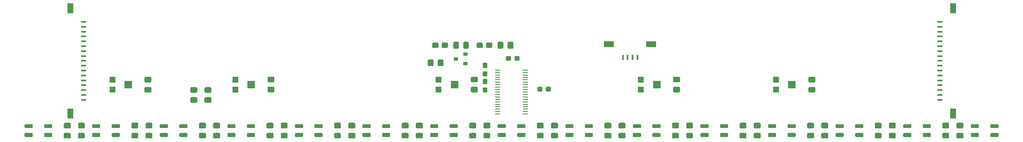
<source format=gbr>
G04 #@! TF.GenerationSoftware,KiCad,Pcbnew,(5.1.2)-2*
G04 #@! TF.CreationDate,2019-07-29T19:51:06+02:00*
G04 #@! TF.ProjectId,sensor_array_15_sensors,73656e73-6f72-45f6-9172-7261795f3135,1*
G04 #@! TF.SameCoordinates,Original*
G04 #@! TF.FileFunction,Paste,Top*
G04 #@! TF.FilePolarity,Positive*
%FSLAX46Y46*%
G04 Gerber Fmt 4.6, Leading zero omitted, Abs format (unit mm)*
G04 Created by KiCad (PCBNEW (5.1.2)-2) date 2019-07-29 19:51:06*
%MOMM*%
%LPD*%
G04 APERTURE LIST*
%ADD10R,1.000000X0.400000*%
%ADD11R,1.300000X2.000000*%
%ADD12C,0.100000*%
%ADD13C,1.150000*%
%ADD14R,1.200000X1.200000*%
%ADD15R,1.500000X1.600000*%
%ADD16C,0.790000*%
%ADD17R,2.000000X1.300000*%
%ADD18R,0.400000X1.000000*%
%ADD19C,1.050000*%
%ADD20R,0.900000X0.800000*%
%ADD21C,0.950000*%
%ADD22R,1.100000X0.285000*%
G04 APERTURE END LIST*
D10*
X44910000Y-50800000D03*
X44910000Y-49800000D03*
X44910000Y-48800000D03*
X44910000Y-47800000D03*
X44910000Y-46800000D03*
X44910000Y-45800000D03*
X44910000Y-44800000D03*
X44910000Y-43800000D03*
X44910000Y-42800000D03*
X44910000Y-41800000D03*
X44910000Y-40800000D03*
X44910000Y-39800000D03*
X44910000Y-38800000D03*
X44910000Y-37800000D03*
X44910000Y-36800000D03*
X44910000Y-35800000D03*
X44910000Y-34800000D03*
D11*
X42210000Y-53600000D03*
X42210000Y-32000000D03*
D12*
G36*
X58574505Y-46101204D02*
G01*
X58598773Y-46104804D01*
X58622572Y-46110765D01*
X58645671Y-46119030D01*
X58667850Y-46129520D01*
X58688893Y-46142132D01*
X58708599Y-46156747D01*
X58726777Y-46173223D01*
X58743253Y-46191401D01*
X58757868Y-46211107D01*
X58770480Y-46232150D01*
X58780970Y-46254329D01*
X58789235Y-46277428D01*
X58795196Y-46301227D01*
X58798796Y-46325495D01*
X58800000Y-46349999D01*
X58800000Y-47000001D01*
X58798796Y-47024505D01*
X58795196Y-47048773D01*
X58789235Y-47072572D01*
X58780970Y-47095671D01*
X58770480Y-47117850D01*
X58757868Y-47138893D01*
X58743253Y-47158599D01*
X58726777Y-47176777D01*
X58708599Y-47193253D01*
X58688893Y-47207868D01*
X58667850Y-47220480D01*
X58645671Y-47230970D01*
X58622572Y-47239235D01*
X58598773Y-47245196D01*
X58574505Y-47248796D01*
X58550001Y-47250000D01*
X57649999Y-47250000D01*
X57625495Y-47248796D01*
X57601227Y-47245196D01*
X57577428Y-47239235D01*
X57554329Y-47230970D01*
X57532150Y-47220480D01*
X57511107Y-47207868D01*
X57491401Y-47193253D01*
X57473223Y-47176777D01*
X57456747Y-47158599D01*
X57442132Y-47138893D01*
X57429520Y-47117850D01*
X57419030Y-47095671D01*
X57410765Y-47072572D01*
X57404804Y-47048773D01*
X57401204Y-47024505D01*
X57400000Y-47000001D01*
X57400000Y-46349999D01*
X57401204Y-46325495D01*
X57404804Y-46301227D01*
X57410765Y-46277428D01*
X57419030Y-46254329D01*
X57429520Y-46232150D01*
X57442132Y-46211107D01*
X57456747Y-46191401D01*
X57473223Y-46173223D01*
X57491401Y-46156747D01*
X57511107Y-46142132D01*
X57532150Y-46129520D01*
X57554329Y-46119030D01*
X57577428Y-46110765D01*
X57601227Y-46104804D01*
X57625495Y-46101204D01*
X57649999Y-46100000D01*
X58550001Y-46100000D01*
X58574505Y-46101204D01*
X58574505Y-46101204D01*
G37*
D13*
X58100000Y-46675000D03*
D12*
G36*
X58574505Y-48151204D02*
G01*
X58598773Y-48154804D01*
X58622572Y-48160765D01*
X58645671Y-48169030D01*
X58667850Y-48179520D01*
X58688893Y-48192132D01*
X58708599Y-48206747D01*
X58726777Y-48223223D01*
X58743253Y-48241401D01*
X58757868Y-48261107D01*
X58770480Y-48282150D01*
X58780970Y-48304329D01*
X58789235Y-48327428D01*
X58795196Y-48351227D01*
X58798796Y-48375495D01*
X58800000Y-48399999D01*
X58800000Y-49050001D01*
X58798796Y-49074505D01*
X58795196Y-49098773D01*
X58789235Y-49122572D01*
X58780970Y-49145671D01*
X58770480Y-49167850D01*
X58757868Y-49188893D01*
X58743253Y-49208599D01*
X58726777Y-49226777D01*
X58708599Y-49243253D01*
X58688893Y-49257868D01*
X58667850Y-49270480D01*
X58645671Y-49280970D01*
X58622572Y-49289235D01*
X58598773Y-49295196D01*
X58574505Y-49298796D01*
X58550001Y-49300000D01*
X57649999Y-49300000D01*
X57625495Y-49298796D01*
X57601227Y-49295196D01*
X57577428Y-49289235D01*
X57554329Y-49280970D01*
X57532150Y-49270480D01*
X57511107Y-49257868D01*
X57491401Y-49243253D01*
X57473223Y-49226777D01*
X57456747Y-49208599D01*
X57442132Y-49188893D01*
X57429520Y-49167850D01*
X57419030Y-49145671D01*
X57410765Y-49122572D01*
X57404804Y-49098773D01*
X57401204Y-49074505D01*
X57400000Y-49050001D01*
X57400000Y-48399999D01*
X57401204Y-48375495D01*
X57404804Y-48351227D01*
X57410765Y-48327428D01*
X57419030Y-48304329D01*
X57429520Y-48282150D01*
X57442132Y-48261107D01*
X57456747Y-48241401D01*
X57473223Y-48223223D01*
X57491401Y-48206747D01*
X57511107Y-48192132D01*
X57532150Y-48179520D01*
X57554329Y-48169030D01*
X57577428Y-48160765D01*
X57601227Y-48154804D01*
X57625495Y-48151204D01*
X57649999Y-48150000D01*
X58550001Y-48150000D01*
X58574505Y-48151204D01*
X58574505Y-48151204D01*
G37*
D13*
X58100000Y-48725000D03*
D12*
G36*
X67974505Y-48201204D02*
G01*
X67998773Y-48204804D01*
X68022572Y-48210765D01*
X68045671Y-48219030D01*
X68067850Y-48229520D01*
X68088893Y-48242132D01*
X68108599Y-48256747D01*
X68126777Y-48273223D01*
X68143253Y-48291401D01*
X68157868Y-48311107D01*
X68170480Y-48332150D01*
X68180970Y-48354329D01*
X68189235Y-48377428D01*
X68195196Y-48401227D01*
X68198796Y-48425495D01*
X68200000Y-48449999D01*
X68200000Y-49100001D01*
X68198796Y-49124505D01*
X68195196Y-49148773D01*
X68189235Y-49172572D01*
X68180970Y-49195671D01*
X68170480Y-49217850D01*
X68157868Y-49238893D01*
X68143253Y-49258599D01*
X68126777Y-49276777D01*
X68108599Y-49293253D01*
X68088893Y-49307868D01*
X68067850Y-49320480D01*
X68045671Y-49330970D01*
X68022572Y-49339235D01*
X67998773Y-49345196D01*
X67974505Y-49348796D01*
X67950001Y-49350000D01*
X67049999Y-49350000D01*
X67025495Y-49348796D01*
X67001227Y-49345196D01*
X66977428Y-49339235D01*
X66954329Y-49330970D01*
X66932150Y-49320480D01*
X66911107Y-49307868D01*
X66891401Y-49293253D01*
X66873223Y-49276777D01*
X66856747Y-49258599D01*
X66842132Y-49238893D01*
X66829520Y-49217850D01*
X66819030Y-49195671D01*
X66810765Y-49172572D01*
X66804804Y-49148773D01*
X66801204Y-49124505D01*
X66800000Y-49100001D01*
X66800000Y-48449999D01*
X66801204Y-48425495D01*
X66804804Y-48401227D01*
X66810765Y-48377428D01*
X66819030Y-48354329D01*
X66829520Y-48332150D01*
X66842132Y-48311107D01*
X66856747Y-48291401D01*
X66873223Y-48273223D01*
X66891401Y-48256747D01*
X66911107Y-48242132D01*
X66932150Y-48229520D01*
X66954329Y-48219030D01*
X66977428Y-48210765D01*
X67001227Y-48204804D01*
X67025495Y-48201204D01*
X67049999Y-48200000D01*
X67950001Y-48200000D01*
X67974505Y-48201204D01*
X67974505Y-48201204D01*
G37*
D13*
X67500000Y-48775000D03*
D12*
G36*
X67974505Y-50251204D02*
G01*
X67998773Y-50254804D01*
X68022572Y-50260765D01*
X68045671Y-50269030D01*
X68067850Y-50279520D01*
X68088893Y-50292132D01*
X68108599Y-50306747D01*
X68126777Y-50323223D01*
X68143253Y-50341401D01*
X68157868Y-50361107D01*
X68170480Y-50382150D01*
X68180970Y-50404329D01*
X68189235Y-50427428D01*
X68195196Y-50451227D01*
X68198796Y-50475495D01*
X68200000Y-50499999D01*
X68200000Y-51150001D01*
X68198796Y-51174505D01*
X68195196Y-51198773D01*
X68189235Y-51222572D01*
X68180970Y-51245671D01*
X68170480Y-51267850D01*
X68157868Y-51288893D01*
X68143253Y-51308599D01*
X68126777Y-51326777D01*
X68108599Y-51343253D01*
X68088893Y-51357868D01*
X68067850Y-51370480D01*
X68045671Y-51380970D01*
X68022572Y-51389235D01*
X67998773Y-51395196D01*
X67974505Y-51398796D01*
X67950001Y-51400000D01*
X67049999Y-51400000D01*
X67025495Y-51398796D01*
X67001227Y-51395196D01*
X66977428Y-51389235D01*
X66954329Y-51380970D01*
X66932150Y-51370480D01*
X66911107Y-51357868D01*
X66891401Y-51343253D01*
X66873223Y-51326777D01*
X66856747Y-51308599D01*
X66842132Y-51288893D01*
X66829520Y-51267850D01*
X66819030Y-51245671D01*
X66810765Y-51222572D01*
X66804804Y-51198773D01*
X66801204Y-51174505D01*
X66800000Y-51150001D01*
X66800000Y-50499999D01*
X66801204Y-50475495D01*
X66804804Y-50451227D01*
X66810765Y-50427428D01*
X66819030Y-50404329D01*
X66829520Y-50382150D01*
X66842132Y-50361107D01*
X66856747Y-50341401D01*
X66873223Y-50323223D01*
X66891401Y-50306747D01*
X66911107Y-50292132D01*
X66932150Y-50279520D01*
X66954329Y-50269030D01*
X66977428Y-50260765D01*
X67001227Y-50254804D01*
X67025495Y-50251204D01*
X67049999Y-50250000D01*
X67950001Y-50250000D01*
X67974505Y-50251204D01*
X67974505Y-50251204D01*
G37*
D13*
X67500000Y-50825000D03*
D12*
G36*
X42074505Y-55501204D02*
G01*
X42098773Y-55504804D01*
X42122572Y-55510765D01*
X42145671Y-55519030D01*
X42167850Y-55529520D01*
X42188893Y-55542132D01*
X42208599Y-55556747D01*
X42226777Y-55573223D01*
X42243253Y-55591401D01*
X42257868Y-55611107D01*
X42270480Y-55632150D01*
X42280970Y-55654329D01*
X42289235Y-55677428D01*
X42295196Y-55701227D01*
X42298796Y-55725495D01*
X42300000Y-55749999D01*
X42300000Y-56400001D01*
X42298796Y-56424505D01*
X42295196Y-56448773D01*
X42289235Y-56472572D01*
X42280970Y-56495671D01*
X42270480Y-56517850D01*
X42257868Y-56538893D01*
X42243253Y-56558599D01*
X42226777Y-56576777D01*
X42208599Y-56593253D01*
X42188893Y-56607868D01*
X42167850Y-56620480D01*
X42145671Y-56630970D01*
X42122572Y-56639235D01*
X42098773Y-56645196D01*
X42074505Y-56648796D01*
X42050001Y-56650000D01*
X41149999Y-56650000D01*
X41125495Y-56648796D01*
X41101227Y-56645196D01*
X41077428Y-56639235D01*
X41054329Y-56630970D01*
X41032150Y-56620480D01*
X41011107Y-56607868D01*
X40991401Y-56593253D01*
X40973223Y-56576777D01*
X40956747Y-56558599D01*
X40942132Y-56538893D01*
X40929520Y-56517850D01*
X40919030Y-56495671D01*
X40910765Y-56472572D01*
X40904804Y-56448773D01*
X40901204Y-56424505D01*
X40900000Y-56400001D01*
X40900000Y-55749999D01*
X40901204Y-55725495D01*
X40904804Y-55701227D01*
X40910765Y-55677428D01*
X40919030Y-55654329D01*
X40929520Y-55632150D01*
X40942132Y-55611107D01*
X40956747Y-55591401D01*
X40973223Y-55573223D01*
X40991401Y-55556747D01*
X41011107Y-55542132D01*
X41032150Y-55529520D01*
X41054329Y-55519030D01*
X41077428Y-55510765D01*
X41101227Y-55504804D01*
X41125495Y-55501204D01*
X41149999Y-55500000D01*
X42050001Y-55500000D01*
X42074505Y-55501204D01*
X42074505Y-55501204D01*
G37*
D13*
X41600000Y-56075000D03*
D12*
G36*
X42074505Y-57551204D02*
G01*
X42098773Y-57554804D01*
X42122572Y-57560765D01*
X42145671Y-57569030D01*
X42167850Y-57579520D01*
X42188893Y-57592132D01*
X42208599Y-57606747D01*
X42226777Y-57623223D01*
X42243253Y-57641401D01*
X42257868Y-57661107D01*
X42270480Y-57682150D01*
X42280970Y-57704329D01*
X42289235Y-57727428D01*
X42295196Y-57751227D01*
X42298796Y-57775495D01*
X42300000Y-57799999D01*
X42300000Y-58450001D01*
X42298796Y-58474505D01*
X42295196Y-58498773D01*
X42289235Y-58522572D01*
X42280970Y-58545671D01*
X42270480Y-58567850D01*
X42257868Y-58588893D01*
X42243253Y-58608599D01*
X42226777Y-58626777D01*
X42208599Y-58643253D01*
X42188893Y-58657868D01*
X42167850Y-58670480D01*
X42145671Y-58680970D01*
X42122572Y-58689235D01*
X42098773Y-58695196D01*
X42074505Y-58698796D01*
X42050001Y-58700000D01*
X41149999Y-58700000D01*
X41125495Y-58698796D01*
X41101227Y-58695196D01*
X41077428Y-58689235D01*
X41054329Y-58680970D01*
X41032150Y-58670480D01*
X41011107Y-58657868D01*
X40991401Y-58643253D01*
X40973223Y-58626777D01*
X40956747Y-58608599D01*
X40942132Y-58588893D01*
X40929520Y-58567850D01*
X40919030Y-58545671D01*
X40910765Y-58522572D01*
X40904804Y-58498773D01*
X40901204Y-58474505D01*
X40900000Y-58450001D01*
X40900000Y-57799999D01*
X40901204Y-57775495D01*
X40904804Y-57751227D01*
X40910765Y-57727428D01*
X40919030Y-57704329D01*
X40929520Y-57682150D01*
X40942132Y-57661107D01*
X40956747Y-57641401D01*
X40973223Y-57623223D01*
X40991401Y-57606747D01*
X41011107Y-57592132D01*
X41032150Y-57579520D01*
X41054329Y-57569030D01*
X41077428Y-57560765D01*
X41101227Y-57554804D01*
X41125495Y-57551204D01*
X41149999Y-57550000D01*
X42050001Y-57550000D01*
X42074505Y-57551204D01*
X42074505Y-57551204D01*
G37*
D13*
X41600000Y-58125000D03*
D12*
G36*
X55905274Y-57551204D02*
G01*
X55929542Y-57554804D01*
X55953341Y-57560765D01*
X55976440Y-57569030D01*
X55998619Y-57579520D01*
X56019662Y-57592132D01*
X56039368Y-57606747D01*
X56057546Y-57623223D01*
X56074022Y-57641401D01*
X56088637Y-57661107D01*
X56101249Y-57682150D01*
X56111739Y-57704329D01*
X56120004Y-57727428D01*
X56125965Y-57751227D01*
X56129565Y-57775495D01*
X56130769Y-57799999D01*
X56130769Y-58450001D01*
X56129565Y-58474505D01*
X56125965Y-58498773D01*
X56120004Y-58522572D01*
X56111739Y-58545671D01*
X56101249Y-58567850D01*
X56088637Y-58588893D01*
X56074022Y-58608599D01*
X56057546Y-58626777D01*
X56039368Y-58643253D01*
X56019662Y-58657868D01*
X55998619Y-58670480D01*
X55976440Y-58680970D01*
X55953341Y-58689235D01*
X55929542Y-58695196D01*
X55905274Y-58698796D01*
X55880770Y-58700000D01*
X54980768Y-58700000D01*
X54956264Y-58698796D01*
X54931996Y-58695196D01*
X54908197Y-58689235D01*
X54885098Y-58680970D01*
X54862919Y-58670480D01*
X54841876Y-58657868D01*
X54822170Y-58643253D01*
X54803992Y-58626777D01*
X54787516Y-58608599D01*
X54772901Y-58588893D01*
X54760289Y-58567850D01*
X54749799Y-58545671D01*
X54741534Y-58522572D01*
X54735573Y-58498773D01*
X54731973Y-58474505D01*
X54730769Y-58450001D01*
X54730769Y-57799999D01*
X54731973Y-57775495D01*
X54735573Y-57751227D01*
X54741534Y-57727428D01*
X54749799Y-57704329D01*
X54760289Y-57682150D01*
X54772901Y-57661107D01*
X54787516Y-57641401D01*
X54803992Y-57623223D01*
X54822170Y-57606747D01*
X54841876Y-57592132D01*
X54862919Y-57579520D01*
X54885098Y-57569030D01*
X54908197Y-57560765D01*
X54931996Y-57554804D01*
X54956264Y-57551204D01*
X54980768Y-57550000D01*
X55880770Y-57550000D01*
X55905274Y-57551204D01*
X55905274Y-57551204D01*
G37*
D13*
X55430769Y-58125000D03*
D12*
G36*
X55905274Y-55501204D02*
G01*
X55929542Y-55504804D01*
X55953341Y-55510765D01*
X55976440Y-55519030D01*
X55998619Y-55529520D01*
X56019662Y-55542132D01*
X56039368Y-55556747D01*
X56057546Y-55573223D01*
X56074022Y-55591401D01*
X56088637Y-55611107D01*
X56101249Y-55632150D01*
X56111739Y-55654329D01*
X56120004Y-55677428D01*
X56125965Y-55701227D01*
X56129565Y-55725495D01*
X56130769Y-55749999D01*
X56130769Y-56400001D01*
X56129565Y-56424505D01*
X56125965Y-56448773D01*
X56120004Y-56472572D01*
X56111739Y-56495671D01*
X56101249Y-56517850D01*
X56088637Y-56538893D01*
X56074022Y-56558599D01*
X56057546Y-56576777D01*
X56039368Y-56593253D01*
X56019662Y-56607868D01*
X55998619Y-56620480D01*
X55976440Y-56630970D01*
X55953341Y-56639235D01*
X55929542Y-56645196D01*
X55905274Y-56648796D01*
X55880770Y-56650000D01*
X54980768Y-56650000D01*
X54956264Y-56648796D01*
X54931996Y-56645196D01*
X54908197Y-56639235D01*
X54885098Y-56630970D01*
X54862919Y-56620480D01*
X54841876Y-56607868D01*
X54822170Y-56593253D01*
X54803992Y-56576777D01*
X54787516Y-56558599D01*
X54772901Y-56538893D01*
X54760289Y-56517850D01*
X54749799Y-56495671D01*
X54741534Y-56472572D01*
X54735573Y-56448773D01*
X54731973Y-56424505D01*
X54730769Y-56400001D01*
X54730769Y-55749999D01*
X54731973Y-55725495D01*
X54735573Y-55701227D01*
X54741534Y-55677428D01*
X54749799Y-55654329D01*
X54760289Y-55632150D01*
X54772901Y-55611107D01*
X54787516Y-55591401D01*
X54803992Y-55573223D01*
X54822170Y-55556747D01*
X54841876Y-55542132D01*
X54862919Y-55529520D01*
X54885098Y-55519030D01*
X54908197Y-55510765D01*
X54931996Y-55504804D01*
X54956264Y-55501204D01*
X54980768Y-55500000D01*
X55880770Y-55500000D01*
X55905274Y-55501204D01*
X55905274Y-55501204D01*
G37*
D13*
X55430769Y-56075000D03*
D12*
G36*
X69736043Y-57551204D02*
G01*
X69760311Y-57554804D01*
X69784110Y-57560765D01*
X69807209Y-57569030D01*
X69829388Y-57579520D01*
X69850431Y-57592132D01*
X69870137Y-57606747D01*
X69888315Y-57623223D01*
X69904791Y-57641401D01*
X69919406Y-57661107D01*
X69932018Y-57682150D01*
X69942508Y-57704329D01*
X69950773Y-57727428D01*
X69956734Y-57751227D01*
X69960334Y-57775495D01*
X69961538Y-57799999D01*
X69961538Y-58450001D01*
X69960334Y-58474505D01*
X69956734Y-58498773D01*
X69950773Y-58522572D01*
X69942508Y-58545671D01*
X69932018Y-58567850D01*
X69919406Y-58588893D01*
X69904791Y-58608599D01*
X69888315Y-58626777D01*
X69870137Y-58643253D01*
X69850431Y-58657868D01*
X69829388Y-58670480D01*
X69807209Y-58680970D01*
X69784110Y-58689235D01*
X69760311Y-58695196D01*
X69736043Y-58698796D01*
X69711539Y-58700000D01*
X68811537Y-58700000D01*
X68787033Y-58698796D01*
X68762765Y-58695196D01*
X68738966Y-58689235D01*
X68715867Y-58680970D01*
X68693688Y-58670480D01*
X68672645Y-58657868D01*
X68652939Y-58643253D01*
X68634761Y-58626777D01*
X68618285Y-58608599D01*
X68603670Y-58588893D01*
X68591058Y-58567850D01*
X68580568Y-58545671D01*
X68572303Y-58522572D01*
X68566342Y-58498773D01*
X68562742Y-58474505D01*
X68561538Y-58450001D01*
X68561538Y-57799999D01*
X68562742Y-57775495D01*
X68566342Y-57751227D01*
X68572303Y-57727428D01*
X68580568Y-57704329D01*
X68591058Y-57682150D01*
X68603670Y-57661107D01*
X68618285Y-57641401D01*
X68634761Y-57623223D01*
X68652939Y-57606747D01*
X68672645Y-57592132D01*
X68693688Y-57579520D01*
X68715867Y-57569030D01*
X68738966Y-57560765D01*
X68762765Y-57554804D01*
X68787033Y-57551204D01*
X68811537Y-57550000D01*
X69711539Y-57550000D01*
X69736043Y-57551204D01*
X69736043Y-57551204D01*
G37*
D13*
X69261538Y-58125000D03*
D12*
G36*
X69736043Y-55501204D02*
G01*
X69760311Y-55504804D01*
X69784110Y-55510765D01*
X69807209Y-55519030D01*
X69829388Y-55529520D01*
X69850431Y-55542132D01*
X69870137Y-55556747D01*
X69888315Y-55573223D01*
X69904791Y-55591401D01*
X69919406Y-55611107D01*
X69932018Y-55632150D01*
X69942508Y-55654329D01*
X69950773Y-55677428D01*
X69956734Y-55701227D01*
X69960334Y-55725495D01*
X69961538Y-55749999D01*
X69961538Y-56400001D01*
X69960334Y-56424505D01*
X69956734Y-56448773D01*
X69950773Y-56472572D01*
X69942508Y-56495671D01*
X69932018Y-56517850D01*
X69919406Y-56538893D01*
X69904791Y-56558599D01*
X69888315Y-56576777D01*
X69870137Y-56593253D01*
X69850431Y-56607868D01*
X69829388Y-56620480D01*
X69807209Y-56630970D01*
X69784110Y-56639235D01*
X69760311Y-56645196D01*
X69736043Y-56648796D01*
X69711539Y-56650000D01*
X68811537Y-56650000D01*
X68787033Y-56648796D01*
X68762765Y-56645196D01*
X68738966Y-56639235D01*
X68715867Y-56630970D01*
X68693688Y-56620480D01*
X68672645Y-56607868D01*
X68652939Y-56593253D01*
X68634761Y-56576777D01*
X68618285Y-56558599D01*
X68603670Y-56538893D01*
X68591058Y-56517850D01*
X68580568Y-56495671D01*
X68572303Y-56472572D01*
X68566342Y-56448773D01*
X68562742Y-56424505D01*
X68561538Y-56400001D01*
X68561538Y-55749999D01*
X68562742Y-55725495D01*
X68566342Y-55701227D01*
X68572303Y-55677428D01*
X68580568Y-55654329D01*
X68591058Y-55632150D01*
X68603670Y-55611107D01*
X68618285Y-55591401D01*
X68634761Y-55573223D01*
X68652939Y-55556747D01*
X68672645Y-55542132D01*
X68693688Y-55529520D01*
X68715867Y-55519030D01*
X68738966Y-55510765D01*
X68762765Y-55504804D01*
X68787033Y-55501204D01*
X68811537Y-55500000D01*
X69711539Y-55500000D01*
X69736043Y-55501204D01*
X69736043Y-55501204D01*
G37*
D13*
X69261538Y-56075000D03*
D12*
G36*
X83566812Y-55501204D02*
G01*
X83591080Y-55504804D01*
X83614879Y-55510765D01*
X83637978Y-55519030D01*
X83660157Y-55529520D01*
X83681200Y-55542132D01*
X83700906Y-55556747D01*
X83719084Y-55573223D01*
X83735560Y-55591401D01*
X83750175Y-55611107D01*
X83762787Y-55632150D01*
X83773277Y-55654329D01*
X83781542Y-55677428D01*
X83787503Y-55701227D01*
X83791103Y-55725495D01*
X83792307Y-55749999D01*
X83792307Y-56400001D01*
X83791103Y-56424505D01*
X83787503Y-56448773D01*
X83781542Y-56472572D01*
X83773277Y-56495671D01*
X83762787Y-56517850D01*
X83750175Y-56538893D01*
X83735560Y-56558599D01*
X83719084Y-56576777D01*
X83700906Y-56593253D01*
X83681200Y-56607868D01*
X83660157Y-56620480D01*
X83637978Y-56630970D01*
X83614879Y-56639235D01*
X83591080Y-56645196D01*
X83566812Y-56648796D01*
X83542308Y-56650000D01*
X82642306Y-56650000D01*
X82617802Y-56648796D01*
X82593534Y-56645196D01*
X82569735Y-56639235D01*
X82546636Y-56630970D01*
X82524457Y-56620480D01*
X82503414Y-56607868D01*
X82483708Y-56593253D01*
X82465530Y-56576777D01*
X82449054Y-56558599D01*
X82434439Y-56538893D01*
X82421827Y-56517850D01*
X82411337Y-56495671D01*
X82403072Y-56472572D01*
X82397111Y-56448773D01*
X82393511Y-56424505D01*
X82392307Y-56400001D01*
X82392307Y-55749999D01*
X82393511Y-55725495D01*
X82397111Y-55701227D01*
X82403072Y-55677428D01*
X82411337Y-55654329D01*
X82421827Y-55632150D01*
X82434439Y-55611107D01*
X82449054Y-55591401D01*
X82465530Y-55573223D01*
X82483708Y-55556747D01*
X82503414Y-55542132D01*
X82524457Y-55529520D01*
X82546636Y-55519030D01*
X82569735Y-55510765D01*
X82593534Y-55504804D01*
X82617802Y-55501204D01*
X82642306Y-55500000D01*
X83542308Y-55500000D01*
X83566812Y-55501204D01*
X83566812Y-55501204D01*
G37*
D13*
X83092307Y-56075000D03*
D12*
G36*
X83566812Y-57551204D02*
G01*
X83591080Y-57554804D01*
X83614879Y-57560765D01*
X83637978Y-57569030D01*
X83660157Y-57579520D01*
X83681200Y-57592132D01*
X83700906Y-57606747D01*
X83719084Y-57623223D01*
X83735560Y-57641401D01*
X83750175Y-57661107D01*
X83762787Y-57682150D01*
X83773277Y-57704329D01*
X83781542Y-57727428D01*
X83787503Y-57751227D01*
X83791103Y-57775495D01*
X83792307Y-57799999D01*
X83792307Y-58450001D01*
X83791103Y-58474505D01*
X83787503Y-58498773D01*
X83781542Y-58522572D01*
X83773277Y-58545671D01*
X83762787Y-58567850D01*
X83750175Y-58588893D01*
X83735560Y-58608599D01*
X83719084Y-58626777D01*
X83700906Y-58643253D01*
X83681200Y-58657868D01*
X83660157Y-58670480D01*
X83637978Y-58680970D01*
X83614879Y-58689235D01*
X83591080Y-58695196D01*
X83566812Y-58698796D01*
X83542308Y-58700000D01*
X82642306Y-58700000D01*
X82617802Y-58698796D01*
X82593534Y-58695196D01*
X82569735Y-58689235D01*
X82546636Y-58680970D01*
X82524457Y-58670480D01*
X82503414Y-58657868D01*
X82483708Y-58643253D01*
X82465530Y-58626777D01*
X82449054Y-58608599D01*
X82434439Y-58588893D01*
X82421827Y-58567850D01*
X82411337Y-58545671D01*
X82403072Y-58522572D01*
X82397111Y-58498773D01*
X82393511Y-58474505D01*
X82392307Y-58450001D01*
X82392307Y-57799999D01*
X82393511Y-57775495D01*
X82397111Y-57751227D01*
X82403072Y-57727428D01*
X82411337Y-57704329D01*
X82421827Y-57682150D01*
X82434439Y-57661107D01*
X82449054Y-57641401D01*
X82465530Y-57623223D01*
X82483708Y-57606747D01*
X82503414Y-57592132D01*
X82524457Y-57579520D01*
X82546636Y-57569030D01*
X82569735Y-57560765D01*
X82593534Y-57554804D01*
X82617802Y-57551204D01*
X82642306Y-57550000D01*
X83542308Y-57550000D01*
X83566812Y-57551204D01*
X83566812Y-57551204D01*
G37*
D13*
X83092307Y-58125000D03*
D12*
G36*
X83774505Y-46051204D02*
G01*
X83798773Y-46054804D01*
X83822572Y-46060765D01*
X83845671Y-46069030D01*
X83867850Y-46079520D01*
X83888893Y-46092132D01*
X83908599Y-46106747D01*
X83926777Y-46123223D01*
X83943253Y-46141401D01*
X83957868Y-46161107D01*
X83970480Y-46182150D01*
X83980970Y-46204329D01*
X83989235Y-46227428D01*
X83995196Y-46251227D01*
X83998796Y-46275495D01*
X84000000Y-46299999D01*
X84000000Y-46950001D01*
X83998796Y-46974505D01*
X83995196Y-46998773D01*
X83989235Y-47022572D01*
X83980970Y-47045671D01*
X83970480Y-47067850D01*
X83957868Y-47088893D01*
X83943253Y-47108599D01*
X83926777Y-47126777D01*
X83908599Y-47143253D01*
X83888893Y-47157868D01*
X83867850Y-47170480D01*
X83845671Y-47180970D01*
X83822572Y-47189235D01*
X83798773Y-47195196D01*
X83774505Y-47198796D01*
X83750001Y-47200000D01*
X82849999Y-47200000D01*
X82825495Y-47198796D01*
X82801227Y-47195196D01*
X82777428Y-47189235D01*
X82754329Y-47180970D01*
X82732150Y-47170480D01*
X82711107Y-47157868D01*
X82691401Y-47143253D01*
X82673223Y-47126777D01*
X82656747Y-47108599D01*
X82642132Y-47088893D01*
X82629520Y-47067850D01*
X82619030Y-47045671D01*
X82610765Y-47022572D01*
X82604804Y-46998773D01*
X82601204Y-46974505D01*
X82600000Y-46950001D01*
X82600000Y-46299999D01*
X82601204Y-46275495D01*
X82604804Y-46251227D01*
X82610765Y-46227428D01*
X82619030Y-46204329D01*
X82629520Y-46182150D01*
X82642132Y-46161107D01*
X82656747Y-46141401D01*
X82673223Y-46123223D01*
X82691401Y-46106747D01*
X82711107Y-46092132D01*
X82732150Y-46079520D01*
X82754329Y-46069030D01*
X82777428Y-46060765D01*
X82801227Y-46054804D01*
X82825495Y-46051204D01*
X82849999Y-46050000D01*
X83750001Y-46050000D01*
X83774505Y-46051204D01*
X83774505Y-46051204D01*
G37*
D13*
X83300000Y-46625000D03*
D12*
G36*
X83774505Y-48101204D02*
G01*
X83798773Y-48104804D01*
X83822572Y-48110765D01*
X83845671Y-48119030D01*
X83867850Y-48129520D01*
X83888893Y-48142132D01*
X83908599Y-48156747D01*
X83926777Y-48173223D01*
X83943253Y-48191401D01*
X83957868Y-48211107D01*
X83970480Y-48232150D01*
X83980970Y-48254329D01*
X83989235Y-48277428D01*
X83995196Y-48301227D01*
X83998796Y-48325495D01*
X84000000Y-48349999D01*
X84000000Y-49000001D01*
X83998796Y-49024505D01*
X83995196Y-49048773D01*
X83989235Y-49072572D01*
X83980970Y-49095671D01*
X83970480Y-49117850D01*
X83957868Y-49138893D01*
X83943253Y-49158599D01*
X83926777Y-49176777D01*
X83908599Y-49193253D01*
X83888893Y-49207868D01*
X83867850Y-49220480D01*
X83845671Y-49230970D01*
X83822572Y-49239235D01*
X83798773Y-49245196D01*
X83774505Y-49248796D01*
X83750001Y-49250000D01*
X82849999Y-49250000D01*
X82825495Y-49248796D01*
X82801227Y-49245196D01*
X82777428Y-49239235D01*
X82754329Y-49230970D01*
X82732150Y-49220480D01*
X82711107Y-49207868D01*
X82691401Y-49193253D01*
X82673223Y-49176777D01*
X82656747Y-49158599D01*
X82642132Y-49138893D01*
X82629520Y-49117850D01*
X82619030Y-49095671D01*
X82610765Y-49072572D01*
X82604804Y-49048773D01*
X82601204Y-49024505D01*
X82600000Y-49000001D01*
X82600000Y-48349999D01*
X82601204Y-48325495D01*
X82604804Y-48301227D01*
X82610765Y-48277428D01*
X82619030Y-48254329D01*
X82629520Y-48232150D01*
X82642132Y-48211107D01*
X82656747Y-48191401D01*
X82673223Y-48173223D01*
X82691401Y-48156747D01*
X82711107Y-48142132D01*
X82732150Y-48129520D01*
X82754329Y-48119030D01*
X82777428Y-48110765D01*
X82801227Y-48104804D01*
X82825495Y-48101204D01*
X82849999Y-48100000D01*
X83750001Y-48100000D01*
X83774505Y-48101204D01*
X83774505Y-48101204D01*
G37*
D13*
X83300000Y-48675000D03*
D12*
G36*
X70874505Y-48201204D02*
G01*
X70898773Y-48204804D01*
X70922572Y-48210765D01*
X70945671Y-48219030D01*
X70967850Y-48229520D01*
X70988893Y-48242132D01*
X71008599Y-48256747D01*
X71026777Y-48273223D01*
X71043253Y-48291401D01*
X71057868Y-48311107D01*
X71070480Y-48332150D01*
X71080970Y-48354329D01*
X71089235Y-48377428D01*
X71095196Y-48401227D01*
X71098796Y-48425495D01*
X71100000Y-48449999D01*
X71100000Y-49100001D01*
X71098796Y-49124505D01*
X71095196Y-49148773D01*
X71089235Y-49172572D01*
X71080970Y-49195671D01*
X71070480Y-49217850D01*
X71057868Y-49238893D01*
X71043253Y-49258599D01*
X71026777Y-49276777D01*
X71008599Y-49293253D01*
X70988893Y-49307868D01*
X70967850Y-49320480D01*
X70945671Y-49330970D01*
X70922572Y-49339235D01*
X70898773Y-49345196D01*
X70874505Y-49348796D01*
X70850001Y-49350000D01*
X69949999Y-49350000D01*
X69925495Y-49348796D01*
X69901227Y-49345196D01*
X69877428Y-49339235D01*
X69854329Y-49330970D01*
X69832150Y-49320480D01*
X69811107Y-49307868D01*
X69791401Y-49293253D01*
X69773223Y-49276777D01*
X69756747Y-49258599D01*
X69742132Y-49238893D01*
X69729520Y-49217850D01*
X69719030Y-49195671D01*
X69710765Y-49172572D01*
X69704804Y-49148773D01*
X69701204Y-49124505D01*
X69700000Y-49100001D01*
X69700000Y-48449999D01*
X69701204Y-48425495D01*
X69704804Y-48401227D01*
X69710765Y-48377428D01*
X69719030Y-48354329D01*
X69729520Y-48332150D01*
X69742132Y-48311107D01*
X69756747Y-48291401D01*
X69773223Y-48273223D01*
X69791401Y-48256747D01*
X69811107Y-48242132D01*
X69832150Y-48229520D01*
X69854329Y-48219030D01*
X69877428Y-48210765D01*
X69901227Y-48204804D01*
X69925495Y-48201204D01*
X69949999Y-48200000D01*
X70850001Y-48200000D01*
X70874505Y-48201204D01*
X70874505Y-48201204D01*
G37*
D13*
X70400000Y-48775000D03*
D12*
G36*
X70874505Y-50251204D02*
G01*
X70898773Y-50254804D01*
X70922572Y-50260765D01*
X70945671Y-50269030D01*
X70967850Y-50279520D01*
X70988893Y-50292132D01*
X71008599Y-50306747D01*
X71026777Y-50323223D01*
X71043253Y-50341401D01*
X71057868Y-50361107D01*
X71070480Y-50382150D01*
X71080970Y-50404329D01*
X71089235Y-50427428D01*
X71095196Y-50451227D01*
X71098796Y-50475495D01*
X71100000Y-50499999D01*
X71100000Y-51150001D01*
X71098796Y-51174505D01*
X71095196Y-51198773D01*
X71089235Y-51222572D01*
X71080970Y-51245671D01*
X71070480Y-51267850D01*
X71057868Y-51288893D01*
X71043253Y-51308599D01*
X71026777Y-51326777D01*
X71008599Y-51343253D01*
X70988893Y-51357868D01*
X70967850Y-51370480D01*
X70945671Y-51380970D01*
X70922572Y-51389235D01*
X70898773Y-51395196D01*
X70874505Y-51398796D01*
X70850001Y-51400000D01*
X69949999Y-51400000D01*
X69925495Y-51398796D01*
X69901227Y-51395196D01*
X69877428Y-51389235D01*
X69854329Y-51380970D01*
X69832150Y-51370480D01*
X69811107Y-51357868D01*
X69791401Y-51343253D01*
X69773223Y-51326777D01*
X69756747Y-51308599D01*
X69742132Y-51288893D01*
X69729520Y-51267850D01*
X69719030Y-51245671D01*
X69710765Y-51222572D01*
X69704804Y-51198773D01*
X69701204Y-51174505D01*
X69700000Y-51150001D01*
X69700000Y-50499999D01*
X69701204Y-50475495D01*
X69704804Y-50451227D01*
X69710765Y-50427428D01*
X69719030Y-50404329D01*
X69729520Y-50382150D01*
X69742132Y-50361107D01*
X69756747Y-50341401D01*
X69773223Y-50323223D01*
X69791401Y-50306747D01*
X69811107Y-50292132D01*
X69832150Y-50279520D01*
X69854329Y-50269030D01*
X69877428Y-50260765D01*
X69901227Y-50254804D01*
X69925495Y-50251204D01*
X69949999Y-50250000D01*
X70850001Y-50250000D01*
X70874505Y-50251204D01*
X70874505Y-50251204D01*
G37*
D13*
X70400000Y-50825000D03*
D12*
G36*
X44974505Y-57551204D02*
G01*
X44998773Y-57554804D01*
X45022572Y-57560765D01*
X45045671Y-57569030D01*
X45067850Y-57579520D01*
X45088893Y-57592132D01*
X45108599Y-57606747D01*
X45126777Y-57623223D01*
X45143253Y-57641401D01*
X45157868Y-57661107D01*
X45170480Y-57682150D01*
X45180970Y-57704329D01*
X45189235Y-57727428D01*
X45195196Y-57751227D01*
X45198796Y-57775495D01*
X45200000Y-57799999D01*
X45200000Y-58450001D01*
X45198796Y-58474505D01*
X45195196Y-58498773D01*
X45189235Y-58522572D01*
X45180970Y-58545671D01*
X45170480Y-58567850D01*
X45157868Y-58588893D01*
X45143253Y-58608599D01*
X45126777Y-58626777D01*
X45108599Y-58643253D01*
X45088893Y-58657868D01*
X45067850Y-58670480D01*
X45045671Y-58680970D01*
X45022572Y-58689235D01*
X44998773Y-58695196D01*
X44974505Y-58698796D01*
X44950001Y-58700000D01*
X44049999Y-58700000D01*
X44025495Y-58698796D01*
X44001227Y-58695196D01*
X43977428Y-58689235D01*
X43954329Y-58680970D01*
X43932150Y-58670480D01*
X43911107Y-58657868D01*
X43891401Y-58643253D01*
X43873223Y-58626777D01*
X43856747Y-58608599D01*
X43842132Y-58588893D01*
X43829520Y-58567850D01*
X43819030Y-58545671D01*
X43810765Y-58522572D01*
X43804804Y-58498773D01*
X43801204Y-58474505D01*
X43800000Y-58450001D01*
X43800000Y-57799999D01*
X43801204Y-57775495D01*
X43804804Y-57751227D01*
X43810765Y-57727428D01*
X43819030Y-57704329D01*
X43829520Y-57682150D01*
X43842132Y-57661107D01*
X43856747Y-57641401D01*
X43873223Y-57623223D01*
X43891401Y-57606747D01*
X43911107Y-57592132D01*
X43932150Y-57579520D01*
X43954329Y-57569030D01*
X43977428Y-57560765D01*
X44001227Y-57554804D01*
X44025495Y-57551204D01*
X44049999Y-57550000D01*
X44950001Y-57550000D01*
X44974505Y-57551204D01*
X44974505Y-57551204D01*
G37*
D13*
X44500000Y-58125000D03*
D12*
G36*
X44974505Y-55501204D02*
G01*
X44998773Y-55504804D01*
X45022572Y-55510765D01*
X45045671Y-55519030D01*
X45067850Y-55529520D01*
X45088893Y-55542132D01*
X45108599Y-55556747D01*
X45126777Y-55573223D01*
X45143253Y-55591401D01*
X45157868Y-55611107D01*
X45170480Y-55632150D01*
X45180970Y-55654329D01*
X45189235Y-55677428D01*
X45195196Y-55701227D01*
X45198796Y-55725495D01*
X45200000Y-55749999D01*
X45200000Y-56400001D01*
X45198796Y-56424505D01*
X45195196Y-56448773D01*
X45189235Y-56472572D01*
X45180970Y-56495671D01*
X45170480Y-56517850D01*
X45157868Y-56538893D01*
X45143253Y-56558599D01*
X45126777Y-56576777D01*
X45108599Y-56593253D01*
X45088893Y-56607868D01*
X45067850Y-56620480D01*
X45045671Y-56630970D01*
X45022572Y-56639235D01*
X44998773Y-56645196D01*
X44974505Y-56648796D01*
X44950001Y-56650000D01*
X44049999Y-56650000D01*
X44025495Y-56648796D01*
X44001227Y-56645196D01*
X43977428Y-56639235D01*
X43954329Y-56630970D01*
X43932150Y-56620480D01*
X43911107Y-56607868D01*
X43891401Y-56593253D01*
X43873223Y-56576777D01*
X43856747Y-56558599D01*
X43842132Y-56538893D01*
X43829520Y-56517850D01*
X43819030Y-56495671D01*
X43810765Y-56472572D01*
X43804804Y-56448773D01*
X43801204Y-56424505D01*
X43800000Y-56400001D01*
X43800000Y-55749999D01*
X43801204Y-55725495D01*
X43804804Y-55701227D01*
X43810765Y-55677428D01*
X43819030Y-55654329D01*
X43829520Y-55632150D01*
X43842132Y-55611107D01*
X43856747Y-55591401D01*
X43873223Y-55573223D01*
X43891401Y-55556747D01*
X43911107Y-55542132D01*
X43932150Y-55529520D01*
X43954329Y-55519030D01*
X43977428Y-55510765D01*
X44001227Y-55504804D01*
X44025495Y-55501204D01*
X44049999Y-55500000D01*
X44950001Y-55500000D01*
X44974505Y-55501204D01*
X44974505Y-55501204D01*
G37*
D13*
X44500000Y-56075000D03*
D12*
G36*
X58805274Y-57551204D02*
G01*
X58829542Y-57554804D01*
X58853341Y-57560765D01*
X58876440Y-57569030D01*
X58898619Y-57579520D01*
X58919662Y-57592132D01*
X58939368Y-57606747D01*
X58957546Y-57623223D01*
X58974022Y-57641401D01*
X58988637Y-57661107D01*
X59001249Y-57682150D01*
X59011739Y-57704329D01*
X59020004Y-57727428D01*
X59025965Y-57751227D01*
X59029565Y-57775495D01*
X59030769Y-57799999D01*
X59030769Y-58450001D01*
X59029565Y-58474505D01*
X59025965Y-58498773D01*
X59020004Y-58522572D01*
X59011739Y-58545671D01*
X59001249Y-58567850D01*
X58988637Y-58588893D01*
X58974022Y-58608599D01*
X58957546Y-58626777D01*
X58939368Y-58643253D01*
X58919662Y-58657868D01*
X58898619Y-58670480D01*
X58876440Y-58680970D01*
X58853341Y-58689235D01*
X58829542Y-58695196D01*
X58805274Y-58698796D01*
X58780770Y-58700000D01*
X57880768Y-58700000D01*
X57856264Y-58698796D01*
X57831996Y-58695196D01*
X57808197Y-58689235D01*
X57785098Y-58680970D01*
X57762919Y-58670480D01*
X57741876Y-58657868D01*
X57722170Y-58643253D01*
X57703992Y-58626777D01*
X57687516Y-58608599D01*
X57672901Y-58588893D01*
X57660289Y-58567850D01*
X57649799Y-58545671D01*
X57641534Y-58522572D01*
X57635573Y-58498773D01*
X57631973Y-58474505D01*
X57630769Y-58450001D01*
X57630769Y-57799999D01*
X57631973Y-57775495D01*
X57635573Y-57751227D01*
X57641534Y-57727428D01*
X57649799Y-57704329D01*
X57660289Y-57682150D01*
X57672901Y-57661107D01*
X57687516Y-57641401D01*
X57703992Y-57623223D01*
X57722170Y-57606747D01*
X57741876Y-57592132D01*
X57762919Y-57579520D01*
X57785098Y-57569030D01*
X57808197Y-57560765D01*
X57831996Y-57554804D01*
X57856264Y-57551204D01*
X57880768Y-57550000D01*
X58780770Y-57550000D01*
X58805274Y-57551204D01*
X58805274Y-57551204D01*
G37*
D13*
X58330769Y-58125000D03*
D12*
G36*
X58805274Y-55501204D02*
G01*
X58829542Y-55504804D01*
X58853341Y-55510765D01*
X58876440Y-55519030D01*
X58898619Y-55529520D01*
X58919662Y-55542132D01*
X58939368Y-55556747D01*
X58957546Y-55573223D01*
X58974022Y-55591401D01*
X58988637Y-55611107D01*
X59001249Y-55632150D01*
X59011739Y-55654329D01*
X59020004Y-55677428D01*
X59025965Y-55701227D01*
X59029565Y-55725495D01*
X59030769Y-55749999D01*
X59030769Y-56400001D01*
X59029565Y-56424505D01*
X59025965Y-56448773D01*
X59020004Y-56472572D01*
X59011739Y-56495671D01*
X59001249Y-56517850D01*
X58988637Y-56538893D01*
X58974022Y-56558599D01*
X58957546Y-56576777D01*
X58939368Y-56593253D01*
X58919662Y-56607868D01*
X58898619Y-56620480D01*
X58876440Y-56630970D01*
X58853341Y-56639235D01*
X58829542Y-56645196D01*
X58805274Y-56648796D01*
X58780770Y-56650000D01*
X57880768Y-56650000D01*
X57856264Y-56648796D01*
X57831996Y-56645196D01*
X57808197Y-56639235D01*
X57785098Y-56630970D01*
X57762919Y-56620480D01*
X57741876Y-56607868D01*
X57722170Y-56593253D01*
X57703992Y-56576777D01*
X57687516Y-56558599D01*
X57672901Y-56538893D01*
X57660289Y-56517850D01*
X57649799Y-56495671D01*
X57641534Y-56472572D01*
X57635573Y-56448773D01*
X57631973Y-56424505D01*
X57630769Y-56400001D01*
X57630769Y-55749999D01*
X57631973Y-55725495D01*
X57635573Y-55701227D01*
X57641534Y-55677428D01*
X57649799Y-55654329D01*
X57660289Y-55632150D01*
X57672901Y-55611107D01*
X57687516Y-55591401D01*
X57703992Y-55573223D01*
X57722170Y-55556747D01*
X57741876Y-55542132D01*
X57762919Y-55529520D01*
X57785098Y-55519030D01*
X57808197Y-55510765D01*
X57831996Y-55504804D01*
X57856264Y-55501204D01*
X57880768Y-55500000D01*
X58780770Y-55500000D01*
X58805274Y-55501204D01*
X58805274Y-55501204D01*
G37*
D13*
X58330769Y-56075000D03*
D12*
G36*
X72636043Y-57551204D02*
G01*
X72660311Y-57554804D01*
X72684110Y-57560765D01*
X72707209Y-57569030D01*
X72729388Y-57579520D01*
X72750431Y-57592132D01*
X72770137Y-57606747D01*
X72788315Y-57623223D01*
X72804791Y-57641401D01*
X72819406Y-57661107D01*
X72832018Y-57682150D01*
X72842508Y-57704329D01*
X72850773Y-57727428D01*
X72856734Y-57751227D01*
X72860334Y-57775495D01*
X72861538Y-57799999D01*
X72861538Y-58450001D01*
X72860334Y-58474505D01*
X72856734Y-58498773D01*
X72850773Y-58522572D01*
X72842508Y-58545671D01*
X72832018Y-58567850D01*
X72819406Y-58588893D01*
X72804791Y-58608599D01*
X72788315Y-58626777D01*
X72770137Y-58643253D01*
X72750431Y-58657868D01*
X72729388Y-58670480D01*
X72707209Y-58680970D01*
X72684110Y-58689235D01*
X72660311Y-58695196D01*
X72636043Y-58698796D01*
X72611539Y-58700000D01*
X71711537Y-58700000D01*
X71687033Y-58698796D01*
X71662765Y-58695196D01*
X71638966Y-58689235D01*
X71615867Y-58680970D01*
X71593688Y-58670480D01*
X71572645Y-58657868D01*
X71552939Y-58643253D01*
X71534761Y-58626777D01*
X71518285Y-58608599D01*
X71503670Y-58588893D01*
X71491058Y-58567850D01*
X71480568Y-58545671D01*
X71472303Y-58522572D01*
X71466342Y-58498773D01*
X71462742Y-58474505D01*
X71461538Y-58450001D01*
X71461538Y-57799999D01*
X71462742Y-57775495D01*
X71466342Y-57751227D01*
X71472303Y-57727428D01*
X71480568Y-57704329D01*
X71491058Y-57682150D01*
X71503670Y-57661107D01*
X71518285Y-57641401D01*
X71534761Y-57623223D01*
X71552939Y-57606747D01*
X71572645Y-57592132D01*
X71593688Y-57579520D01*
X71615867Y-57569030D01*
X71638966Y-57560765D01*
X71662765Y-57554804D01*
X71687033Y-57551204D01*
X71711537Y-57550000D01*
X72611539Y-57550000D01*
X72636043Y-57551204D01*
X72636043Y-57551204D01*
G37*
D13*
X72161538Y-58125000D03*
D12*
G36*
X72636043Y-55501204D02*
G01*
X72660311Y-55504804D01*
X72684110Y-55510765D01*
X72707209Y-55519030D01*
X72729388Y-55529520D01*
X72750431Y-55542132D01*
X72770137Y-55556747D01*
X72788315Y-55573223D01*
X72804791Y-55591401D01*
X72819406Y-55611107D01*
X72832018Y-55632150D01*
X72842508Y-55654329D01*
X72850773Y-55677428D01*
X72856734Y-55701227D01*
X72860334Y-55725495D01*
X72861538Y-55749999D01*
X72861538Y-56400001D01*
X72860334Y-56424505D01*
X72856734Y-56448773D01*
X72850773Y-56472572D01*
X72842508Y-56495671D01*
X72832018Y-56517850D01*
X72819406Y-56538893D01*
X72804791Y-56558599D01*
X72788315Y-56576777D01*
X72770137Y-56593253D01*
X72750431Y-56607868D01*
X72729388Y-56620480D01*
X72707209Y-56630970D01*
X72684110Y-56639235D01*
X72660311Y-56645196D01*
X72636043Y-56648796D01*
X72611539Y-56650000D01*
X71711537Y-56650000D01*
X71687033Y-56648796D01*
X71662765Y-56645196D01*
X71638966Y-56639235D01*
X71615867Y-56630970D01*
X71593688Y-56620480D01*
X71572645Y-56607868D01*
X71552939Y-56593253D01*
X71534761Y-56576777D01*
X71518285Y-56558599D01*
X71503670Y-56538893D01*
X71491058Y-56517850D01*
X71480568Y-56495671D01*
X71472303Y-56472572D01*
X71466342Y-56448773D01*
X71462742Y-56424505D01*
X71461538Y-56400001D01*
X71461538Y-55749999D01*
X71462742Y-55725495D01*
X71466342Y-55701227D01*
X71472303Y-55677428D01*
X71480568Y-55654329D01*
X71491058Y-55632150D01*
X71503670Y-55611107D01*
X71518285Y-55591401D01*
X71534761Y-55573223D01*
X71552939Y-55556747D01*
X71572645Y-55542132D01*
X71593688Y-55529520D01*
X71615867Y-55519030D01*
X71638966Y-55510765D01*
X71662765Y-55504804D01*
X71687033Y-55501204D01*
X71711537Y-55500000D01*
X72611539Y-55500000D01*
X72636043Y-55501204D01*
X72636043Y-55501204D01*
G37*
D13*
X72161538Y-56075000D03*
D12*
G36*
X86466812Y-55501204D02*
G01*
X86491080Y-55504804D01*
X86514879Y-55510765D01*
X86537978Y-55519030D01*
X86560157Y-55529520D01*
X86581200Y-55542132D01*
X86600906Y-55556747D01*
X86619084Y-55573223D01*
X86635560Y-55591401D01*
X86650175Y-55611107D01*
X86662787Y-55632150D01*
X86673277Y-55654329D01*
X86681542Y-55677428D01*
X86687503Y-55701227D01*
X86691103Y-55725495D01*
X86692307Y-55749999D01*
X86692307Y-56400001D01*
X86691103Y-56424505D01*
X86687503Y-56448773D01*
X86681542Y-56472572D01*
X86673277Y-56495671D01*
X86662787Y-56517850D01*
X86650175Y-56538893D01*
X86635560Y-56558599D01*
X86619084Y-56576777D01*
X86600906Y-56593253D01*
X86581200Y-56607868D01*
X86560157Y-56620480D01*
X86537978Y-56630970D01*
X86514879Y-56639235D01*
X86491080Y-56645196D01*
X86466812Y-56648796D01*
X86442308Y-56650000D01*
X85542306Y-56650000D01*
X85517802Y-56648796D01*
X85493534Y-56645196D01*
X85469735Y-56639235D01*
X85446636Y-56630970D01*
X85424457Y-56620480D01*
X85403414Y-56607868D01*
X85383708Y-56593253D01*
X85365530Y-56576777D01*
X85349054Y-56558599D01*
X85334439Y-56538893D01*
X85321827Y-56517850D01*
X85311337Y-56495671D01*
X85303072Y-56472572D01*
X85297111Y-56448773D01*
X85293511Y-56424505D01*
X85292307Y-56400001D01*
X85292307Y-55749999D01*
X85293511Y-55725495D01*
X85297111Y-55701227D01*
X85303072Y-55677428D01*
X85311337Y-55654329D01*
X85321827Y-55632150D01*
X85334439Y-55611107D01*
X85349054Y-55591401D01*
X85365530Y-55573223D01*
X85383708Y-55556747D01*
X85403414Y-55542132D01*
X85424457Y-55529520D01*
X85446636Y-55519030D01*
X85469735Y-55510765D01*
X85493534Y-55504804D01*
X85517802Y-55501204D01*
X85542306Y-55500000D01*
X86442308Y-55500000D01*
X86466812Y-55501204D01*
X86466812Y-55501204D01*
G37*
D13*
X85992307Y-56075000D03*
D12*
G36*
X86466812Y-57551204D02*
G01*
X86491080Y-57554804D01*
X86514879Y-57560765D01*
X86537978Y-57569030D01*
X86560157Y-57579520D01*
X86581200Y-57592132D01*
X86600906Y-57606747D01*
X86619084Y-57623223D01*
X86635560Y-57641401D01*
X86650175Y-57661107D01*
X86662787Y-57682150D01*
X86673277Y-57704329D01*
X86681542Y-57727428D01*
X86687503Y-57751227D01*
X86691103Y-57775495D01*
X86692307Y-57799999D01*
X86692307Y-58450001D01*
X86691103Y-58474505D01*
X86687503Y-58498773D01*
X86681542Y-58522572D01*
X86673277Y-58545671D01*
X86662787Y-58567850D01*
X86650175Y-58588893D01*
X86635560Y-58608599D01*
X86619084Y-58626777D01*
X86600906Y-58643253D01*
X86581200Y-58657868D01*
X86560157Y-58670480D01*
X86537978Y-58680970D01*
X86514879Y-58689235D01*
X86491080Y-58695196D01*
X86466812Y-58698796D01*
X86442308Y-58700000D01*
X85542306Y-58700000D01*
X85517802Y-58698796D01*
X85493534Y-58695196D01*
X85469735Y-58689235D01*
X85446636Y-58680970D01*
X85424457Y-58670480D01*
X85403414Y-58657868D01*
X85383708Y-58643253D01*
X85365530Y-58626777D01*
X85349054Y-58608599D01*
X85334439Y-58588893D01*
X85321827Y-58567850D01*
X85311337Y-58545671D01*
X85303072Y-58522572D01*
X85297111Y-58498773D01*
X85293511Y-58474505D01*
X85292307Y-58450001D01*
X85292307Y-57799999D01*
X85293511Y-57775495D01*
X85297111Y-57751227D01*
X85303072Y-57727428D01*
X85311337Y-57704329D01*
X85321827Y-57682150D01*
X85334439Y-57661107D01*
X85349054Y-57641401D01*
X85365530Y-57623223D01*
X85383708Y-57606747D01*
X85403414Y-57592132D01*
X85424457Y-57579520D01*
X85446636Y-57569030D01*
X85469735Y-57560765D01*
X85493534Y-57554804D01*
X85517802Y-57551204D01*
X85542306Y-57550000D01*
X86442308Y-57550000D01*
X86466812Y-57551204D01*
X86466812Y-57551204D01*
G37*
D13*
X85992307Y-58125000D03*
D14*
X50836667Y-46700000D03*
X50836667Y-48700000D03*
D15*
X54086667Y-47700000D03*
X79253333Y-47700000D03*
D14*
X76003333Y-48700000D03*
X76003333Y-46700000D03*
D12*
G36*
X34351858Y-55805951D02*
G01*
X34371030Y-55808795D01*
X34389831Y-55813504D01*
X34408080Y-55820034D01*
X34425601Y-55828321D01*
X34442225Y-55838285D01*
X34457793Y-55849830D01*
X34472154Y-55862846D01*
X34485170Y-55877207D01*
X34496715Y-55892775D01*
X34506679Y-55909399D01*
X34514966Y-55926920D01*
X34521496Y-55945169D01*
X34526205Y-55963970D01*
X34529049Y-55983142D01*
X34530000Y-56002500D01*
X34530000Y-56397500D01*
X34529049Y-56416858D01*
X34526205Y-56436030D01*
X34521496Y-56454831D01*
X34514966Y-56473080D01*
X34506679Y-56490601D01*
X34496715Y-56507225D01*
X34485170Y-56522793D01*
X34472154Y-56537154D01*
X34457793Y-56550170D01*
X34442225Y-56561715D01*
X34425601Y-56571679D01*
X34408080Y-56579966D01*
X34389831Y-56586496D01*
X34371030Y-56591205D01*
X34351858Y-56594049D01*
X34332500Y-56595000D01*
X33067500Y-56595000D01*
X33048142Y-56594049D01*
X33028970Y-56591205D01*
X33010169Y-56586496D01*
X32991920Y-56579966D01*
X32974399Y-56571679D01*
X32957775Y-56561715D01*
X32942207Y-56550170D01*
X32927846Y-56537154D01*
X32914830Y-56522793D01*
X32903285Y-56507225D01*
X32893321Y-56490601D01*
X32885034Y-56473080D01*
X32878504Y-56454831D01*
X32873795Y-56436030D01*
X32870951Y-56416858D01*
X32870000Y-56397500D01*
X32870000Y-56002500D01*
X32870951Y-55983142D01*
X32873795Y-55963970D01*
X32878504Y-55945169D01*
X32885034Y-55926920D01*
X32893321Y-55909399D01*
X32903285Y-55892775D01*
X32914830Y-55877207D01*
X32927846Y-55862846D01*
X32942207Y-55849830D01*
X32957775Y-55838285D01*
X32974399Y-55828321D01*
X32991920Y-55820034D01*
X33010169Y-55813504D01*
X33028970Y-55808795D01*
X33048142Y-55805951D01*
X33067500Y-55805000D01*
X34332500Y-55805000D01*
X34351858Y-55805951D01*
X34351858Y-55805951D01*
G37*
D16*
X33700000Y-56200000D03*
D12*
G36*
X34351858Y-57605951D02*
G01*
X34371030Y-57608795D01*
X34389831Y-57613504D01*
X34408080Y-57620034D01*
X34425601Y-57628321D01*
X34442225Y-57638285D01*
X34457793Y-57649830D01*
X34472154Y-57662846D01*
X34485170Y-57677207D01*
X34496715Y-57692775D01*
X34506679Y-57709399D01*
X34514966Y-57726920D01*
X34521496Y-57745169D01*
X34526205Y-57763970D01*
X34529049Y-57783142D01*
X34530000Y-57802500D01*
X34530000Y-58197500D01*
X34529049Y-58216858D01*
X34526205Y-58236030D01*
X34521496Y-58254831D01*
X34514966Y-58273080D01*
X34506679Y-58290601D01*
X34496715Y-58307225D01*
X34485170Y-58322793D01*
X34472154Y-58337154D01*
X34457793Y-58350170D01*
X34442225Y-58361715D01*
X34425601Y-58371679D01*
X34408080Y-58379966D01*
X34389831Y-58386496D01*
X34371030Y-58391205D01*
X34351858Y-58394049D01*
X34332500Y-58395000D01*
X33067500Y-58395000D01*
X33048142Y-58394049D01*
X33028970Y-58391205D01*
X33010169Y-58386496D01*
X32991920Y-58379966D01*
X32974399Y-58371679D01*
X32957775Y-58361715D01*
X32942207Y-58350170D01*
X32927846Y-58337154D01*
X32914830Y-58322793D01*
X32903285Y-58307225D01*
X32893321Y-58290601D01*
X32885034Y-58273080D01*
X32878504Y-58254831D01*
X32873795Y-58236030D01*
X32870951Y-58216858D01*
X32870000Y-58197500D01*
X32870000Y-57802500D01*
X32870951Y-57783142D01*
X32873795Y-57763970D01*
X32878504Y-57745169D01*
X32885034Y-57726920D01*
X32893321Y-57709399D01*
X32903285Y-57692775D01*
X32914830Y-57677207D01*
X32927846Y-57662846D01*
X32942207Y-57649830D01*
X32957775Y-57638285D01*
X32974399Y-57628321D01*
X32991920Y-57620034D01*
X33010169Y-57613504D01*
X33028970Y-57608795D01*
X33048142Y-57605951D01*
X33067500Y-57605000D01*
X34332500Y-57605000D01*
X34351858Y-57605951D01*
X34351858Y-57605951D01*
G37*
D16*
X33700000Y-58000000D03*
D12*
G36*
X38351858Y-57605951D02*
G01*
X38371030Y-57608795D01*
X38389831Y-57613504D01*
X38408080Y-57620034D01*
X38425601Y-57628321D01*
X38442225Y-57638285D01*
X38457793Y-57649830D01*
X38472154Y-57662846D01*
X38485170Y-57677207D01*
X38496715Y-57692775D01*
X38506679Y-57709399D01*
X38514966Y-57726920D01*
X38521496Y-57745169D01*
X38526205Y-57763970D01*
X38529049Y-57783142D01*
X38530000Y-57802500D01*
X38530000Y-58197500D01*
X38529049Y-58216858D01*
X38526205Y-58236030D01*
X38521496Y-58254831D01*
X38514966Y-58273080D01*
X38506679Y-58290601D01*
X38496715Y-58307225D01*
X38485170Y-58322793D01*
X38472154Y-58337154D01*
X38457793Y-58350170D01*
X38442225Y-58361715D01*
X38425601Y-58371679D01*
X38408080Y-58379966D01*
X38389831Y-58386496D01*
X38371030Y-58391205D01*
X38351858Y-58394049D01*
X38332500Y-58395000D01*
X37067500Y-58395000D01*
X37048142Y-58394049D01*
X37028970Y-58391205D01*
X37010169Y-58386496D01*
X36991920Y-58379966D01*
X36974399Y-58371679D01*
X36957775Y-58361715D01*
X36942207Y-58350170D01*
X36927846Y-58337154D01*
X36914830Y-58322793D01*
X36903285Y-58307225D01*
X36893321Y-58290601D01*
X36885034Y-58273080D01*
X36878504Y-58254831D01*
X36873795Y-58236030D01*
X36870951Y-58216858D01*
X36870000Y-58197500D01*
X36870000Y-57802500D01*
X36870951Y-57783142D01*
X36873795Y-57763970D01*
X36878504Y-57745169D01*
X36885034Y-57726920D01*
X36893321Y-57709399D01*
X36903285Y-57692775D01*
X36914830Y-57677207D01*
X36927846Y-57662846D01*
X36942207Y-57649830D01*
X36957775Y-57638285D01*
X36974399Y-57628321D01*
X36991920Y-57620034D01*
X37010169Y-57613504D01*
X37028970Y-57608795D01*
X37048142Y-57605951D01*
X37067500Y-57605000D01*
X38332500Y-57605000D01*
X38351858Y-57605951D01*
X38351858Y-57605951D01*
G37*
D16*
X37700000Y-58000000D03*
D12*
G36*
X38351858Y-55805951D02*
G01*
X38371030Y-55808795D01*
X38389831Y-55813504D01*
X38408080Y-55820034D01*
X38425601Y-55828321D01*
X38442225Y-55838285D01*
X38457793Y-55849830D01*
X38472154Y-55862846D01*
X38485170Y-55877207D01*
X38496715Y-55892775D01*
X38506679Y-55909399D01*
X38514966Y-55926920D01*
X38521496Y-55945169D01*
X38526205Y-55963970D01*
X38529049Y-55983142D01*
X38530000Y-56002500D01*
X38530000Y-56397500D01*
X38529049Y-56416858D01*
X38526205Y-56436030D01*
X38521496Y-56454831D01*
X38514966Y-56473080D01*
X38506679Y-56490601D01*
X38496715Y-56507225D01*
X38485170Y-56522793D01*
X38472154Y-56537154D01*
X38457793Y-56550170D01*
X38442225Y-56561715D01*
X38425601Y-56571679D01*
X38408080Y-56579966D01*
X38389831Y-56586496D01*
X38371030Y-56591205D01*
X38351858Y-56594049D01*
X38332500Y-56595000D01*
X37067500Y-56595000D01*
X37048142Y-56594049D01*
X37028970Y-56591205D01*
X37010169Y-56586496D01*
X36991920Y-56579966D01*
X36974399Y-56571679D01*
X36957775Y-56561715D01*
X36942207Y-56550170D01*
X36927846Y-56537154D01*
X36914830Y-56522793D01*
X36903285Y-56507225D01*
X36893321Y-56490601D01*
X36885034Y-56473080D01*
X36878504Y-56454831D01*
X36873795Y-56436030D01*
X36870951Y-56416858D01*
X36870000Y-56397500D01*
X36870000Y-56002500D01*
X36870951Y-55983142D01*
X36873795Y-55963970D01*
X36878504Y-55945169D01*
X36885034Y-55926920D01*
X36893321Y-55909399D01*
X36903285Y-55892775D01*
X36914830Y-55877207D01*
X36927846Y-55862846D01*
X36942207Y-55849830D01*
X36957775Y-55838285D01*
X36974399Y-55828321D01*
X36991920Y-55820034D01*
X37010169Y-55813504D01*
X37028970Y-55808795D01*
X37048142Y-55805951D01*
X37067500Y-55805000D01*
X38332500Y-55805000D01*
X38351858Y-55805951D01*
X38351858Y-55805951D01*
G37*
D16*
X37700000Y-56200000D03*
D12*
G36*
X52185191Y-55805951D02*
G01*
X52204363Y-55808795D01*
X52223164Y-55813504D01*
X52241413Y-55820034D01*
X52258934Y-55828321D01*
X52275558Y-55838285D01*
X52291126Y-55849830D01*
X52305487Y-55862846D01*
X52318503Y-55877207D01*
X52330048Y-55892775D01*
X52340012Y-55909399D01*
X52348299Y-55926920D01*
X52354829Y-55945169D01*
X52359538Y-55963970D01*
X52362382Y-55983142D01*
X52363333Y-56002500D01*
X52363333Y-56397500D01*
X52362382Y-56416858D01*
X52359538Y-56436030D01*
X52354829Y-56454831D01*
X52348299Y-56473080D01*
X52340012Y-56490601D01*
X52330048Y-56507225D01*
X52318503Y-56522793D01*
X52305487Y-56537154D01*
X52291126Y-56550170D01*
X52275558Y-56561715D01*
X52258934Y-56571679D01*
X52241413Y-56579966D01*
X52223164Y-56586496D01*
X52204363Y-56591205D01*
X52185191Y-56594049D01*
X52165833Y-56595000D01*
X50900833Y-56595000D01*
X50881475Y-56594049D01*
X50862303Y-56591205D01*
X50843502Y-56586496D01*
X50825253Y-56579966D01*
X50807732Y-56571679D01*
X50791108Y-56561715D01*
X50775540Y-56550170D01*
X50761179Y-56537154D01*
X50748163Y-56522793D01*
X50736618Y-56507225D01*
X50726654Y-56490601D01*
X50718367Y-56473080D01*
X50711837Y-56454831D01*
X50707128Y-56436030D01*
X50704284Y-56416858D01*
X50703333Y-56397500D01*
X50703333Y-56002500D01*
X50704284Y-55983142D01*
X50707128Y-55963970D01*
X50711837Y-55945169D01*
X50718367Y-55926920D01*
X50726654Y-55909399D01*
X50736618Y-55892775D01*
X50748163Y-55877207D01*
X50761179Y-55862846D01*
X50775540Y-55849830D01*
X50791108Y-55838285D01*
X50807732Y-55828321D01*
X50825253Y-55820034D01*
X50843502Y-55813504D01*
X50862303Y-55808795D01*
X50881475Y-55805951D01*
X50900833Y-55805000D01*
X52165833Y-55805000D01*
X52185191Y-55805951D01*
X52185191Y-55805951D01*
G37*
D16*
X51533333Y-56200000D03*
D12*
G36*
X52185191Y-57605951D02*
G01*
X52204363Y-57608795D01*
X52223164Y-57613504D01*
X52241413Y-57620034D01*
X52258934Y-57628321D01*
X52275558Y-57638285D01*
X52291126Y-57649830D01*
X52305487Y-57662846D01*
X52318503Y-57677207D01*
X52330048Y-57692775D01*
X52340012Y-57709399D01*
X52348299Y-57726920D01*
X52354829Y-57745169D01*
X52359538Y-57763970D01*
X52362382Y-57783142D01*
X52363333Y-57802500D01*
X52363333Y-58197500D01*
X52362382Y-58216858D01*
X52359538Y-58236030D01*
X52354829Y-58254831D01*
X52348299Y-58273080D01*
X52340012Y-58290601D01*
X52330048Y-58307225D01*
X52318503Y-58322793D01*
X52305487Y-58337154D01*
X52291126Y-58350170D01*
X52275558Y-58361715D01*
X52258934Y-58371679D01*
X52241413Y-58379966D01*
X52223164Y-58386496D01*
X52204363Y-58391205D01*
X52185191Y-58394049D01*
X52165833Y-58395000D01*
X50900833Y-58395000D01*
X50881475Y-58394049D01*
X50862303Y-58391205D01*
X50843502Y-58386496D01*
X50825253Y-58379966D01*
X50807732Y-58371679D01*
X50791108Y-58361715D01*
X50775540Y-58350170D01*
X50761179Y-58337154D01*
X50748163Y-58322793D01*
X50736618Y-58307225D01*
X50726654Y-58290601D01*
X50718367Y-58273080D01*
X50711837Y-58254831D01*
X50707128Y-58236030D01*
X50704284Y-58216858D01*
X50703333Y-58197500D01*
X50703333Y-57802500D01*
X50704284Y-57783142D01*
X50707128Y-57763970D01*
X50711837Y-57745169D01*
X50718367Y-57726920D01*
X50726654Y-57709399D01*
X50736618Y-57692775D01*
X50748163Y-57677207D01*
X50761179Y-57662846D01*
X50775540Y-57649830D01*
X50791108Y-57638285D01*
X50807732Y-57628321D01*
X50825253Y-57620034D01*
X50843502Y-57613504D01*
X50862303Y-57608795D01*
X50881475Y-57605951D01*
X50900833Y-57605000D01*
X52165833Y-57605000D01*
X52185191Y-57605951D01*
X52185191Y-57605951D01*
G37*
D16*
X51533333Y-58000000D03*
D12*
G36*
X48185191Y-57605951D02*
G01*
X48204363Y-57608795D01*
X48223164Y-57613504D01*
X48241413Y-57620034D01*
X48258934Y-57628321D01*
X48275558Y-57638285D01*
X48291126Y-57649830D01*
X48305487Y-57662846D01*
X48318503Y-57677207D01*
X48330048Y-57692775D01*
X48340012Y-57709399D01*
X48348299Y-57726920D01*
X48354829Y-57745169D01*
X48359538Y-57763970D01*
X48362382Y-57783142D01*
X48363333Y-57802500D01*
X48363333Y-58197500D01*
X48362382Y-58216858D01*
X48359538Y-58236030D01*
X48354829Y-58254831D01*
X48348299Y-58273080D01*
X48340012Y-58290601D01*
X48330048Y-58307225D01*
X48318503Y-58322793D01*
X48305487Y-58337154D01*
X48291126Y-58350170D01*
X48275558Y-58361715D01*
X48258934Y-58371679D01*
X48241413Y-58379966D01*
X48223164Y-58386496D01*
X48204363Y-58391205D01*
X48185191Y-58394049D01*
X48165833Y-58395000D01*
X46900833Y-58395000D01*
X46881475Y-58394049D01*
X46862303Y-58391205D01*
X46843502Y-58386496D01*
X46825253Y-58379966D01*
X46807732Y-58371679D01*
X46791108Y-58361715D01*
X46775540Y-58350170D01*
X46761179Y-58337154D01*
X46748163Y-58322793D01*
X46736618Y-58307225D01*
X46726654Y-58290601D01*
X46718367Y-58273080D01*
X46711837Y-58254831D01*
X46707128Y-58236030D01*
X46704284Y-58216858D01*
X46703333Y-58197500D01*
X46703333Y-57802500D01*
X46704284Y-57783142D01*
X46707128Y-57763970D01*
X46711837Y-57745169D01*
X46718367Y-57726920D01*
X46726654Y-57709399D01*
X46736618Y-57692775D01*
X46748163Y-57677207D01*
X46761179Y-57662846D01*
X46775540Y-57649830D01*
X46791108Y-57638285D01*
X46807732Y-57628321D01*
X46825253Y-57620034D01*
X46843502Y-57613504D01*
X46862303Y-57608795D01*
X46881475Y-57605951D01*
X46900833Y-57605000D01*
X48165833Y-57605000D01*
X48185191Y-57605951D01*
X48185191Y-57605951D01*
G37*
D16*
X47533333Y-58000000D03*
D12*
G36*
X48185191Y-55805951D02*
G01*
X48204363Y-55808795D01*
X48223164Y-55813504D01*
X48241413Y-55820034D01*
X48258934Y-55828321D01*
X48275558Y-55838285D01*
X48291126Y-55849830D01*
X48305487Y-55862846D01*
X48318503Y-55877207D01*
X48330048Y-55892775D01*
X48340012Y-55909399D01*
X48348299Y-55926920D01*
X48354829Y-55945169D01*
X48359538Y-55963970D01*
X48362382Y-55983142D01*
X48363333Y-56002500D01*
X48363333Y-56397500D01*
X48362382Y-56416858D01*
X48359538Y-56436030D01*
X48354829Y-56454831D01*
X48348299Y-56473080D01*
X48340012Y-56490601D01*
X48330048Y-56507225D01*
X48318503Y-56522793D01*
X48305487Y-56537154D01*
X48291126Y-56550170D01*
X48275558Y-56561715D01*
X48258934Y-56571679D01*
X48241413Y-56579966D01*
X48223164Y-56586496D01*
X48204363Y-56591205D01*
X48185191Y-56594049D01*
X48165833Y-56595000D01*
X46900833Y-56595000D01*
X46881475Y-56594049D01*
X46862303Y-56591205D01*
X46843502Y-56586496D01*
X46825253Y-56579966D01*
X46807732Y-56571679D01*
X46791108Y-56561715D01*
X46775540Y-56550170D01*
X46761179Y-56537154D01*
X46748163Y-56522793D01*
X46736618Y-56507225D01*
X46726654Y-56490601D01*
X46718367Y-56473080D01*
X46711837Y-56454831D01*
X46707128Y-56436030D01*
X46704284Y-56416858D01*
X46703333Y-56397500D01*
X46703333Y-56002500D01*
X46704284Y-55983142D01*
X46707128Y-55963970D01*
X46711837Y-55945169D01*
X46718367Y-55926920D01*
X46726654Y-55909399D01*
X46736618Y-55892775D01*
X46748163Y-55877207D01*
X46761179Y-55862846D01*
X46775540Y-55849830D01*
X46791108Y-55838285D01*
X46807732Y-55828321D01*
X46825253Y-55820034D01*
X46843502Y-55813504D01*
X46862303Y-55808795D01*
X46881475Y-55805951D01*
X46900833Y-55805000D01*
X48165833Y-55805000D01*
X48185191Y-55805951D01*
X48185191Y-55805951D01*
G37*
D16*
X47533333Y-56200000D03*
D12*
G36*
X62018525Y-55805951D02*
G01*
X62037697Y-55808795D01*
X62056498Y-55813504D01*
X62074747Y-55820034D01*
X62092268Y-55828321D01*
X62108892Y-55838285D01*
X62124460Y-55849830D01*
X62138821Y-55862846D01*
X62151837Y-55877207D01*
X62163382Y-55892775D01*
X62173346Y-55909399D01*
X62181633Y-55926920D01*
X62188163Y-55945169D01*
X62192872Y-55963970D01*
X62195716Y-55983142D01*
X62196667Y-56002500D01*
X62196667Y-56397500D01*
X62195716Y-56416858D01*
X62192872Y-56436030D01*
X62188163Y-56454831D01*
X62181633Y-56473080D01*
X62173346Y-56490601D01*
X62163382Y-56507225D01*
X62151837Y-56522793D01*
X62138821Y-56537154D01*
X62124460Y-56550170D01*
X62108892Y-56561715D01*
X62092268Y-56571679D01*
X62074747Y-56579966D01*
X62056498Y-56586496D01*
X62037697Y-56591205D01*
X62018525Y-56594049D01*
X61999167Y-56595000D01*
X60734167Y-56595000D01*
X60714809Y-56594049D01*
X60695637Y-56591205D01*
X60676836Y-56586496D01*
X60658587Y-56579966D01*
X60641066Y-56571679D01*
X60624442Y-56561715D01*
X60608874Y-56550170D01*
X60594513Y-56537154D01*
X60581497Y-56522793D01*
X60569952Y-56507225D01*
X60559988Y-56490601D01*
X60551701Y-56473080D01*
X60545171Y-56454831D01*
X60540462Y-56436030D01*
X60537618Y-56416858D01*
X60536667Y-56397500D01*
X60536667Y-56002500D01*
X60537618Y-55983142D01*
X60540462Y-55963970D01*
X60545171Y-55945169D01*
X60551701Y-55926920D01*
X60559988Y-55909399D01*
X60569952Y-55892775D01*
X60581497Y-55877207D01*
X60594513Y-55862846D01*
X60608874Y-55849830D01*
X60624442Y-55838285D01*
X60641066Y-55828321D01*
X60658587Y-55820034D01*
X60676836Y-55813504D01*
X60695637Y-55808795D01*
X60714809Y-55805951D01*
X60734167Y-55805000D01*
X61999167Y-55805000D01*
X62018525Y-55805951D01*
X62018525Y-55805951D01*
G37*
D16*
X61366667Y-56200000D03*
D12*
G36*
X62018525Y-57605951D02*
G01*
X62037697Y-57608795D01*
X62056498Y-57613504D01*
X62074747Y-57620034D01*
X62092268Y-57628321D01*
X62108892Y-57638285D01*
X62124460Y-57649830D01*
X62138821Y-57662846D01*
X62151837Y-57677207D01*
X62163382Y-57692775D01*
X62173346Y-57709399D01*
X62181633Y-57726920D01*
X62188163Y-57745169D01*
X62192872Y-57763970D01*
X62195716Y-57783142D01*
X62196667Y-57802500D01*
X62196667Y-58197500D01*
X62195716Y-58216858D01*
X62192872Y-58236030D01*
X62188163Y-58254831D01*
X62181633Y-58273080D01*
X62173346Y-58290601D01*
X62163382Y-58307225D01*
X62151837Y-58322793D01*
X62138821Y-58337154D01*
X62124460Y-58350170D01*
X62108892Y-58361715D01*
X62092268Y-58371679D01*
X62074747Y-58379966D01*
X62056498Y-58386496D01*
X62037697Y-58391205D01*
X62018525Y-58394049D01*
X61999167Y-58395000D01*
X60734167Y-58395000D01*
X60714809Y-58394049D01*
X60695637Y-58391205D01*
X60676836Y-58386496D01*
X60658587Y-58379966D01*
X60641066Y-58371679D01*
X60624442Y-58361715D01*
X60608874Y-58350170D01*
X60594513Y-58337154D01*
X60581497Y-58322793D01*
X60569952Y-58307225D01*
X60559988Y-58290601D01*
X60551701Y-58273080D01*
X60545171Y-58254831D01*
X60540462Y-58236030D01*
X60537618Y-58216858D01*
X60536667Y-58197500D01*
X60536667Y-57802500D01*
X60537618Y-57783142D01*
X60540462Y-57763970D01*
X60545171Y-57745169D01*
X60551701Y-57726920D01*
X60559988Y-57709399D01*
X60569952Y-57692775D01*
X60581497Y-57677207D01*
X60594513Y-57662846D01*
X60608874Y-57649830D01*
X60624442Y-57638285D01*
X60641066Y-57628321D01*
X60658587Y-57620034D01*
X60676836Y-57613504D01*
X60695637Y-57608795D01*
X60714809Y-57605951D01*
X60734167Y-57605000D01*
X61999167Y-57605000D01*
X62018525Y-57605951D01*
X62018525Y-57605951D01*
G37*
D16*
X61366667Y-58000000D03*
D12*
G36*
X66018525Y-57605951D02*
G01*
X66037697Y-57608795D01*
X66056498Y-57613504D01*
X66074747Y-57620034D01*
X66092268Y-57628321D01*
X66108892Y-57638285D01*
X66124460Y-57649830D01*
X66138821Y-57662846D01*
X66151837Y-57677207D01*
X66163382Y-57692775D01*
X66173346Y-57709399D01*
X66181633Y-57726920D01*
X66188163Y-57745169D01*
X66192872Y-57763970D01*
X66195716Y-57783142D01*
X66196667Y-57802500D01*
X66196667Y-58197500D01*
X66195716Y-58216858D01*
X66192872Y-58236030D01*
X66188163Y-58254831D01*
X66181633Y-58273080D01*
X66173346Y-58290601D01*
X66163382Y-58307225D01*
X66151837Y-58322793D01*
X66138821Y-58337154D01*
X66124460Y-58350170D01*
X66108892Y-58361715D01*
X66092268Y-58371679D01*
X66074747Y-58379966D01*
X66056498Y-58386496D01*
X66037697Y-58391205D01*
X66018525Y-58394049D01*
X65999167Y-58395000D01*
X64734167Y-58395000D01*
X64714809Y-58394049D01*
X64695637Y-58391205D01*
X64676836Y-58386496D01*
X64658587Y-58379966D01*
X64641066Y-58371679D01*
X64624442Y-58361715D01*
X64608874Y-58350170D01*
X64594513Y-58337154D01*
X64581497Y-58322793D01*
X64569952Y-58307225D01*
X64559988Y-58290601D01*
X64551701Y-58273080D01*
X64545171Y-58254831D01*
X64540462Y-58236030D01*
X64537618Y-58216858D01*
X64536667Y-58197500D01*
X64536667Y-57802500D01*
X64537618Y-57783142D01*
X64540462Y-57763970D01*
X64545171Y-57745169D01*
X64551701Y-57726920D01*
X64559988Y-57709399D01*
X64569952Y-57692775D01*
X64581497Y-57677207D01*
X64594513Y-57662846D01*
X64608874Y-57649830D01*
X64624442Y-57638285D01*
X64641066Y-57628321D01*
X64658587Y-57620034D01*
X64676836Y-57613504D01*
X64695637Y-57608795D01*
X64714809Y-57605951D01*
X64734167Y-57605000D01*
X65999167Y-57605000D01*
X66018525Y-57605951D01*
X66018525Y-57605951D01*
G37*
D16*
X65366667Y-58000000D03*
D12*
G36*
X66018525Y-55805951D02*
G01*
X66037697Y-55808795D01*
X66056498Y-55813504D01*
X66074747Y-55820034D01*
X66092268Y-55828321D01*
X66108892Y-55838285D01*
X66124460Y-55849830D01*
X66138821Y-55862846D01*
X66151837Y-55877207D01*
X66163382Y-55892775D01*
X66173346Y-55909399D01*
X66181633Y-55926920D01*
X66188163Y-55945169D01*
X66192872Y-55963970D01*
X66195716Y-55983142D01*
X66196667Y-56002500D01*
X66196667Y-56397500D01*
X66195716Y-56416858D01*
X66192872Y-56436030D01*
X66188163Y-56454831D01*
X66181633Y-56473080D01*
X66173346Y-56490601D01*
X66163382Y-56507225D01*
X66151837Y-56522793D01*
X66138821Y-56537154D01*
X66124460Y-56550170D01*
X66108892Y-56561715D01*
X66092268Y-56571679D01*
X66074747Y-56579966D01*
X66056498Y-56586496D01*
X66037697Y-56591205D01*
X66018525Y-56594049D01*
X65999167Y-56595000D01*
X64734167Y-56595000D01*
X64714809Y-56594049D01*
X64695637Y-56591205D01*
X64676836Y-56586496D01*
X64658587Y-56579966D01*
X64641066Y-56571679D01*
X64624442Y-56561715D01*
X64608874Y-56550170D01*
X64594513Y-56537154D01*
X64581497Y-56522793D01*
X64569952Y-56507225D01*
X64559988Y-56490601D01*
X64551701Y-56473080D01*
X64545171Y-56454831D01*
X64540462Y-56436030D01*
X64537618Y-56416858D01*
X64536667Y-56397500D01*
X64536667Y-56002500D01*
X64537618Y-55983142D01*
X64540462Y-55963970D01*
X64545171Y-55945169D01*
X64551701Y-55926920D01*
X64559988Y-55909399D01*
X64569952Y-55892775D01*
X64581497Y-55877207D01*
X64594513Y-55862846D01*
X64608874Y-55849830D01*
X64624442Y-55838285D01*
X64641066Y-55828321D01*
X64658587Y-55820034D01*
X64676836Y-55813504D01*
X64695637Y-55808795D01*
X64714809Y-55805951D01*
X64734167Y-55805000D01*
X65999167Y-55805000D01*
X66018525Y-55805951D01*
X66018525Y-55805951D01*
G37*
D16*
X65366667Y-56200000D03*
D12*
G36*
X79851858Y-55805951D02*
G01*
X79871030Y-55808795D01*
X79889831Y-55813504D01*
X79908080Y-55820034D01*
X79925601Y-55828321D01*
X79942225Y-55838285D01*
X79957793Y-55849830D01*
X79972154Y-55862846D01*
X79985170Y-55877207D01*
X79996715Y-55892775D01*
X80006679Y-55909399D01*
X80014966Y-55926920D01*
X80021496Y-55945169D01*
X80026205Y-55963970D01*
X80029049Y-55983142D01*
X80030000Y-56002500D01*
X80030000Y-56397500D01*
X80029049Y-56416858D01*
X80026205Y-56436030D01*
X80021496Y-56454831D01*
X80014966Y-56473080D01*
X80006679Y-56490601D01*
X79996715Y-56507225D01*
X79985170Y-56522793D01*
X79972154Y-56537154D01*
X79957793Y-56550170D01*
X79942225Y-56561715D01*
X79925601Y-56571679D01*
X79908080Y-56579966D01*
X79889831Y-56586496D01*
X79871030Y-56591205D01*
X79851858Y-56594049D01*
X79832500Y-56595000D01*
X78567500Y-56595000D01*
X78548142Y-56594049D01*
X78528970Y-56591205D01*
X78510169Y-56586496D01*
X78491920Y-56579966D01*
X78474399Y-56571679D01*
X78457775Y-56561715D01*
X78442207Y-56550170D01*
X78427846Y-56537154D01*
X78414830Y-56522793D01*
X78403285Y-56507225D01*
X78393321Y-56490601D01*
X78385034Y-56473080D01*
X78378504Y-56454831D01*
X78373795Y-56436030D01*
X78370951Y-56416858D01*
X78370000Y-56397500D01*
X78370000Y-56002500D01*
X78370951Y-55983142D01*
X78373795Y-55963970D01*
X78378504Y-55945169D01*
X78385034Y-55926920D01*
X78393321Y-55909399D01*
X78403285Y-55892775D01*
X78414830Y-55877207D01*
X78427846Y-55862846D01*
X78442207Y-55849830D01*
X78457775Y-55838285D01*
X78474399Y-55828321D01*
X78491920Y-55820034D01*
X78510169Y-55813504D01*
X78528970Y-55808795D01*
X78548142Y-55805951D01*
X78567500Y-55805000D01*
X79832500Y-55805000D01*
X79851858Y-55805951D01*
X79851858Y-55805951D01*
G37*
D16*
X79200000Y-56200000D03*
D12*
G36*
X79851858Y-57605951D02*
G01*
X79871030Y-57608795D01*
X79889831Y-57613504D01*
X79908080Y-57620034D01*
X79925601Y-57628321D01*
X79942225Y-57638285D01*
X79957793Y-57649830D01*
X79972154Y-57662846D01*
X79985170Y-57677207D01*
X79996715Y-57692775D01*
X80006679Y-57709399D01*
X80014966Y-57726920D01*
X80021496Y-57745169D01*
X80026205Y-57763970D01*
X80029049Y-57783142D01*
X80030000Y-57802500D01*
X80030000Y-58197500D01*
X80029049Y-58216858D01*
X80026205Y-58236030D01*
X80021496Y-58254831D01*
X80014966Y-58273080D01*
X80006679Y-58290601D01*
X79996715Y-58307225D01*
X79985170Y-58322793D01*
X79972154Y-58337154D01*
X79957793Y-58350170D01*
X79942225Y-58361715D01*
X79925601Y-58371679D01*
X79908080Y-58379966D01*
X79889831Y-58386496D01*
X79871030Y-58391205D01*
X79851858Y-58394049D01*
X79832500Y-58395000D01*
X78567500Y-58395000D01*
X78548142Y-58394049D01*
X78528970Y-58391205D01*
X78510169Y-58386496D01*
X78491920Y-58379966D01*
X78474399Y-58371679D01*
X78457775Y-58361715D01*
X78442207Y-58350170D01*
X78427846Y-58337154D01*
X78414830Y-58322793D01*
X78403285Y-58307225D01*
X78393321Y-58290601D01*
X78385034Y-58273080D01*
X78378504Y-58254831D01*
X78373795Y-58236030D01*
X78370951Y-58216858D01*
X78370000Y-58197500D01*
X78370000Y-57802500D01*
X78370951Y-57783142D01*
X78373795Y-57763970D01*
X78378504Y-57745169D01*
X78385034Y-57726920D01*
X78393321Y-57709399D01*
X78403285Y-57692775D01*
X78414830Y-57677207D01*
X78427846Y-57662846D01*
X78442207Y-57649830D01*
X78457775Y-57638285D01*
X78474399Y-57628321D01*
X78491920Y-57620034D01*
X78510169Y-57613504D01*
X78528970Y-57608795D01*
X78548142Y-57605951D01*
X78567500Y-57605000D01*
X79832500Y-57605000D01*
X79851858Y-57605951D01*
X79851858Y-57605951D01*
G37*
D16*
X79200000Y-58000000D03*
D12*
G36*
X75851858Y-57605951D02*
G01*
X75871030Y-57608795D01*
X75889831Y-57613504D01*
X75908080Y-57620034D01*
X75925601Y-57628321D01*
X75942225Y-57638285D01*
X75957793Y-57649830D01*
X75972154Y-57662846D01*
X75985170Y-57677207D01*
X75996715Y-57692775D01*
X76006679Y-57709399D01*
X76014966Y-57726920D01*
X76021496Y-57745169D01*
X76026205Y-57763970D01*
X76029049Y-57783142D01*
X76030000Y-57802500D01*
X76030000Y-58197500D01*
X76029049Y-58216858D01*
X76026205Y-58236030D01*
X76021496Y-58254831D01*
X76014966Y-58273080D01*
X76006679Y-58290601D01*
X75996715Y-58307225D01*
X75985170Y-58322793D01*
X75972154Y-58337154D01*
X75957793Y-58350170D01*
X75942225Y-58361715D01*
X75925601Y-58371679D01*
X75908080Y-58379966D01*
X75889831Y-58386496D01*
X75871030Y-58391205D01*
X75851858Y-58394049D01*
X75832500Y-58395000D01*
X74567500Y-58395000D01*
X74548142Y-58394049D01*
X74528970Y-58391205D01*
X74510169Y-58386496D01*
X74491920Y-58379966D01*
X74474399Y-58371679D01*
X74457775Y-58361715D01*
X74442207Y-58350170D01*
X74427846Y-58337154D01*
X74414830Y-58322793D01*
X74403285Y-58307225D01*
X74393321Y-58290601D01*
X74385034Y-58273080D01*
X74378504Y-58254831D01*
X74373795Y-58236030D01*
X74370951Y-58216858D01*
X74370000Y-58197500D01*
X74370000Y-57802500D01*
X74370951Y-57783142D01*
X74373795Y-57763970D01*
X74378504Y-57745169D01*
X74385034Y-57726920D01*
X74393321Y-57709399D01*
X74403285Y-57692775D01*
X74414830Y-57677207D01*
X74427846Y-57662846D01*
X74442207Y-57649830D01*
X74457775Y-57638285D01*
X74474399Y-57628321D01*
X74491920Y-57620034D01*
X74510169Y-57613504D01*
X74528970Y-57608795D01*
X74548142Y-57605951D01*
X74567500Y-57605000D01*
X75832500Y-57605000D01*
X75851858Y-57605951D01*
X75851858Y-57605951D01*
G37*
D16*
X75200000Y-58000000D03*
D12*
G36*
X75851858Y-55805951D02*
G01*
X75871030Y-55808795D01*
X75889831Y-55813504D01*
X75908080Y-55820034D01*
X75925601Y-55828321D01*
X75942225Y-55838285D01*
X75957793Y-55849830D01*
X75972154Y-55862846D01*
X75985170Y-55877207D01*
X75996715Y-55892775D01*
X76006679Y-55909399D01*
X76014966Y-55926920D01*
X76021496Y-55945169D01*
X76026205Y-55963970D01*
X76029049Y-55983142D01*
X76030000Y-56002500D01*
X76030000Y-56397500D01*
X76029049Y-56416858D01*
X76026205Y-56436030D01*
X76021496Y-56454831D01*
X76014966Y-56473080D01*
X76006679Y-56490601D01*
X75996715Y-56507225D01*
X75985170Y-56522793D01*
X75972154Y-56537154D01*
X75957793Y-56550170D01*
X75942225Y-56561715D01*
X75925601Y-56571679D01*
X75908080Y-56579966D01*
X75889831Y-56586496D01*
X75871030Y-56591205D01*
X75851858Y-56594049D01*
X75832500Y-56595000D01*
X74567500Y-56595000D01*
X74548142Y-56594049D01*
X74528970Y-56591205D01*
X74510169Y-56586496D01*
X74491920Y-56579966D01*
X74474399Y-56571679D01*
X74457775Y-56561715D01*
X74442207Y-56550170D01*
X74427846Y-56537154D01*
X74414830Y-56522793D01*
X74403285Y-56507225D01*
X74393321Y-56490601D01*
X74385034Y-56473080D01*
X74378504Y-56454831D01*
X74373795Y-56436030D01*
X74370951Y-56416858D01*
X74370000Y-56397500D01*
X74370000Y-56002500D01*
X74370951Y-55983142D01*
X74373795Y-55963970D01*
X74378504Y-55945169D01*
X74385034Y-55926920D01*
X74393321Y-55909399D01*
X74403285Y-55892775D01*
X74414830Y-55877207D01*
X74427846Y-55862846D01*
X74442207Y-55849830D01*
X74457775Y-55838285D01*
X74474399Y-55828321D01*
X74491920Y-55820034D01*
X74510169Y-55813504D01*
X74528970Y-55808795D01*
X74548142Y-55805951D01*
X74567500Y-55805000D01*
X75832500Y-55805000D01*
X75851858Y-55805951D01*
X75851858Y-55805951D01*
G37*
D16*
X75200000Y-56200000D03*
D12*
G36*
X89685191Y-55805951D02*
G01*
X89704363Y-55808795D01*
X89723164Y-55813504D01*
X89741413Y-55820034D01*
X89758934Y-55828321D01*
X89775558Y-55838285D01*
X89791126Y-55849830D01*
X89805487Y-55862846D01*
X89818503Y-55877207D01*
X89830048Y-55892775D01*
X89840012Y-55909399D01*
X89848299Y-55926920D01*
X89854829Y-55945169D01*
X89859538Y-55963970D01*
X89862382Y-55983142D01*
X89863333Y-56002500D01*
X89863333Y-56397500D01*
X89862382Y-56416858D01*
X89859538Y-56436030D01*
X89854829Y-56454831D01*
X89848299Y-56473080D01*
X89840012Y-56490601D01*
X89830048Y-56507225D01*
X89818503Y-56522793D01*
X89805487Y-56537154D01*
X89791126Y-56550170D01*
X89775558Y-56561715D01*
X89758934Y-56571679D01*
X89741413Y-56579966D01*
X89723164Y-56586496D01*
X89704363Y-56591205D01*
X89685191Y-56594049D01*
X89665833Y-56595000D01*
X88400833Y-56595000D01*
X88381475Y-56594049D01*
X88362303Y-56591205D01*
X88343502Y-56586496D01*
X88325253Y-56579966D01*
X88307732Y-56571679D01*
X88291108Y-56561715D01*
X88275540Y-56550170D01*
X88261179Y-56537154D01*
X88248163Y-56522793D01*
X88236618Y-56507225D01*
X88226654Y-56490601D01*
X88218367Y-56473080D01*
X88211837Y-56454831D01*
X88207128Y-56436030D01*
X88204284Y-56416858D01*
X88203333Y-56397500D01*
X88203333Y-56002500D01*
X88204284Y-55983142D01*
X88207128Y-55963970D01*
X88211837Y-55945169D01*
X88218367Y-55926920D01*
X88226654Y-55909399D01*
X88236618Y-55892775D01*
X88248163Y-55877207D01*
X88261179Y-55862846D01*
X88275540Y-55849830D01*
X88291108Y-55838285D01*
X88307732Y-55828321D01*
X88325253Y-55820034D01*
X88343502Y-55813504D01*
X88362303Y-55808795D01*
X88381475Y-55805951D01*
X88400833Y-55805000D01*
X89665833Y-55805000D01*
X89685191Y-55805951D01*
X89685191Y-55805951D01*
G37*
D16*
X89033333Y-56200000D03*
D12*
G36*
X89685191Y-57605951D02*
G01*
X89704363Y-57608795D01*
X89723164Y-57613504D01*
X89741413Y-57620034D01*
X89758934Y-57628321D01*
X89775558Y-57638285D01*
X89791126Y-57649830D01*
X89805487Y-57662846D01*
X89818503Y-57677207D01*
X89830048Y-57692775D01*
X89840012Y-57709399D01*
X89848299Y-57726920D01*
X89854829Y-57745169D01*
X89859538Y-57763970D01*
X89862382Y-57783142D01*
X89863333Y-57802500D01*
X89863333Y-58197500D01*
X89862382Y-58216858D01*
X89859538Y-58236030D01*
X89854829Y-58254831D01*
X89848299Y-58273080D01*
X89840012Y-58290601D01*
X89830048Y-58307225D01*
X89818503Y-58322793D01*
X89805487Y-58337154D01*
X89791126Y-58350170D01*
X89775558Y-58361715D01*
X89758934Y-58371679D01*
X89741413Y-58379966D01*
X89723164Y-58386496D01*
X89704363Y-58391205D01*
X89685191Y-58394049D01*
X89665833Y-58395000D01*
X88400833Y-58395000D01*
X88381475Y-58394049D01*
X88362303Y-58391205D01*
X88343502Y-58386496D01*
X88325253Y-58379966D01*
X88307732Y-58371679D01*
X88291108Y-58361715D01*
X88275540Y-58350170D01*
X88261179Y-58337154D01*
X88248163Y-58322793D01*
X88236618Y-58307225D01*
X88226654Y-58290601D01*
X88218367Y-58273080D01*
X88211837Y-58254831D01*
X88207128Y-58236030D01*
X88204284Y-58216858D01*
X88203333Y-58197500D01*
X88203333Y-57802500D01*
X88204284Y-57783142D01*
X88207128Y-57763970D01*
X88211837Y-57745169D01*
X88218367Y-57726920D01*
X88226654Y-57709399D01*
X88236618Y-57692775D01*
X88248163Y-57677207D01*
X88261179Y-57662846D01*
X88275540Y-57649830D01*
X88291108Y-57638285D01*
X88307732Y-57628321D01*
X88325253Y-57620034D01*
X88343502Y-57613504D01*
X88362303Y-57608795D01*
X88381475Y-57605951D01*
X88400833Y-57605000D01*
X89665833Y-57605000D01*
X89685191Y-57605951D01*
X89685191Y-57605951D01*
G37*
D16*
X89033333Y-58000000D03*
D12*
G36*
X93685191Y-57605951D02*
G01*
X93704363Y-57608795D01*
X93723164Y-57613504D01*
X93741413Y-57620034D01*
X93758934Y-57628321D01*
X93775558Y-57638285D01*
X93791126Y-57649830D01*
X93805487Y-57662846D01*
X93818503Y-57677207D01*
X93830048Y-57692775D01*
X93840012Y-57709399D01*
X93848299Y-57726920D01*
X93854829Y-57745169D01*
X93859538Y-57763970D01*
X93862382Y-57783142D01*
X93863333Y-57802500D01*
X93863333Y-58197500D01*
X93862382Y-58216858D01*
X93859538Y-58236030D01*
X93854829Y-58254831D01*
X93848299Y-58273080D01*
X93840012Y-58290601D01*
X93830048Y-58307225D01*
X93818503Y-58322793D01*
X93805487Y-58337154D01*
X93791126Y-58350170D01*
X93775558Y-58361715D01*
X93758934Y-58371679D01*
X93741413Y-58379966D01*
X93723164Y-58386496D01*
X93704363Y-58391205D01*
X93685191Y-58394049D01*
X93665833Y-58395000D01*
X92400833Y-58395000D01*
X92381475Y-58394049D01*
X92362303Y-58391205D01*
X92343502Y-58386496D01*
X92325253Y-58379966D01*
X92307732Y-58371679D01*
X92291108Y-58361715D01*
X92275540Y-58350170D01*
X92261179Y-58337154D01*
X92248163Y-58322793D01*
X92236618Y-58307225D01*
X92226654Y-58290601D01*
X92218367Y-58273080D01*
X92211837Y-58254831D01*
X92207128Y-58236030D01*
X92204284Y-58216858D01*
X92203333Y-58197500D01*
X92203333Y-57802500D01*
X92204284Y-57783142D01*
X92207128Y-57763970D01*
X92211837Y-57745169D01*
X92218367Y-57726920D01*
X92226654Y-57709399D01*
X92236618Y-57692775D01*
X92248163Y-57677207D01*
X92261179Y-57662846D01*
X92275540Y-57649830D01*
X92291108Y-57638285D01*
X92307732Y-57628321D01*
X92325253Y-57620034D01*
X92343502Y-57613504D01*
X92362303Y-57608795D01*
X92381475Y-57605951D01*
X92400833Y-57605000D01*
X93665833Y-57605000D01*
X93685191Y-57605951D01*
X93685191Y-57605951D01*
G37*
D16*
X93033333Y-58000000D03*
D12*
G36*
X93685191Y-55805951D02*
G01*
X93704363Y-55808795D01*
X93723164Y-55813504D01*
X93741413Y-55820034D01*
X93758934Y-55828321D01*
X93775558Y-55838285D01*
X93791126Y-55849830D01*
X93805487Y-55862846D01*
X93818503Y-55877207D01*
X93830048Y-55892775D01*
X93840012Y-55909399D01*
X93848299Y-55926920D01*
X93854829Y-55945169D01*
X93859538Y-55963970D01*
X93862382Y-55983142D01*
X93863333Y-56002500D01*
X93863333Y-56397500D01*
X93862382Y-56416858D01*
X93859538Y-56436030D01*
X93854829Y-56454831D01*
X93848299Y-56473080D01*
X93840012Y-56490601D01*
X93830048Y-56507225D01*
X93818503Y-56522793D01*
X93805487Y-56537154D01*
X93791126Y-56550170D01*
X93775558Y-56561715D01*
X93758934Y-56571679D01*
X93741413Y-56579966D01*
X93723164Y-56586496D01*
X93704363Y-56591205D01*
X93685191Y-56594049D01*
X93665833Y-56595000D01*
X92400833Y-56595000D01*
X92381475Y-56594049D01*
X92362303Y-56591205D01*
X92343502Y-56586496D01*
X92325253Y-56579966D01*
X92307732Y-56571679D01*
X92291108Y-56561715D01*
X92275540Y-56550170D01*
X92261179Y-56537154D01*
X92248163Y-56522793D01*
X92236618Y-56507225D01*
X92226654Y-56490601D01*
X92218367Y-56473080D01*
X92211837Y-56454831D01*
X92207128Y-56436030D01*
X92204284Y-56416858D01*
X92203333Y-56397500D01*
X92203333Y-56002500D01*
X92204284Y-55983142D01*
X92207128Y-55963970D01*
X92211837Y-55945169D01*
X92218367Y-55926920D01*
X92226654Y-55909399D01*
X92236618Y-55892775D01*
X92248163Y-55877207D01*
X92261179Y-55862846D01*
X92275540Y-55849830D01*
X92291108Y-55838285D01*
X92307732Y-55828321D01*
X92325253Y-55820034D01*
X92343502Y-55813504D01*
X92362303Y-55808795D01*
X92381475Y-55805951D01*
X92400833Y-55805000D01*
X93665833Y-55805000D01*
X93685191Y-55805951D01*
X93685191Y-55805951D01*
G37*
D16*
X93033333Y-56200000D03*
D17*
X161100000Y-39410000D03*
X152500000Y-39410000D03*
D18*
X158300000Y-42110000D03*
X157300000Y-42110000D03*
X156300000Y-42110000D03*
X155300000Y-42110000D03*
D12*
G36*
X97397581Y-55501204D02*
G01*
X97421849Y-55504804D01*
X97445648Y-55510765D01*
X97468747Y-55519030D01*
X97490926Y-55529520D01*
X97511969Y-55542132D01*
X97531675Y-55556747D01*
X97549853Y-55573223D01*
X97566329Y-55591401D01*
X97580944Y-55611107D01*
X97593556Y-55632150D01*
X97604046Y-55654329D01*
X97612311Y-55677428D01*
X97618272Y-55701227D01*
X97621872Y-55725495D01*
X97623076Y-55749999D01*
X97623076Y-56400001D01*
X97621872Y-56424505D01*
X97618272Y-56448773D01*
X97612311Y-56472572D01*
X97604046Y-56495671D01*
X97593556Y-56517850D01*
X97580944Y-56538893D01*
X97566329Y-56558599D01*
X97549853Y-56576777D01*
X97531675Y-56593253D01*
X97511969Y-56607868D01*
X97490926Y-56620480D01*
X97468747Y-56630970D01*
X97445648Y-56639235D01*
X97421849Y-56645196D01*
X97397581Y-56648796D01*
X97373077Y-56650000D01*
X96473075Y-56650000D01*
X96448571Y-56648796D01*
X96424303Y-56645196D01*
X96400504Y-56639235D01*
X96377405Y-56630970D01*
X96355226Y-56620480D01*
X96334183Y-56607868D01*
X96314477Y-56593253D01*
X96296299Y-56576777D01*
X96279823Y-56558599D01*
X96265208Y-56538893D01*
X96252596Y-56517850D01*
X96242106Y-56495671D01*
X96233841Y-56472572D01*
X96227880Y-56448773D01*
X96224280Y-56424505D01*
X96223076Y-56400001D01*
X96223076Y-55749999D01*
X96224280Y-55725495D01*
X96227880Y-55701227D01*
X96233841Y-55677428D01*
X96242106Y-55654329D01*
X96252596Y-55632150D01*
X96265208Y-55611107D01*
X96279823Y-55591401D01*
X96296299Y-55573223D01*
X96314477Y-55556747D01*
X96334183Y-55542132D01*
X96355226Y-55529520D01*
X96377405Y-55519030D01*
X96400504Y-55510765D01*
X96424303Y-55504804D01*
X96448571Y-55501204D01*
X96473075Y-55500000D01*
X97373077Y-55500000D01*
X97397581Y-55501204D01*
X97397581Y-55501204D01*
G37*
D13*
X96923076Y-56075000D03*
D12*
G36*
X97397581Y-57551204D02*
G01*
X97421849Y-57554804D01*
X97445648Y-57560765D01*
X97468747Y-57569030D01*
X97490926Y-57579520D01*
X97511969Y-57592132D01*
X97531675Y-57606747D01*
X97549853Y-57623223D01*
X97566329Y-57641401D01*
X97580944Y-57661107D01*
X97593556Y-57682150D01*
X97604046Y-57704329D01*
X97612311Y-57727428D01*
X97618272Y-57751227D01*
X97621872Y-57775495D01*
X97623076Y-57799999D01*
X97623076Y-58450001D01*
X97621872Y-58474505D01*
X97618272Y-58498773D01*
X97612311Y-58522572D01*
X97604046Y-58545671D01*
X97593556Y-58567850D01*
X97580944Y-58588893D01*
X97566329Y-58608599D01*
X97549853Y-58626777D01*
X97531675Y-58643253D01*
X97511969Y-58657868D01*
X97490926Y-58670480D01*
X97468747Y-58680970D01*
X97445648Y-58689235D01*
X97421849Y-58695196D01*
X97397581Y-58698796D01*
X97373077Y-58700000D01*
X96473075Y-58700000D01*
X96448571Y-58698796D01*
X96424303Y-58695196D01*
X96400504Y-58689235D01*
X96377405Y-58680970D01*
X96355226Y-58670480D01*
X96334183Y-58657868D01*
X96314477Y-58643253D01*
X96296299Y-58626777D01*
X96279823Y-58608599D01*
X96265208Y-58588893D01*
X96252596Y-58567850D01*
X96242106Y-58545671D01*
X96233841Y-58522572D01*
X96227880Y-58498773D01*
X96224280Y-58474505D01*
X96223076Y-58450001D01*
X96223076Y-57799999D01*
X96224280Y-57775495D01*
X96227880Y-57751227D01*
X96233841Y-57727428D01*
X96242106Y-57704329D01*
X96252596Y-57682150D01*
X96265208Y-57661107D01*
X96279823Y-57641401D01*
X96296299Y-57623223D01*
X96314477Y-57606747D01*
X96334183Y-57592132D01*
X96355226Y-57579520D01*
X96377405Y-57569030D01*
X96400504Y-57560765D01*
X96424303Y-57554804D01*
X96448571Y-57551204D01*
X96473075Y-57550000D01*
X97373077Y-57550000D01*
X97397581Y-57551204D01*
X97397581Y-57551204D01*
G37*
D13*
X96923076Y-58125000D03*
D12*
G36*
X111228350Y-55501204D02*
G01*
X111252618Y-55504804D01*
X111276417Y-55510765D01*
X111299516Y-55519030D01*
X111321695Y-55529520D01*
X111342738Y-55542132D01*
X111362444Y-55556747D01*
X111380622Y-55573223D01*
X111397098Y-55591401D01*
X111411713Y-55611107D01*
X111424325Y-55632150D01*
X111434815Y-55654329D01*
X111443080Y-55677428D01*
X111449041Y-55701227D01*
X111452641Y-55725495D01*
X111453845Y-55749999D01*
X111453845Y-56400001D01*
X111452641Y-56424505D01*
X111449041Y-56448773D01*
X111443080Y-56472572D01*
X111434815Y-56495671D01*
X111424325Y-56517850D01*
X111411713Y-56538893D01*
X111397098Y-56558599D01*
X111380622Y-56576777D01*
X111362444Y-56593253D01*
X111342738Y-56607868D01*
X111321695Y-56620480D01*
X111299516Y-56630970D01*
X111276417Y-56639235D01*
X111252618Y-56645196D01*
X111228350Y-56648796D01*
X111203846Y-56650000D01*
X110303844Y-56650000D01*
X110279340Y-56648796D01*
X110255072Y-56645196D01*
X110231273Y-56639235D01*
X110208174Y-56630970D01*
X110185995Y-56620480D01*
X110164952Y-56607868D01*
X110145246Y-56593253D01*
X110127068Y-56576777D01*
X110110592Y-56558599D01*
X110095977Y-56538893D01*
X110083365Y-56517850D01*
X110072875Y-56495671D01*
X110064610Y-56472572D01*
X110058649Y-56448773D01*
X110055049Y-56424505D01*
X110053845Y-56400001D01*
X110053845Y-55749999D01*
X110055049Y-55725495D01*
X110058649Y-55701227D01*
X110064610Y-55677428D01*
X110072875Y-55654329D01*
X110083365Y-55632150D01*
X110095977Y-55611107D01*
X110110592Y-55591401D01*
X110127068Y-55573223D01*
X110145246Y-55556747D01*
X110164952Y-55542132D01*
X110185995Y-55529520D01*
X110208174Y-55519030D01*
X110231273Y-55510765D01*
X110255072Y-55504804D01*
X110279340Y-55501204D01*
X110303844Y-55500000D01*
X111203846Y-55500000D01*
X111228350Y-55501204D01*
X111228350Y-55501204D01*
G37*
D13*
X110753845Y-56075000D03*
D12*
G36*
X111228350Y-57551204D02*
G01*
X111252618Y-57554804D01*
X111276417Y-57560765D01*
X111299516Y-57569030D01*
X111321695Y-57579520D01*
X111342738Y-57592132D01*
X111362444Y-57606747D01*
X111380622Y-57623223D01*
X111397098Y-57641401D01*
X111411713Y-57661107D01*
X111424325Y-57682150D01*
X111434815Y-57704329D01*
X111443080Y-57727428D01*
X111449041Y-57751227D01*
X111452641Y-57775495D01*
X111453845Y-57799999D01*
X111453845Y-58450001D01*
X111452641Y-58474505D01*
X111449041Y-58498773D01*
X111443080Y-58522572D01*
X111434815Y-58545671D01*
X111424325Y-58567850D01*
X111411713Y-58588893D01*
X111397098Y-58608599D01*
X111380622Y-58626777D01*
X111362444Y-58643253D01*
X111342738Y-58657868D01*
X111321695Y-58670480D01*
X111299516Y-58680970D01*
X111276417Y-58689235D01*
X111252618Y-58695196D01*
X111228350Y-58698796D01*
X111203846Y-58700000D01*
X110303844Y-58700000D01*
X110279340Y-58698796D01*
X110255072Y-58695196D01*
X110231273Y-58689235D01*
X110208174Y-58680970D01*
X110185995Y-58670480D01*
X110164952Y-58657868D01*
X110145246Y-58643253D01*
X110127068Y-58626777D01*
X110110592Y-58608599D01*
X110095977Y-58588893D01*
X110083365Y-58567850D01*
X110072875Y-58545671D01*
X110064610Y-58522572D01*
X110058649Y-58498773D01*
X110055049Y-58474505D01*
X110053845Y-58450001D01*
X110053845Y-57799999D01*
X110055049Y-57775495D01*
X110058649Y-57751227D01*
X110064610Y-57727428D01*
X110072875Y-57704329D01*
X110083365Y-57682150D01*
X110095977Y-57661107D01*
X110110592Y-57641401D01*
X110127068Y-57623223D01*
X110145246Y-57606747D01*
X110164952Y-57592132D01*
X110185995Y-57579520D01*
X110208174Y-57569030D01*
X110231273Y-57560765D01*
X110255072Y-57554804D01*
X110279340Y-57551204D01*
X110303844Y-57550000D01*
X111203846Y-57550000D01*
X111228350Y-57551204D01*
X111228350Y-57551204D01*
G37*
D13*
X110753845Y-58125000D03*
D12*
G36*
X125059119Y-57551204D02*
G01*
X125083387Y-57554804D01*
X125107186Y-57560765D01*
X125130285Y-57569030D01*
X125152464Y-57579520D01*
X125173507Y-57592132D01*
X125193213Y-57606747D01*
X125211391Y-57623223D01*
X125227867Y-57641401D01*
X125242482Y-57661107D01*
X125255094Y-57682150D01*
X125265584Y-57704329D01*
X125273849Y-57727428D01*
X125279810Y-57751227D01*
X125283410Y-57775495D01*
X125284614Y-57799999D01*
X125284614Y-58450001D01*
X125283410Y-58474505D01*
X125279810Y-58498773D01*
X125273849Y-58522572D01*
X125265584Y-58545671D01*
X125255094Y-58567850D01*
X125242482Y-58588893D01*
X125227867Y-58608599D01*
X125211391Y-58626777D01*
X125193213Y-58643253D01*
X125173507Y-58657868D01*
X125152464Y-58670480D01*
X125130285Y-58680970D01*
X125107186Y-58689235D01*
X125083387Y-58695196D01*
X125059119Y-58698796D01*
X125034615Y-58700000D01*
X124134613Y-58700000D01*
X124110109Y-58698796D01*
X124085841Y-58695196D01*
X124062042Y-58689235D01*
X124038943Y-58680970D01*
X124016764Y-58670480D01*
X123995721Y-58657868D01*
X123976015Y-58643253D01*
X123957837Y-58626777D01*
X123941361Y-58608599D01*
X123926746Y-58588893D01*
X123914134Y-58567850D01*
X123903644Y-58545671D01*
X123895379Y-58522572D01*
X123889418Y-58498773D01*
X123885818Y-58474505D01*
X123884614Y-58450001D01*
X123884614Y-57799999D01*
X123885818Y-57775495D01*
X123889418Y-57751227D01*
X123895379Y-57727428D01*
X123903644Y-57704329D01*
X123914134Y-57682150D01*
X123926746Y-57661107D01*
X123941361Y-57641401D01*
X123957837Y-57623223D01*
X123976015Y-57606747D01*
X123995721Y-57592132D01*
X124016764Y-57579520D01*
X124038943Y-57569030D01*
X124062042Y-57560765D01*
X124085841Y-57554804D01*
X124110109Y-57551204D01*
X124134613Y-57550000D01*
X125034615Y-57550000D01*
X125059119Y-57551204D01*
X125059119Y-57551204D01*
G37*
D13*
X124584614Y-58125000D03*
D12*
G36*
X125059119Y-55501204D02*
G01*
X125083387Y-55504804D01*
X125107186Y-55510765D01*
X125130285Y-55519030D01*
X125152464Y-55529520D01*
X125173507Y-55542132D01*
X125193213Y-55556747D01*
X125211391Y-55573223D01*
X125227867Y-55591401D01*
X125242482Y-55611107D01*
X125255094Y-55632150D01*
X125265584Y-55654329D01*
X125273849Y-55677428D01*
X125279810Y-55701227D01*
X125283410Y-55725495D01*
X125284614Y-55749999D01*
X125284614Y-56400001D01*
X125283410Y-56424505D01*
X125279810Y-56448773D01*
X125273849Y-56472572D01*
X125265584Y-56495671D01*
X125255094Y-56517850D01*
X125242482Y-56538893D01*
X125227867Y-56558599D01*
X125211391Y-56576777D01*
X125193213Y-56593253D01*
X125173507Y-56607868D01*
X125152464Y-56620480D01*
X125130285Y-56630970D01*
X125107186Y-56639235D01*
X125083387Y-56645196D01*
X125059119Y-56648796D01*
X125034615Y-56650000D01*
X124134613Y-56650000D01*
X124110109Y-56648796D01*
X124085841Y-56645196D01*
X124062042Y-56639235D01*
X124038943Y-56630970D01*
X124016764Y-56620480D01*
X123995721Y-56607868D01*
X123976015Y-56593253D01*
X123957837Y-56576777D01*
X123941361Y-56558599D01*
X123926746Y-56538893D01*
X123914134Y-56517850D01*
X123903644Y-56495671D01*
X123895379Y-56472572D01*
X123889418Y-56448773D01*
X123885818Y-56424505D01*
X123884614Y-56400001D01*
X123884614Y-55749999D01*
X123885818Y-55725495D01*
X123889418Y-55701227D01*
X123895379Y-55677428D01*
X123903644Y-55654329D01*
X123914134Y-55632150D01*
X123926746Y-55611107D01*
X123941361Y-55591401D01*
X123957837Y-55573223D01*
X123976015Y-55556747D01*
X123995721Y-55542132D01*
X124016764Y-55529520D01*
X124038943Y-55519030D01*
X124062042Y-55510765D01*
X124085841Y-55504804D01*
X124110109Y-55501204D01*
X124134613Y-55500000D01*
X125034615Y-55500000D01*
X125059119Y-55501204D01*
X125059119Y-55501204D01*
G37*
D13*
X124584614Y-56075000D03*
D12*
G36*
X138889888Y-55501204D02*
G01*
X138914156Y-55504804D01*
X138937955Y-55510765D01*
X138961054Y-55519030D01*
X138983233Y-55529520D01*
X139004276Y-55542132D01*
X139023982Y-55556747D01*
X139042160Y-55573223D01*
X139058636Y-55591401D01*
X139073251Y-55611107D01*
X139085863Y-55632150D01*
X139096353Y-55654329D01*
X139104618Y-55677428D01*
X139110579Y-55701227D01*
X139114179Y-55725495D01*
X139115383Y-55749999D01*
X139115383Y-56400001D01*
X139114179Y-56424505D01*
X139110579Y-56448773D01*
X139104618Y-56472572D01*
X139096353Y-56495671D01*
X139085863Y-56517850D01*
X139073251Y-56538893D01*
X139058636Y-56558599D01*
X139042160Y-56576777D01*
X139023982Y-56593253D01*
X139004276Y-56607868D01*
X138983233Y-56620480D01*
X138961054Y-56630970D01*
X138937955Y-56639235D01*
X138914156Y-56645196D01*
X138889888Y-56648796D01*
X138865384Y-56650000D01*
X137965382Y-56650000D01*
X137940878Y-56648796D01*
X137916610Y-56645196D01*
X137892811Y-56639235D01*
X137869712Y-56630970D01*
X137847533Y-56620480D01*
X137826490Y-56607868D01*
X137806784Y-56593253D01*
X137788606Y-56576777D01*
X137772130Y-56558599D01*
X137757515Y-56538893D01*
X137744903Y-56517850D01*
X137734413Y-56495671D01*
X137726148Y-56472572D01*
X137720187Y-56448773D01*
X137716587Y-56424505D01*
X137715383Y-56400001D01*
X137715383Y-55749999D01*
X137716587Y-55725495D01*
X137720187Y-55701227D01*
X137726148Y-55677428D01*
X137734413Y-55654329D01*
X137744903Y-55632150D01*
X137757515Y-55611107D01*
X137772130Y-55591401D01*
X137788606Y-55573223D01*
X137806784Y-55556747D01*
X137826490Y-55542132D01*
X137847533Y-55529520D01*
X137869712Y-55519030D01*
X137892811Y-55510765D01*
X137916610Y-55504804D01*
X137940878Y-55501204D01*
X137965382Y-55500000D01*
X138865384Y-55500000D01*
X138889888Y-55501204D01*
X138889888Y-55501204D01*
G37*
D13*
X138415383Y-56075000D03*
D12*
G36*
X138889888Y-57551204D02*
G01*
X138914156Y-57554804D01*
X138937955Y-57560765D01*
X138961054Y-57569030D01*
X138983233Y-57579520D01*
X139004276Y-57592132D01*
X139023982Y-57606747D01*
X139042160Y-57623223D01*
X139058636Y-57641401D01*
X139073251Y-57661107D01*
X139085863Y-57682150D01*
X139096353Y-57704329D01*
X139104618Y-57727428D01*
X139110579Y-57751227D01*
X139114179Y-57775495D01*
X139115383Y-57799999D01*
X139115383Y-58450001D01*
X139114179Y-58474505D01*
X139110579Y-58498773D01*
X139104618Y-58522572D01*
X139096353Y-58545671D01*
X139085863Y-58567850D01*
X139073251Y-58588893D01*
X139058636Y-58608599D01*
X139042160Y-58626777D01*
X139023982Y-58643253D01*
X139004276Y-58657868D01*
X138983233Y-58670480D01*
X138961054Y-58680970D01*
X138937955Y-58689235D01*
X138914156Y-58695196D01*
X138889888Y-58698796D01*
X138865384Y-58700000D01*
X137965382Y-58700000D01*
X137940878Y-58698796D01*
X137916610Y-58695196D01*
X137892811Y-58689235D01*
X137869712Y-58680970D01*
X137847533Y-58670480D01*
X137826490Y-58657868D01*
X137806784Y-58643253D01*
X137788606Y-58626777D01*
X137772130Y-58608599D01*
X137757515Y-58588893D01*
X137744903Y-58567850D01*
X137734413Y-58545671D01*
X137726148Y-58522572D01*
X137720187Y-58498773D01*
X137716587Y-58474505D01*
X137715383Y-58450001D01*
X137715383Y-57799999D01*
X137716587Y-57775495D01*
X137720187Y-57751227D01*
X137726148Y-57727428D01*
X137734413Y-57704329D01*
X137744903Y-57682150D01*
X137757515Y-57661107D01*
X137772130Y-57641401D01*
X137788606Y-57623223D01*
X137806784Y-57606747D01*
X137826490Y-57592132D01*
X137847533Y-57579520D01*
X137869712Y-57569030D01*
X137892811Y-57560765D01*
X137916610Y-57554804D01*
X137940878Y-57551204D01*
X137965382Y-57550000D01*
X138865384Y-57550000D01*
X138889888Y-57551204D01*
X138889888Y-57551204D01*
G37*
D13*
X138415383Y-58125000D03*
D12*
G36*
X152720657Y-57551204D02*
G01*
X152744925Y-57554804D01*
X152768724Y-57560765D01*
X152791823Y-57569030D01*
X152814002Y-57579520D01*
X152835045Y-57592132D01*
X152854751Y-57606747D01*
X152872929Y-57623223D01*
X152889405Y-57641401D01*
X152904020Y-57661107D01*
X152916632Y-57682150D01*
X152927122Y-57704329D01*
X152935387Y-57727428D01*
X152941348Y-57751227D01*
X152944948Y-57775495D01*
X152946152Y-57799999D01*
X152946152Y-58450001D01*
X152944948Y-58474505D01*
X152941348Y-58498773D01*
X152935387Y-58522572D01*
X152927122Y-58545671D01*
X152916632Y-58567850D01*
X152904020Y-58588893D01*
X152889405Y-58608599D01*
X152872929Y-58626777D01*
X152854751Y-58643253D01*
X152835045Y-58657868D01*
X152814002Y-58670480D01*
X152791823Y-58680970D01*
X152768724Y-58689235D01*
X152744925Y-58695196D01*
X152720657Y-58698796D01*
X152696153Y-58700000D01*
X151796151Y-58700000D01*
X151771647Y-58698796D01*
X151747379Y-58695196D01*
X151723580Y-58689235D01*
X151700481Y-58680970D01*
X151678302Y-58670480D01*
X151657259Y-58657868D01*
X151637553Y-58643253D01*
X151619375Y-58626777D01*
X151602899Y-58608599D01*
X151588284Y-58588893D01*
X151575672Y-58567850D01*
X151565182Y-58545671D01*
X151556917Y-58522572D01*
X151550956Y-58498773D01*
X151547356Y-58474505D01*
X151546152Y-58450001D01*
X151546152Y-57799999D01*
X151547356Y-57775495D01*
X151550956Y-57751227D01*
X151556917Y-57727428D01*
X151565182Y-57704329D01*
X151575672Y-57682150D01*
X151588284Y-57661107D01*
X151602899Y-57641401D01*
X151619375Y-57623223D01*
X151637553Y-57606747D01*
X151657259Y-57592132D01*
X151678302Y-57579520D01*
X151700481Y-57569030D01*
X151723580Y-57560765D01*
X151747379Y-57554804D01*
X151771647Y-57551204D01*
X151796151Y-57550000D01*
X152696153Y-57550000D01*
X152720657Y-57551204D01*
X152720657Y-57551204D01*
G37*
D13*
X152246152Y-58125000D03*
D12*
G36*
X152720657Y-55501204D02*
G01*
X152744925Y-55504804D01*
X152768724Y-55510765D01*
X152791823Y-55519030D01*
X152814002Y-55529520D01*
X152835045Y-55542132D01*
X152854751Y-55556747D01*
X152872929Y-55573223D01*
X152889405Y-55591401D01*
X152904020Y-55611107D01*
X152916632Y-55632150D01*
X152927122Y-55654329D01*
X152935387Y-55677428D01*
X152941348Y-55701227D01*
X152944948Y-55725495D01*
X152946152Y-55749999D01*
X152946152Y-56400001D01*
X152944948Y-56424505D01*
X152941348Y-56448773D01*
X152935387Y-56472572D01*
X152927122Y-56495671D01*
X152916632Y-56517850D01*
X152904020Y-56538893D01*
X152889405Y-56558599D01*
X152872929Y-56576777D01*
X152854751Y-56593253D01*
X152835045Y-56607868D01*
X152814002Y-56620480D01*
X152791823Y-56630970D01*
X152768724Y-56639235D01*
X152744925Y-56645196D01*
X152720657Y-56648796D01*
X152696153Y-56650000D01*
X151796151Y-56650000D01*
X151771647Y-56648796D01*
X151747379Y-56645196D01*
X151723580Y-56639235D01*
X151700481Y-56630970D01*
X151678302Y-56620480D01*
X151657259Y-56607868D01*
X151637553Y-56593253D01*
X151619375Y-56576777D01*
X151602899Y-56558599D01*
X151588284Y-56538893D01*
X151575672Y-56517850D01*
X151565182Y-56495671D01*
X151556917Y-56472572D01*
X151550956Y-56448773D01*
X151547356Y-56424505D01*
X151546152Y-56400001D01*
X151546152Y-55749999D01*
X151547356Y-55725495D01*
X151550956Y-55701227D01*
X151556917Y-55677428D01*
X151565182Y-55654329D01*
X151575672Y-55632150D01*
X151588284Y-55611107D01*
X151602899Y-55591401D01*
X151619375Y-55573223D01*
X151637553Y-55556747D01*
X151657259Y-55542132D01*
X151678302Y-55529520D01*
X151700481Y-55519030D01*
X151723580Y-55510765D01*
X151747379Y-55504804D01*
X151771647Y-55501204D01*
X151796151Y-55500000D01*
X152696153Y-55500000D01*
X152720657Y-55501204D01*
X152720657Y-55501204D01*
G37*
D13*
X152246152Y-56075000D03*
D12*
G36*
X166551426Y-55501204D02*
G01*
X166575694Y-55504804D01*
X166599493Y-55510765D01*
X166622592Y-55519030D01*
X166644771Y-55529520D01*
X166665814Y-55542132D01*
X166685520Y-55556747D01*
X166703698Y-55573223D01*
X166720174Y-55591401D01*
X166734789Y-55611107D01*
X166747401Y-55632150D01*
X166757891Y-55654329D01*
X166766156Y-55677428D01*
X166772117Y-55701227D01*
X166775717Y-55725495D01*
X166776921Y-55749999D01*
X166776921Y-56400001D01*
X166775717Y-56424505D01*
X166772117Y-56448773D01*
X166766156Y-56472572D01*
X166757891Y-56495671D01*
X166747401Y-56517850D01*
X166734789Y-56538893D01*
X166720174Y-56558599D01*
X166703698Y-56576777D01*
X166685520Y-56593253D01*
X166665814Y-56607868D01*
X166644771Y-56620480D01*
X166622592Y-56630970D01*
X166599493Y-56639235D01*
X166575694Y-56645196D01*
X166551426Y-56648796D01*
X166526922Y-56650000D01*
X165626920Y-56650000D01*
X165602416Y-56648796D01*
X165578148Y-56645196D01*
X165554349Y-56639235D01*
X165531250Y-56630970D01*
X165509071Y-56620480D01*
X165488028Y-56607868D01*
X165468322Y-56593253D01*
X165450144Y-56576777D01*
X165433668Y-56558599D01*
X165419053Y-56538893D01*
X165406441Y-56517850D01*
X165395951Y-56495671D01*
X165387686Y-56472572D01*
X165381725Y-56448773D01*
X165378125Y-56424505D01*
X165376921Y-56400001D01*
X165376921Y-55749999D01*
X165378125Y-55725495D01*
X165381725Y-55701227D01*
X165387686Y-55677428D01*
X165395951Y-55654329D01*
X165406441Y-55632150D01*
X165419053Y-55611107D01*
X165433668Y-55591401D01*
X165450144Y-55573223D01*
X165468322Y-55556747D01*
X165488028Y-55542132D01*
X165509071Y-55529520D01*
X165531250Y-55519030D01*
X165554349Y-55510765D01*
X165578148Y-55504804D01*
X165602416Y-55501204D01*
X165626920Y-55500000D01*
X166526922Y-55500000D01*
X166551426Y-55501204D01*
X166551426Y-55501204D01*
G37*
D13*
X166076921Y-56075000D03*
D12*
G36*
X166551426Y-57551204D02*
G01*
X166575694Y-57554804D01*
X166599493Y-57560765D01*
X166622592Y-57569030D01*
X166644771Y-57579520D01*
X166665814Y-57592132D01*
X166685520Y-57606747D01*
X166703698Y-57623223D01*
X166720174Y-57641401D01*
X166734789Y-57661107D01*
X166747401Y-57682150D01*
X166757891Y-57704329D01*
X166766156Y-57727428D01*
X166772117Y-57751227D01*
X166775717Y-57775495D01*
X166776921Y-57799999D01*
X166776921Y-58450001D01*
X166775717Y-58474505D01*
X166772117Y-58498773D01*
X166766156Y-58522572D01*
X166757891Y-58545671D01*
X166747401Y-58567850D01*
X166734789Y-58588893D01*
X166720174Y-58608599D01*
X166703698Y-58626777D01*
X166685520Y-58643253D01*
X166665814Y-58657868D01*
X166644771Y-58670480D01*
X166622592Y-58680970D01*
X166599493Y-58689235D01*
X166575694Y-58695196D01*
X166551426Y-58698796D01*
X166526922Y-58700000D01*
X165626920Y-58700000D01*
X165602416Y-58698796D01*
X165578148Y-58695196D01*
X165554349Y-58689235D01*
X165531250Y-58680970D01*
X165509071Y-58670480D01*
X165488028Y-58657868D01*
X165468322Y-58643253D01*
X165450144Y-58626777D01*
X165433668Y-58608599D01*
X165419053Y-58588893D01*
X165406441Y-58567850D01*
X165395951Y-58545671D01*
X165387686Y-58522572D01*
X165381725Y-58498773D01*
X165378125Y-58474505D01*
X165376921Y-58450001D01*
X165376921Y-57799999D01*
X165378125Y-57775495D01*
X165381725Y-57751227D01*
X165387686Y-57727428D01*
X165395951Y-57704329D01*
X165406441Y-57682150D01*
X165419053Y-57661107D01*
X165433668Y-57641401D01*
X165450144Y-57623223D01*
X165468322Y-57606747D01*
X165488028Y-57592132D01*
X165509071Y-57579520D01*
X165531250Y-57569030D01*
X165554349Y-57560765D01*
X165578148Y-57554804D01*
X165602416Y-57551204D01*
X165626920Y-57550000D01*
X166526922Y-57550000D01*
X166551426Y-57551204D01*
X166551426Y-57551204D01*
G37*
D13*
X166076921Y-58125000D03*
D12*
G36*
X180382195Y-57551204D02*
G01*
X180406463Y-57554804D01*
X180430262Y-57560765D01*
X180453361Y-57569030D01*
X180475540Y-57579520D01*
X180496583Y-57592132D01*
X180516289Y-57606747D01*
X180534467Y-57623223D01*
X180550943Y-57641401D01*
X180565558Y-57661107D01*
X180578170Y-57682150D01*
X180588660Y-57704329D01*
X180596925Y-57727428D01*
X180602886Y-57751227D01*
X180606486Y-57775495D01*
X180607690Y-57799999D01*
X180607690Y-58450001D01*
X180606486Y-58474505D01*
X180602886Y-58498773D01*
X180596925Y-58522572D01*
X180588660Y-58545671D01*
X180578170Y-58567850D01*
X180565558Y-58588893D01*
X180550943Y-58608599D01*
X180534467Y-58626777D01*
X180516289Y-58643253D01*
X180496583Y-58657868D01*
X180475540Y-58670480D01*
X180453361Y-58680970D01*
X180430262Y-58689235D01*
X180406463Y-58695196D01*
X180382195Y-58698796D01*
X180357691Y-58700000D01*
X179457689Y-58700000D01*
X179433185Y-58698796D01*
X179408917Y-58695196D01*
X179385118Y-58689235D01*
X179362019Y-58680970D01*
X179339840Y-58670480D01*
X179318797Y-58657868D01*
X179299091Y-58643253D01*
X179280913Y-58626777D01*
X179264437Y-58608599D01*
X179249822Y-58588893D01*
X179237210Y-58567850D01*
X179226720Y-58545671D01*
X179218455Y-58522572D01*
X179212494Y-58498773D01*
X179208894Y-58474505D01*
X179207690Y-58450001D01*
X179207690Y-57799999D01*
X179208894Y-57775495D01*
X179212494Y-57751227D01*
X179218455Y-57727428D01*
X179226720Y-57704329D01*
X179237210Y-57682150D01*
X179249822Y-57661107D01*
X179264437Y-57641401D01*
X179280913Y-57623223D01*
X179299091Y-57606747D01*
X179318797Y-57592132D01*
X179339840Y-57579520D01*
X179362019Y-57569030D01*
X179385118Y-57560765D01*
X179408917Y-57554804D01*
X179433185Y-57551204D01*
X179457689Y-57550000D01*
X180357691Y-57550000D01*
X180382195Y-57551204D01*
X180382195Y-57551204D01*
G37*
D13*
X179907690Y-58125000D03*
D12*
G36*
X180382195Y-55501204D02*
G01*
X180406463Y-55504804D01*
X180430262Y-55510765D01*
X180453361Y-55519030D01*
X180475540Y-55529520D01*
X180496583Y-55542132D01*
X180516289Y-55556747D01*
X180534467Y-55573223D01*
X180550943Y-55591401D01*
X180565558Y-55611107D01*
X180578170Y-55632150D01*
X180588660Y-55654329D01*
X180596925Y-55677428D01*
X180602886Y-55701227D01*
X180606486Y-55725495D01*
X180607690Y-55749999D01*
X180607690Y-56400001D01*
X180606486Y-56424505D01*
X180602886Y-56448773D01*
X180596925Y-56472572D01*
X180588660Y-56495671D01*
X180578170Y-56517850D01*
X180565558Y-56538893D01*
X180550943Y-56558599D01*
X180534467Y-56576777D01*
X180516289Y-56593253D01*
X180496583Y-56607868D01*
X180475540Y-56620480D01*
X180453361Y-56630970D01*
X180430262Y-56639235D01*
X180406463Y-56645196D01*
X180382195Y-56648796D01*
X180357691Y-56650000D01*
X179457689Y-56650000D01*
X179433185Y-56648796D01*
X179408917Y-56645196D01*
X179385118Y-56639235D01*
X179362019Y-56630970D01*
X179339840Y-56620480D01*
X179318797Y-56607868D01*
X179299091Y-56593253D01*
X179280913Y-56576777D01*
X179264437Y-56558599D01*
X179249822Y-56538893D01*
X179237210Y-56517850D01*
X179226720Y-56495671D01*
X179218455Y-56472572D01*
X179212494Y-56448773D01*
X179208894Y-56424505D01*
X179207690Y-56400001D01*
X179207690Y-55749999D01*
X179208894Y-55725495D01*
X179212494Y-55701227D01*
X179218455Y-55677428D01*
X179226720Y-55654329D01*
X179237210Y-55632150D01*
X179249822Y-55611107D01*
X179264437Y-55591401D01*
X179280913Y-55573223D01*
X179299091Y-55556747D01*
X179318797Y-55542132D01*
X179339840Y-55529520D01*
X179362019Y-55519030D01*
X179385118Y-55510765D01*
X179408917Y-55504804D01*
X179433185Y-55501204D01*
X179457689Y-55500000D01*
X180357691Y-55500000D01*
X180382195Y-55501204D01*
X180382195Y-55501204D01*
G37*
D13*
X179907690Y-56075000D03*
D12*
G36*
X194212964Y-55501204D02*
G01*
X194237232Y-55504804D01*
X194261031Y-55510765D01*
X194284130Y-55519030D01*
X194306309Y-55529520D01*
X194327352Y-55542132D01*
X194347058Y-55556747D01*
X194365236Y-55573223D01*
X194381712Y-55591401D01*
X194396327Y-55611107D01*
X194408939Y-55632150D01*
X194419429Y-55654329D01*
X194427694Y-55677428D01*
X194433655Y-55701227D01*
X194437255Y-55725495D01*
X194438459Y-55749999D01*
X194438459Y-56400001D01*
X194437255Y-56424505D01*
X194433655Y-56448773D01*
X194427694Y-56472572D01*
X194419429Y-56495671D01*
X194408939Y-56517850D01*
X194396327Y-56538893D01*
X194381712Y-56558599D01*
X194365236Y-56576777D01*
X194347058Y-56593253D01*
X194327352Y-56607868D01*
X194306309Y-56620480D01*
X194284130Y-56630970D01*
X194261031Y-56639235D01*
X194237232Y-56645196D01*
X194212964Y-56648796D01*
X194188460Y-56650000D01*
X193288458Y-56650000D01*
X193263954Y-56648796D01*
X193239686Y-56645196D01*
X193215887Y-56639235D01*
X193192788Y-56630970D01*
X193170609Y-56620480D01*
X193149566Y-56607868D01*
X193129860Y-56593253D01*
X193111682Y-56576777D01*
X193095206Y-56558599D01*
X193080591Y-56538893D01*
X193067979Y-56517850D01*
X193057489Y-56495671D01*
X193049224Y-56472572D01*
X193043263Y-56448773D01*
X193039663Y-56424505D01*
X193038459Y-56400001D01*
X193038459Y-55749999D01*
X193039663Y-55725495D01*
X193043263Y-55701227D01*
X193049224Y-55677428D01*
X193057489Y-55654329D01*
X193067979Y-55632150D01*
X193080591Y-55611107D01*
X193095206Y-55591401D01*
X193111682Y-55573223D01*
X193129860Y-55556747D01*
X193149566Y-55542132D01*
X193170609Y-55529520D01*
X193192788Y-55519030D01*
X193215887Y-55510765D01*
X193239686Y-55504804D01*
X193263954Y-55501204D01*
X193288458Y-55500000D01*
X194188460Y-55500000D01*
X194212964Y-55501204D01*
X194212964Y-55501204D01*
G37*
D13*
X193738459Y-56075000D03*
D12*
G36*
X194212964Y-57551204D02*
G01*
X194237232Y-57554804D01*
X194261031Y-57560765D01*
X194284130Y-57569030D01*
X194306309Y-57579520D01*
X194327352Y-57592132D01*
X194347058Y-57606747D01*
X194365236Y-57623223D01*
X194381712Y-57641401D01*
X194396327Y-57661107D01*
X194408939Y-57682150D01*
X194419429Y-57704329D01*
X194427694Y-57727428D01*
X194433655Y-57751227D01*
X194437255Y-57775495D01*
X194438459Y-57799999D01*
X194438459Y-58450001D01*
X194437255Y-58474505D01*
X194433655Y-58498773D01*
X194427694Y-58522572D01*
X194419429Y-58545671D01*
X194408939Y-58567850D01*
X194396327Y-58588893D01*
X194381712Y-58608599D01*
X194365236Y-58626777D01*
X194347058Y-58643253D01*
X194327352Y-58657868D01*
X194306309Y-58670480D01*
X194284130Y-58680970D01*
X194261031Y-58689235D01*
X194237232Y-58695196D01*
X194212964Y-58698796D01*
X194188460Y-58700000D01*
X193288458Y-58700000D01*
X193263954Y-58698796D01*
X193239686Y-58695196D01*
X193215887Y-58689235D01*
X193192788Y-58680970D01*
X193170609Y-58670480D01*
X193149566Y-58657868D01*
X193129860Y-58643253D01*
X193111682Y-58626777D01*
X193095206Y-58608599D01*
X193080591Y-58588893D01*
X193067979Y-58567850D01*
X193057489Y-58545671D01*
X193049224Y-58522572D01*
X193043263Y-58498773D01*
X193039663Y-58474505D01*
X193038459Y-58450001D01*
X193038459Y-57799999D01*
X193039663Y-57775495D01*
X193043263Y-57751227D01*
X193049224Y-57727428D01*
X193057489Y-57704329D01*
X193067979Y-57682150D01*
X193080591Y-57661107D01*
X193095206Y-57641401D01*
X193111682Y-57623223D01*
X193129860Y-57606747D01*
X193149566Y-57592132D01*
X193170609Y-57579520D01*
X193192788Y-57569030D01*
X193215887Y-57560765D01*
X193239686Y-57554804D01*
X193263954Y-57551204D01*
X193288458Y-57550000D01*
X194188460Y-57550000D01*
X194212964Y-57551204D01*
X194212964Y-57551204D01*
G37*
D13*
X193738459Y-58125000D03*
D12*
G36*
X208043733Y-57551204D02*
G01*
X208068001Y-57554804D01*
X208091800Y-57560765D01*
X208114899Y-57569030D01*
X208137078Y-57579520D01*
X208158121Y-57592132D01*
X208177827Y-57606747D01*
X208196005Y-57623223D01*
X208212481Y-57641401D01*
X208227096Y-57661107D01*
X208239708Y-57682150D01*
X208250198Y-57704329D01*
X208258463Y-57727428D01*
X208264424Y-57751227D01*
X208268024Y-57775495D01*
X208269228Y-57799999D01*
X208269228Y-58450001D01*
X208268024Y-58474505D01*
X208264424Y-58498773D01*
X208258463Y-58522572D01*
X208250198Y-58545671D01*
X208239708Y-58567850D01*
X208227096Y-58588893D01*
X208212481Y-58608599D01*
X208196005Y-58626777D01*
X208177827Y-58643253D01*
X208158121Y-58657868D01*
X208137078Y-58670480D01*
X208114899Y-58680970D01*
X208091800Y-58689235D01*
X208068001Y-58695196D01*
X208043733Y-58698796D01*
X208019229Y-58700000D01*
X207119227Y-58700000D01*
X207094723Y-58698796D01*
X207070455Y-58695196D01*
X207046656Y-58689235D01*
X207023557Y-58680970D01*
X207001378Y-58670480D01*
X206980335Y-58657868D01*
X206960629Y-58643253D01*
X206942451Y-58626777D01*
X206925975Y-58608599D01*
X206911360Y-58588893D01*
X206898748Y-58567850D01*
X206888258Y-58545671D01*
X206879993Y-58522572D01*
X206874032Y-58498773D01*
X206870432Y-58474505D01*
X206869228Y-58450001D01*
X206869228Y-57799999D01*
X206870432Y-57775495D01*
X206874032Y-57751227D01*
X206879993Y-57727428D01*
X206888258Y-57704329D01*
X206898748Y-57682150D01*
X206911360Y-57661107D01*
X206925975Y-57641401D01*
X206942451Y-57623223D01*
X206960629Y-57606747D01*
X206980335Y-57592132D01*
X207001378Y-57579520D01*
X207023557Y-57569030D01*
X207046656Y-57560765D01*
X207070455Y-57554804D01*
X207094723Y-57551204D01*
X207119227Y-57550000D01*
X208019229Y-57550000D01*
X208043733Y-57551204D01*
X208043733Y-57551204D01*
G37*
D13*
X207569228Y-58125000D03*
D12*
G36*
X208043733Y-55501204D02*
G01*
X208068001Y-55504804D01*
X208091800Y-55510765D01*
X208114899Y-55519030D01*
X208137078Y-55529520D01*
X208158121Y-55542132D01*
X208177827Y-55556747D01*
X208196005Y-55573223D01*
X208212481Y-55591401D01*
X208227096Y-55611107D01*
X208239708Y-55632150D01*
X208250198Y-55654329D01*
X208258463Y-55677428D01*
X208264424Y-55701227D01*
X208268024Y-55725495D01*
X208269228Y-55749999D01*
X208269228Y-56400001D01*
X208268024Y-56424505D01*
X208264424Y-56448773D01*
X208258463Y-56472572D01*
X208250198Y-56495671D01*
X208239708Y-56517850D01*
X208227096Y-56538893D01*
X208212481Y-56558599D01*
X208196005Y-56576777D01*
X208177827Y-56593253D01*
X208158121Y-56607868D01*
X208137078Y-56620480D01*
X208114899Y-56630970D01*
X208091800Y-56639235D01*
X208068001Y-56645196D01*
X208043733Y-56648796D01*
X208019229Y-56650000D01*
X207119227Y-56650000D01*
X207094723Y-56648796D01*
X207070455Y-56645196D01*
X207046656Y-56639235D01*
X207023557Y-56630970D01*
X207001378Y-56620480D01*
X206980335Y-56607868D01*
X206960629Y-56593253D01*
X206942451Y-56576777D01*
X206925975Y-56558599D01*
X206911360Y-56538893D01*
X206898748Y-56517850D01*
X206888258Y-56495671D01*
X206879993Y-56472572D01*
X206874032Y-56448773D01*
X206870432Y-56424505D01*
X206869228Y-56400001D01*
X206869228Y-55749999D01*
X206870432Y-55725495D01*
X206874032Y-55701227D01*
X206879993Y-55677428D01*
X206888258Y-55654329D01*
X206898748Y-55632150D01*
X206911360Y-55611107D01*
X206925975Y-55591401D01*
X206942451Y-55573223D01*
X206960629Y-55556747D01*
X206980335Y-55542132D01*
X207001378Y-55529520D01*
X207023557Y-55519030D01*
X207046656Y-55510765D01*
X207070455Y-55504804D01*
X207094723Y-55501204D01*
X207119227Y-55500000D01*
X208019229Y-55500000D01*
X208043733Y-55501204D01*
X208043733Y-55501204D01*
G37*
D13*
X207569228Y-56075000D03*
D12*
G36*
X221874505Y-55501204D02*
G01*
X221898773Y-55504804D01*
X221922572Y-55510765D01*
X221945671Y-55519030D01*
X221967850Y-55529520D01*
X221988893Y-55542132D01*
X222008599Y-55556747D01*
X222026777Y-55573223D01*
X222043253Y-55591401D01*
X222057868Y-55611107D01*
X222070480Y-55632150D01*
X222080970Y-55654329D01*
X222089235Y-55677428D01*
X222095196Y-55701227D01*
X222098796Y-55725495D01*
X222100000Y-55749999D01*
X222100000Y-56400001D01*
X222098796Y-56424505D01*
X222095196Y-56448773D01*
X222089235Y-56472572D01*
X222080970Y-56495671D01*
X222070480Y-56517850D01*
X222057868Y-56538893D01*
X222043253Y-56558599D01*
X222026777Y-56576777D01*
X222008599Y-56593253D01*
X221988893Y-56607868D01*
X221967850Y-56620480D01*
X221945671Y-56630970D01*
X221922572Y-56639235D01*
X221898773Y-56645196D01*
X221874505Y-56648796D01*
X221850001Y-56650000D01*
X220949999Y-56650000D01*
X220925495Y-56648796D01*
X220901227Y-56645196D01*
X220877428Y-56639235D01*
X220854329Y-56630970D01*
X220832150Y-56620480D01*
X220811107Y-56607868D01*
X220791401Y-56593253D01*
X220773223Y-56576777D01*
X220756747Y-56558599D01*
X220742132Y-56538893D01*
X220729520Y-56517850D01*
X220719030Y-56495671D01*
X220710765Y-56472572D01*
X220704804Y-56448773D01*
X220701204Y-56424505D01*
X220700000Y-56400001D01*
X220700000Y-55749999D01*
X220701204Y-55725495D01*
X220704804Y-55701227D01*
X220710765Y-55677428D01*
X220719030Y-55654329D01*
X220729520Y-55632150D01*
X220742132Y-55611107D01*
X220756747Y-55591401D01*
X220773223Y-55573223D01*
X220791401Y-55556747D01*
X220811107Y-55542132D01*
X220832150Y-55529520D01*
X220854329Y-55519030D01*
X220877428Y-55510765D01*
X220901227Y-55504804D01*
X220925495Y-55501204D01*
X220949999Y-55500000D01*
X221850001Y-55500000D01*
X221874505Y-55501204D01*
X221874505Y-55501204D01*
G37*
D13*
X221400000Y-56075000D03*
D12*
G36*
X221874505Y-57551204D02*
G01*
X221898773Y-57554804D01*
X221922572Y-57560765D01*
X221945671Y-57569030D01*
X221967850Y-57579520D01*
X221988893Y-57592132D01*
X222008599Y-57606747D01*
X222026777Y-57623223D01*
X222043253Y-57641401D01*
X222057868Y-57661107D01*
X222070480Y-57682150D01*
X222080970Y-57704329D01*
X222089235Y-57727428D01*
X222095196Y-57751227D01*
X222098796Y-57775495D01*
X222100000Y-57799999D01*
X222100000Y-58450001D01*
X222098796Y-58474505D01*
X222095196Y-58498773D01*
X222089235Y-58522572D01*
X222080970Y-58545671D01*
X222070480Y-58567850D01*
X222057868Y-58588893D01*
X222043253Y-58608599D01*
X222026777Y-58626777D01*
X222008599Y-58643253D01*
X221988893Y-58657868D01*
X221967850Y-58670480D01*
X221945671Y-58680970D01*
X221922572Y-58689235D01*
X221898773Y-58695196D01*
X221874505Y-58698796D01*
X221850001Y-58700000D01*
X220949999Y-58700000D01*
X220925495Y-58698796D01*
X220901227Y-58695196D01*
X220877428Y-58689235D01*
X220854329Y-58680970D01*
X220832150Y-58670480D01*
X220811107Y-58657868D01*
X220791401Y-58643253D01*
X220773223Y-58626777D01*
X220756747Y-58608599D01*
X220742132Y-58588893D01*
X220729520Y-58567850D01*
X220719030Y-58545671D01*
X220710765Y-58522572D01*
X220704804Y-58498773D01*
X220701204Y-58474505D01*
X220700000Y-58450001D01*
X220700000Y-57799999D01*
X220701204Y-57775495D01*
X220704804Y-57751227D01*
X220710765Y-57727428D01*
X220719030Y-57704329D01*
X220729520Y-57682150D01*
X220742132Y-57661107D01*
X220756747Y-57641401D01*
X220773223Y-57623223D01*
X220791401Y-57606747D01*
X220811107Y-57592132D01*
X220832150Y-57579520D01*
X220854329Y-57569030D01*
X220877428Y-57560765D01*
X220901227Y-57554804D01*
X220925495Y-57551204D01*
X220949999Y-57550000D01*
X221850001Y-57550000D01*
X221874505Y-57551204D01*
X221874505Y-57551204D01*
G37*
D13*
X221400000Y-58125000D03*
D12*
G36*
X128399505Y-39076204D02*
G01*
X128423773Y-39079804D01*
X128447572Y-39085765D01*
X128470671Y-39094030D01*
X128492850Y-39104520D01*
X128513893Y-39117132D01*
X128533599Y-39131747D01*
X128551777Y-39148223D01*
X128568253Y-39166401D01*
X128582868Y-39186107D01*
X128595480Y-39207150D01*
X128605970Y-39229329D01*
X128614235Y-39252428D01*
X128620196Y-39276227D01*
X128623796Y-39300495D01*
X128625000Y-39324999D01*
X128625000Y-39875001D01*
X128623796Y-39899505D01*
X128620196Y-39923773D01*
X128614235Y-39947572D01*
X128605970Y-39970671D01*
X128595480Y-39992850D01*
X128582868Y-40013893D01*
X128568253Y-40033599D01*
X128551777Y-40051777D01*
X128533599Y-40068253D01*
X128513893Y-40082868D01*
X128492850Y-40095480D01*
X128470671Y-40105970D01*
X128447572Y-40114235D01*
X128423773Y-40120196D01*
X128399505Y-40123796D01*
X128375001Y-40125000D01*
X127574999Y-40125000D01*
X127550495Y-40123796D01*
X127526227Y-40120196D01*
X127502428Y-40114235D01*
X127479329Y-40105970D01*
X127457150Y-40095480D01*
X127436107Y-40082868D01*
X127416401Y-40068253D01*
X127398223Y-40051777D01*
X127381747Y-40033599D01*
X127367132Y-40013893D01*
X127354520Y-39992850D01*
X127344030Y-39970671D01*
X127335765Y-39947572D01*
X127329804Y-39923773D01*
X127326204Y-39899505D01*
X127325000Y-39875001D01*
X127325000Y-39324999D01*
X127326204Y-39300495D01*
X127329804Y-39276227D01*
X127335765Y-39252428D01*
X127344030Y-39229329D01*
X127354520Y-39207150D01*
X127367132Y-39186107D01*
X127381747Y-39166401D01*
X127398223Y-39148223D01*
X127416401Y-39131747D01*
X127436107Y-39117132D01*
X127457150Y-39104520D01*
X127479329Y-39094030D01*
X127502428Y-39085765D01*
X127526227Y-39079804D01*
X127550495Y-39076204D01*
X127574999Y-39075000D01*
X128375001Y-39075000D01*
X128399505Y-39076204D01*
X128399505Y-39076204D01*
G37*
D19*
X127975000Y-39600000D03*
D12*
G36*
X126449505Y-39076204D02*
G01*
X126473773Y-39079804D01*
X126497572Y-39085765D01*
X126520671Y-39094030D01*
X126542850Y-39104520D01*
X126563893Y-39117132D01*
X126583599Y-39131747D01*
X126601777Y-39148223D01*
X126618253Y-39166401D01*
X126632868Y-39186107D01*
X126645480Y-39207150D01*
X126655970Y-39229329D01*
X126664235Y-39252428D01*
X126670196Y-39276227D01*
X126673796Y-39300495D01*
X126675000Y-39324999D01*
X126675000Y-39875001D01*
X126673796Y-39899505D01*
X126670196Y-39923773D01*
X126664235Y-39947572D01*
X126655970Y-39970671D01*
X126645480Y-39992850D01*
X126632868Y-40013893D01*
X126618253Y-40033599D01*
X126601777Y-40051777D01*
X126583599Y-40068253D01*
X126563893Y-40082868D01*
X126542850Y-40095480D01*
X126520671Y-40105970D01*
X126497572Y-40114235D01*
X126473773Y-40120196D01*
X126449505Y-40123796D01*
X126425001Y-40125000D01*
X125624999Y-40125000D01*
X125600495Y-40123796D01*
X125576227Y-40120196D01*
X125552428Y-40114235D01*
X125529329Y-40105970D01*
X125507150Y-40095480D01*
X125486107Y-40082868D01*
X125466401Y-40068253D01*
X125448223Y-40051777D01*
X125431747Y-40033599D01*
X125417132Y-40013893D01*
X125404520Y-39992850D01*
X125394030Y-39970671D01*
X125385765Y-39947572D01*
X125379804Y-39923773D01*
X125376204Y-39899505D01*
X125375000Y-39875001D01*
X125375000Y-39324999D01*
X125376204Y-39300495D01*
X125379804Y-39276227D01*
X125385765Y-39252428D01*
X125394030Y-39229329D01*
X125404520Y-39207150D01*
X125417132Y-39186107D01*
X125431747Y-39166401D01*
X125448223Y-39148223D01*
X125466401Y-39131747D01*
X125486107Y-39117132D01*
X125507150Y-39104520D01*
X125529329Y-39094030D01*
X125552428Y-39085765D01*
X125576227Y-39079804D01*
X125600495Y-39076204D01*
X125624999Y-39075000D01*
X126425001Y-39075000D01*
X126449505Y-39076204D01*
X126449505Y-39076204D01*
G37*
D19*
X126025000Y-39600000D03*
D12*
G36*
X130624505Y-38901204D02*
G01*
X130648773Y-38904804D01*
X130672572Y-38910765D01*
X130695671Y-38919030D01*
X130717850Y-38929520D01*
X130738893Y-38942132D01*
X130758599Y-38956747D01*
X130776777Y-38973223D01*
X130793253Y-38991401D01*
X130807868Y-39011107D01*
X130820480Y-39032150D01*
X130830970Y-39054329D01*
X130839235Y-39077428D01*
X130845196Y-39101227D01*
X130848796Y-39125495D01*
X130850000Y-39149999D01*
X130850000Y-40050001D01*
X130848796Y-40074505D01*
X130845196Y-40098773D01*
X130839235Y-40122572D01*
X130830970Y-40145671D01*
X130820480Y-40167850D01*
X130807868Y-40188893D01*
X130793253Y-40208599D01*
X130776777Y-40226777D01*
X130758599Y-40243253D01*
X130738893Y-40257868D01*
X130717850Y-40270480D01*
X130695671Y-40280970D01*
X130672572Y-40289235D01*
X130648773Y-40295196D01*
X130624505Y-40298796D01*
X130600001Y-40300000D01*
X129949999Y-40300000D01*
X129925495Y-40298796D01*
X129901227Y-40295196D01*
X129877428Y-40289235D01*
X129854329Y-40280970D01*
X129832150Y-40270480D01*
X129811107Y-40257868D01*
X129791401Y-40243253D01*
X129773223Y-40226777D01*
X129756747Y-40208599D01*
X129742132Y-40188893D01*
X129729520Y-40167850D01*
X129719030Y-40145671D01*
X129710765Y-40122572D01*
X129704804Y-40098773D01*
X129701204Y-40074505D01*
X129700000Y-40050001D01*
X129700000Y-39149999D01*
X129701204Y-39125495D01*
X129704804Y-39101227D01*
X129710765Y-39077428D01*
X129719030Y-39054329D01*
X129729520Y-39032150D01*
X129742132Y-39011107D01*
X129756747Y-38991401D01*
X129773223Y-38973223D01*
X129791401Y-38956747D01*
X129811107Y-38942132D01*
X129832150Y-38929520D01*
X129854329Y-38919030D01*
X129877428Y-38910765D01*
X129901227Y-38904804D01*
X129925495Y-38901204D01*
X129949999Y-38900000D01*
X130600001Y-38900000D01*
X130624505Y-38901204D01*
X130624505Y-38901204D01*
G37*
D13*
X130275000Y-39600000D03*
D12*
G36*
X132674505Y-38901204D02*
G01*
X132698773Y-38904804D01*
X132722572Y-38910765D01*
X132745671Y-38919030D01*
X132767850Y-38929520D01*
X132788893Y-38942132D01*
X132808599Y-38956747D01*
X132826777Y-38973223D01*
X132843253Y-38991401D01*
X132857868Y-39011107D01*
X132870480Y-39032150D01*
X132880970Y-39054329D01*
X132889235Y-39077428D01*
X132895196Y-39101227D01*
X132898796Y-39125495D01*
X132900000Y-39149999D01*
X132900000Y-40050001D01*
X132898796Y-40074505D01*
X132895196Y-40098773D01*
X132889235Y-40122572D01*
X132880970Y-40145671D01*
X132870480Y-40167850D01*
X132857868Y-40188893D01*
X132843253Y-40208599D01*
X132826777Y-40226777D01*
X132808599Y-40243253D01*
X132788893Y-40257868D01*
X132767850Y-40270480D01*
X132745671Y-40280970D01*
X132722572Y-40289235D01*
X132698773Y-40295196D01*
X132674505Y-40298796D01*
X132650001Y-40300000D01*
X131999999Y-40300000D01*
X131975495Y-40298796D01*
X131951227Y-40295196D01*
X131927428Y-40289235D01*
X131904329Y-40280970D01*
X131882150Y-40270480D01*
X131861107Y-40257868D01*
X131841401Y-40243253D01*
X131823223Y-40226777D01*
X131806747Y-40208599D01*
X131792132Y-40188893D01*
X131779520Y-40167850D01*
X131769030Y-40145671D01*
X131760765Y-40122572D01*
X131754804Y-40098773D01*
X131751204Y-40074505D01*
X131750000Y-40050001D01*
X131750000Y-39149999D01*
X131751204Y-39125495D01*
X131754804Y-39101227D01*
X131760765Y-39077428D01*
X131769030Y-39054329D01*
X131779520Y-39032150D01*
X131792132Y-39011107D01*
X131806747Y-38991401D01*
X131823223Y-38973223D01*
X131841401Y-38956747D01*
X131861107Y-38942132D01*
X131882150Y-38929520D01*
X131904329Y-38919030D01*
X131927428Y-38910765D01*
X131951227Y-38904804D01*
X131975495Y-38901204D01*
X131999999Y-38900000D01*
X132650001Y-38900000D01*
X132674505Y-38901204D01*
X132674505Y-38901204D01*
G37*
D13*
X132325000Y-39600000D03*
D12*
G36*
X119299505Y-39076204D02*
G01*
X119323773Y-39079804D01*
X119347572Y-39085765D01*
X119370671Y-39094030D01*
X119392850Y-39104520D01*
X119413893Y-39117132D01*
X119433599Y-39131747D01*
X119451777Y-39148223D01*
X119468253Y-39166401D01*
X119482868Y-39186107D01*
X119495480Y-39207150D01*
X119505970Y-39229329D01*
X119514235Y-39252428D01*
X119520196Y-39276227D01*
X119523796Y-39300495D01*
X119525000Y-39324999D01*
X119525000Y-39875001D01*
X119523796Y-39899505D01*
X119520196Y-39923773D01*
X119514235Y-39947572D01*
X119505970Y-39970671D01*
X119495480Y-39992850D01*
X119482868Y-40013893D01*
X119468253Y-40033599D01*
X119451777Y-40051777D01*
X119433599Y-40068253D01*
X119413893Y-40082868D01*
X119392850Y-40095480D01*
X119370671Y-40105970D01*
X119347572Y-40114235D01*
X119323773Y-40120196D01*
X119299505Y-40123796D01*
X119275001Y-40125000D01*
X118474999Y-40125000D01*
X118450495Y-40123796D01*
X118426227Y-40120196D01*
X118402428Y-40114235D01*
X118379329Y-40105970D01*
X118357150Y-40095480D01*
X118336107Y-40082868D01*
X118316401Y-40068253D01*
X118298223Y-40051777D01*
X118281747Y-40033599D01*
X118267132Y-40013893D01*
X118254520Y-39992850D01*
X118244030Y-39970671D01*
X118235765Y-39947572D01*
X118229804Y-39923773D01*
X118226204Y-39899505D01*
X118225000Y-39875001D01*
X118225000Y-39324999D01*
X118226204Y-39300495D01*
X118229804Y-39276227D01*
X118235765Y-39252428D01*
X118244030Y-39229329D01*
X118254520Y-39207150D01*
X118267132Y-39186107D01*
X118281747Y-39166401D01*
X118298223Y-39148223D01*
X118316401Y-39131747D01*
X118336107Y-39117132D01*
X118357150Y-39104520D01*
X118379329Y-39094030D01*
X118402428Y-39085765D01*
X118426227Y-39079804D01*
X118450495Y-39076204D01*
X118474999Y-39075000D01*
X119275001Y-39075000D01*
X119299505Y-39076204D01*
X119299505Y-39076204D01*
G37*
D19*
X118875000Y-39600000D03*
D12*
G36*
X117349505Y-39076204D02*
G01*
X117373773Y-39079804D01*
X117397572Y-39085765D01*
X117420671Y-39094030D01*
X117442850Y-39104520D01*
X117463893Y-39117132D01*
X117483599Y-39131747D01*
X117501777Y-39148223D01*
X117518253Y-39166401D01*
X117532868Y-39186107D01*
X117545480Y-39207150D01*
X117555970Y-39229329D01*
X117564235Y-39252428D01*
X117570196Y-39276227D01*
X117573796Y-39300495D01*
X117575000Y-39324999D01*
X117575000Y-39875001D01*
X117573796Y-39899505D01*
X117570196Y-39923773D01*
X117564235Y-39947572D01*
X117555970Y-39970671D01*
X117545480Y-39992850D01*
X117532868Y-40013893D01*
X117518253Y-40033599D01*
X117501777Y-40051777D01*
X117483599Y-40068253D01*
X117463893Y-40082868D01*
X117442850Y-40095480D01*
X117420671Y-40105970D01*
X117397572Y-40114235D01*
X117373773Y-40120196D01*
X117349505Y-40123796D01*
X117325001Y-40125000D01*
X116524999Y-40125000D01*
X116500495Y-40123796D01*
X116476227Y-40120196D01*
X116452428Y-40114235D01*
X116429329Y-40105970D01*
X116407150Y-40095480D01*
X116386107Y-40082868D01*
X116366401Y-40068253D01*
X116348223Y-40051777D01*
X116331747Y-40033599D01*
X116317132Y-40013893D01*
X116304520Y-39992850D01*
X116294030Y-39970671D01*
X116285765Y-39947572D01*
X116279804Y-39923773D01*
X116276204Y-39899505D01*
X116275000Y-39875001D01*
X116275000Y-39324999D01*
X116276204Y-39300495D01*
X116279804Y-39276227D01*
X116285765Y-39252428D01*
X116294030Y-39229329D01*
X116304520Y-39207150D01*
X116317132Y-39186107D01*
X116331747Y-39166401D01*
X116348223Y-39148223D01*
X116366401Y-39131747D01*
X116386107Y-39117132D01*
X116407150Y-39104520D01*
X116429329Y-39094030D01*
X116452428Y-39085765D01*
X116476227Y-39079804D01*
X116500495Y-39076204D01*
X116524999Y-39075000D01*
X117325001Y-39075000D01*
X117349505Y-39076204D01*
X117349505Y-39076204D01*
G37*
D19*
X116925000Y-39600000D03*
D12*
G36*
X121524505Y-38901204D02*
G01*
X121548773Y-38904804D01*
X121572572Y-38910765D01*
X121595671Y-38919030D01*
X121617850Y-38929520D01*
X121638893Y-38942132D01*
X121658599Y-38956747D01*
X121676777Y-38973223D01*
X121693253Y-38991401D01*
X121707868Y-39011107D01*
X121720480Y-39032150D01*
X121730970Y-39054329D01*
X121739235Y-39077428D01*
X121745196Y-39101227D01*
X121748796Y-39125495D01*
X121750000Y-39149999D01*
X121750000Y-40050001D01*
X121748796Y-40074505D01*
X121745196Y-40098773D01*
X121739235Y-40122572D01*
X121730970Y-40145671D01*
X121720480Y-40167850D01*
X121707868Y-40188893D01*
X121693253Y-40208599D01*
X121676777Y-40226777D01*
X121658599Y-40243253D01*
X121638893Y-40257868D01*
X121617850Y-40270480D01*
X121595671Y-40280970D01*
X121572572Y-40289235D01*
X121548773Y-40295196D01*
X121524505Y-40298796D01*
X121500001Y-40300000D01*
X120849999Y-40300000D01*
X120825495Y-40298796D01*
X120801227Y-40295196D01*
X120777428Y-40289235D01*
X120754329Y-40280970D01*
X120732150Y-40270480D01*
X120711107Y-40257868D01*
X120691401Y-40243253D01*
X120673223Y-40226777D01*
X120656747Y-40208599D01*
X120642132Y-40188893D01*
X120629520Y-40167850D01*
X120619030Y-40145671D01*
X120610765Y-40122572D01*
X120604804Y-40098773D01*
X120601204Y-40074505D01*
X120600000Y-40050001D01*
X120600000Y-39149999D01*
X120601204Y-39125495D01*
X120604804Y-39101227D01*
X120610765Y-39077428D01*
X120619030Y-39054329D01*
X120629520Y-39032150D01*
X120642132Y-39011107D01*
X120656747Y-38991401D01*
X120673223Y-38973223D01*
X120691401Y-38956747D01*
X120711107Y-38942132D01*
X120732150Y-38929520D01*
X120754329Y-38919030D01*
X120777428Y-38910765D01*
X120801227Y-38904804D01*
X120825495Y-38901204D01*
X120849999Y-38900000D01*
X121500001Y-38900000D01*
X121524505Y-38901204D01*
X121524505Y-38901204D01*
G37*
D13*
X121175000Y-39600000D03*
D12*
G36*
X123574505Y-38901204D02*
G01*
X123598773Y-38904804D01*
X123622572Y-38910765D01*
X123645671Y-38919030D01*
X123667850Y-38929520D01*
X123688893Y-38942132D01*
X123708599Y-38956747D01*
X123726777Y-38973223D01*
X123743253Y-38991401D01*
X123757868Y-39011107D01*
X123770480Y-39032150D01*
X123780970Y-39054329D01*
X123789235Y-39077428D01*
X123795196Y-39101227D01*
X123798796Y-39125495D01*
X123800000Y-39149999D01*
X123800000Y-40050001D01*
X123798796Y-40074505D01*
X123795196Y-40098773D01*
X123789235Y-40122572D01*
X123780970Y-40145671D01*
X123770480Y-40167850D01*
X123757868Y-40188893D01*
X123743253Y-40208599D01*
X123726777Y-40226777D01*
X123708599Y-40243253D01*
X123688893Y-40257868D01*
X123667850Y-40270480D01*
X123645671Y-40280970D01*
X123622572Y-40289235D01*
X123598773Y-40295196D01*
X123574505Y-40298796D01*
X123550001Y-40300000D01*
X122899999Y-40300000D01*
X122875495Y-40298796D01*
X122851227Y-40295196D01*
X122827428Y-40289235D01*
X122804329Y-40280970D01*
X122782150Y-40270480D01*
X122761107Y-40257868D01*
X122741401Y-40243253D01*
X122723223Y-40226777D01*
X122706747Y-40208599D01*
X122692132Y-40188893D01*
X122679520Y-40167850D01*
X122669030Y-40145671D01*
X122660765Y-40122572D01*
X122654804Y-40098773D01*
X122651204Y-40074505D01*
X122650000Y-40050001D01*
X122650000Y-39149999D01*
X122651204Y-39125495D01*
X122654804Y-39101227D01*
X122660765Y-39077428D01*
X122669030Y-39054329D01*
X122679520Y-39032150D01*
X122692132Y-39011107D01*
X122706747Y-38991401D01*
X122723223Y-38973223D01*
X122741401Y-38956747D01*
X122761107Y-38942132D01*
X122782150Y-38929520D01*
X122804329Y-38919030D01*
X122827428Y-38910765D01*
X122851227Y-38904804D01*
X122875495Y-38901204D01*
X122899999Y-38900000D01*
X123550001Y-38900000D01*
X123574505Y-38901204D01*
X123574505Y-38901204D01*
G37*
D13*
X123225000Y-39600000D03*
D11*
X222890000Y-53600000D03*
X222890000Y-32000000D03*
D10*
X220190000Y-50800000D03*
X220190000Y-49800000D03*
X220190000Y-48800000D03*
X220190000Y-47800000D03*
X220190000Y-46800000D03*
X220190000Y-45800000D03*
X220190000Y-44800000D03*
X220190000Y-43800000D03*
X220190000Y-42800000D03*
X220190000Y-41800000D03*
X220190000Y-40800000D03*
X220190000Y-39800000D03*
X220190000Y-38800000D03*
X220190000Y-37800000D03*
X220190000Y-36800000D03*
X220190000Y-35800000D03*
X220190000Y-34800000D03*
D12*
G36*
X125374505Y-48101204D02*
G01*
X125398773Y-48104804D01*
X125422572Y-48110765D01*
X125445671Y-48119030D01*
X125467850Y-48129520D01*
X125488893Y-48142132D01*
X125508599Y-48156747D01*
X125526777Y-48173223D01*
X125543253Y-48191401D01*
X125557868Y-48211107D01*
X125570480Y-48232150D01*
X125580970Y-48254329D01*
X125589235Y-48277428D01*
X125595196Y-48301227D01*
X125598796Y-48325495D01*
X125600000Y-48349999D01*
X125600000Y-49000001D01*
X125598796Y-49024505D01*
X125595196Y-49048773D01*
X125589235Y-49072572D01*
X125580970Y-49095671D01*
X125570480Y-49117850D01*
X125557868Y-49138893D01*
X125543253Y-49158599D01*
X125526777Y-49176777D01*
X125508599Y-49193253D01*
X125488893Y-49207868D01*
X125467850Y-49220480D01*
X125445671Y-49230970D01*
X125422572Y-49239235D01*
X125398773Y-49245196D01*
X125374505Y-49248796D01*
X125350001Y-49250000D01*
X124449999Y-49250000D01*
X124425495Y-49248796D01*
X124401227Y-49245196D01*
X124377428Y-49239235D01*
X124354329Y-49230970D01*
X124332150Y-49220480D01*
X124311107Y-49207868D01*
X124291401Y-49193253D01*
X124273223Y-49176777D01*
X124256747Y-49158599D01*
X124242132Y-49138893D01*
X124229520Y-49117850D01*
X124219030Y-49095671D01*
X124210765Y-49072572D01*
X124204804Y-49048773D01*
X124201204Y-49024505D01*
X124200000Y-49000001D01*
X124200000Y-48349999D01*
X124201204Y-48325495D01*
X124204804Y-48301227D01*
X124210765Y-48277428D01*
X124219030Y-48254329D01*
X124229520Y-48232150D01*
X124242132Y-48211107D01*
X124256747Y-48191401D01*
X124273223Y-48173223D01*
X124291401Y-48156747D01*
X124311107Y-48142132D01*
X124332150Y-48129520D01*
X124354329Y-48119030D01*
X124377428Y-48110765D01*
X124401227Y-48104804D01*
X124425495Y-48101204D01*
X124449999Y-48100000D01*
X125350001Y-48100000D01*
X125374505Y-48101204D01*
X125374505Y-48101204D01*
G37*
D13*
X124900000Y-48675000D03*
D12*
G36*
X125374505Y-46051204D02*
G01*
X125398773Y-46054804D01*
X125422572Y-46060765D01*
X125445671Y-46069030D01*
X125467850Y-46079520D01*
X125488893Y-46092132D01*
X125508599Y-46106747D01*
X125526777Y-46123223D01*
X125543253Y-46141401D01*
X125557868Y-46161107D01*
X125570480Y-46182150D01*
X125580970Y-46204329D01*
X125589235Y-46227428D01*
X125595196Y-46251227D01*
X125598796Y-46275495D01*
X125600000Y-46299999D01*
X125600000Y-46950001D01*
X125598796Y-46974505D01*
X125595196Y-46998773D01*
X125589235Y-47022572D01*
X125580970Y-47045671D01*
X125570480Y-47067850D01*
X125557868Y-47088893D01*
X125543253Y-47108599D01*
X125526777Y-47126777D01*
X125508599Y-47143253D01*
X125488893Y-47157868D01*
X125467850Y-47170480D01*
X125445671Y-47180970D01*
X125422572Y-47189235D01*
X125398773Y-47195196D01*
X125374505Y-47198796D01*
X125350001Y-47200000D01*
X124449999Y-47200000D01*
X124425495Y-47198796D01*
X124401227Y-47195196D01*
X124377428Y-47189235D01*
X124354329Y-47180970D01*
X124332150Y-47170480D01*
X124311107Y-47157868D01*
X124291401Y-47143253D01*
X124273223Y-47126777D01*
X124256747Y-47108599D01*
X124242132Y-47088893D01*
X124229520Y-47067850D01*
X124219030Y-47045671D01*
X124210765Y-47022572D01*
X124204804Y-46998773D01*
X124201204Y-46974505D01*
X124200000Y-46950001D01*
X124200000Y-46299999D01*
X124201204Y-46275495D01*
X124204804Y-46251227D01*
X124210765Y-46227428D01*
X124219030Y-46204329D01*
X124229520Y-46182150D01*
X124242132Y-46161107D01*
X124256747Y-46141401D01*
X124273223Y-46123223D01*
X124291401Y-46106747D01*
X124311107Y-46092132D01*
X124332150Y-46079520D01*
X124354329Y-46069030D01*
X124377428Y-46060765D01*
X124401227Y-46054804D01*
X124425495Y-46051204D01*
X124449999Y-46050000D01*
X125350001Y-46050000D01*
X125374505Y-46051204D01*
X125374505Y-46051204D01*
G37*
D13*
X124900000Y-46625000D03*
D12*
G36*
X100297581Y-57551204D02*
G01*
X100321849Y-57554804D01*
X100345648Y-57560765D01*
X100368747Y-57569030D01*
X100390926Y-57579520D01*
X100411969Y-57592132D01*
X100431675Y-57606747D01*
X100449853Y-57623223D01*
X100466329Y-57641401D01*
X100480944Y-57661107D01*
X100493556Y-57682150D01*
X100504046Y-57704329D01*
X100512311Y-57727428D01*
X100518272Y-57751227D01*
X100521872Y-57775495D01*
X100523076Y-57799999D01*
X100523076Y-58450001D01*
X100521872Y-58474505D01*
X100518272Y-58498773D01*
X100512311Y-58522572D01*
X100504046Y-58545671D01*
X100493556Y-58567850D01*
X100480944Y-58588893D01*
X100466329Y-58608599D01*
X100449853Y-58626777D01*
X100431675Y-58643253D01*
X100411969Y-58657868D01*
X100390926Y-58670480D01*
X100368747Y-58680970D01*
X100345648Y-58689235D01*
X100321849Y-58695196D01*
X100297581Y-58698796D01*
X100273077Y-58700000D01*
X99373075Y-58700000D01*
X99348571Y-58698796D01*
X99324303Y-58695196D01*
X99300504Y-58689235D01*
X99277405Y-58680970D01*
X99255226Y-58670480D01*
X99234183Y-58657868D01*
X99214477Y-58643253D01*
X99196299Y-58626777D01*
X99179823Y-58608599D01*
X99165208Y-58588893D01*
X99152596Y-58567850D01*
X99142106Y-58545671D01*
X99133841Y-58522572D01*
X99127880Y-58498773D01*
X99124280Y-58474505D01*
X99123076Y-58450001D01*
X99123076Y-57799999D01*
X99124280Y-57775495D01*
X99127880Y-57751227D01*
X99133841Y-57727428D01*
X99142106Y-57704329D01*
X99152596Y-57682150D01*
X99165208Y-57661107D01*
X99179823Y-57641401D01*
X99196299Y-57623223D01*
X99214477Y-57606747D01*
X99234183Y-57592132D01*
X99255226Y-57579520D01*
X99277405Y-57569030D01*
X99300504Y-57560765D01*
X99324303Y-57554804D01*
X99348571Y-57551204D01*
X99373075Y-57550000D01*
X100273077Y-57550000D01*
X100297581Y-57551204D01*
X100297581Y-57551204D01*
G37*
D13*
X99823076Y-58125000D03*
D12*
G36*
X100297581Y-55501204D02*
G01*
X100321849Y-55504804D01*
X100345648Y-55510765D01*
X100368747Y-55519030D01*
X100390926Y-55529520D01*
X100411969Y-55542132D01*
X100431675Y-55556747D01*
X100449853Y-55573223D01*
X100466329Y-55591401D01*
X100480944Y-55611107D01*
X100493556Y-55632150D01*
X100504046Y-55654329D01*
X100512311Y-55677428D01*
X100518272Y-55701227D01*
X100521872Y-55725495D01*
X100523076Y-55749999D01*
X100523076Y-56400001D01*
X100521872Y-56424505D01*
X100518272Y-56448773D01*
X100512311Y-56472572D01*
X100504046Y-56495671D01*
X100493556Y-56517850D01*
X100480944Y-56538893D01*
X100466329Y-56558599D01*
X100449853Y-56576777D01*
X100431675Y-56593253D01*
X100411969Y-56607868D01*
X100390926Y-56620480D01*
X100368747Y-56630970D01*
X100345648Y-56639235D01*
X100321849Y-56645196D01*
X100297581Y-56648796D01*
X100273077Y-56650000D01*
X99373075Y-56650000D01*
X99348571Y-56648796D01*
X99324303Y-56645196D01*
X99300504Y-56639235D01*
X99277405Y-56630970D01*
X99255226Y-56620480D01*
X99234183Y-56607868D01*
X99214477Y-56593253D01*
X99196299Y-56576777D01*
X99179823Y-56558599D01*
X99165208Y-56538893D01*
X99152596Y-56517850D01*
X99142106Y-56495671D01*
X99133841Y-56472572D01*
X99127880Y-56448773D01*
X99124280Y-56424505D01*
X99123076Y-56400001D01*
X99123076Y-55749999D01*
X99124280Y-55725495D01*
X99127880Y-55701227D01*
X99133841Y-55677428D01*
X99142106Y-55654329D01*
X99152596Y-55632150D01*
X99165208Y-55611107D01*
X99179823Y-55591401D01*
X99196299Y-55573223D01*
X99214477Y-55556747D01*
X99234183Y-55542132D01*
X99255226Y-55529520D01*
X99277405Y-55519030D01*
X99300504Y-55510765D01*
X99324303Y-55504804D01*
X99348571Y-55501204D01*
X99373075Y-55500000D01*
X100273077Y-55500000D01*
X100297581Y-55501204D01*
X100297581Y-55501204D01*
G37*
D13*
X99823076Y-56075000D03*
D12*
G36*
X114128350Y-55501204D02*
G01*
X114152618Y-55504804D01*
X114176417Y-55510765D01*
X114199516Y-55519030D01*
X114221695Y-55529520D01*
X114242738Y-55542132D01*
X114262444Y-55556747D01*
X114280622Y-55573223D01*
X114297098Y-55591401D01*
X114311713Y-55611107D01*
X114324325Y-55632150D01*
X114334815Y-55654329D01*
X114343080Y-55677428D01*
X114349041Y-55701227D01*
X114352641Y-55725495D01*
X114353845Y-55749999D01*
X114353845Y-56400001D01*
X114352641Y-56424505D01*
X114349041Y-56448773D01*
X114343080Y-56472572D01*
X114334815Y-56495671D01*
X114324325Y-56517850D01*
X114311713Y-56538893D01*
X114297098Y-56558599D01*
X114280622Y-56576777D01*
X114262444Y-56593253D01*
X114242738Y-56607868D01*
X114221695Y-56620480D01*
X114199516Y-56630970D01*
X114176417Y-56639235D01*
X114152618Y-56645196D01*
X114128350Y-56648796D01*
X114103846Y-56650000D01*
X113203844Y-56650000D01*
X113179340Y-56648796D01*
X113155072Y-56645196D01*
X113131273Y-56639235D01*
X113108174Y-56630970D01*
X113085995Y-56620480D01*
X113064952Y-56607868D01*
X113045246Y-56593253D01*
X113027068Y-56576777D01*
X113010592Y-56558599D01*
X112995977Y-56538893D01*
X112983365Y-56517850D01*
X112972875Y-56495671D01*
X112964610Y-56472572D01*
X112958649Y-56448773D01*
X112955049Y-56424505D01*
X112953845Y-56400001D01*
X112953845Y-55749999D01*
X112955049Y-55725495D01*
X112958649Y-55701227D01*
X112964610Y-55677428D01*
X112972875Y-55654329D01*
X112983365Y-55632150D01*
X112995977Y-55611107D01*
X113010592Y-55591401D01*
X113027068Y-55573223D01*
X113045246Y-55556747D01*
X113064952Y-55542132D01*
X113085995Y-55529520D01*
X113108174Y-55519030D01*
X113131273Y-55510765D01*
X113155072Y-55504804D01*
X113179340Y-55501204D01*
X113203844Y-55500000D01*
X114103846Y-55500000D01*
X114128350Y-55501204D01*
X114128350Y-55501204D01*
G37*
D13*
X113653845Y-56075000D03*
D12*
G36*
X114128350Y-57551204D02*
G01*
X114152618Y-57554804D01*
X114176417Y-57560765D01*
X114199516Y-57569030D01*
X114221695Y-57579520D01*
X114242738Y-57592132D01*
X114262444Y-57606747D01*
X114280622Y-57623223D01*
X114297098Y-57641401D01*
X114311713Y-57661107D01*
X114324325Y-57682150D01*
X114334815Y-57704329D01*
X114343080Y-57727428D01*
X114349041Y-57751227D01*
X114352641Y-57775495D01*
X114353845Y-57799999D01*
X114353845Y-58450001D01*
X114352641Y-58474505D01*
X114349041Y-58498773D01*
X114343080Y-58522572D01*
X114334815Y-58545671D01*
X114324325Y-58567850D01*
X114311713Y-58588893D01*
X114297098Y-58608599D01*
X114280622Y-58626777D01*
X114262444Y-58643253D01*
X114242738Y-58657868D01*
X114221695Y-58670480D01*
X114199516Y-58680970D01*
X114176417Y-58689235D01*
X114152618Y-58695196D01*
X114128350Y-58698796D01*
X114103846Y-58700000D01*
X113203844Y-58700000D01*
X113179340Y-58698796D01*
X113155072Y-58695196D01*
X113131273Y-58689235D01*
X113108174Y-58680970D01*
X113085995Y-58670480D01*
X113064952Y-58657868D01*
X113045246Y-58643253D01*
X113027068Y-58626777D01*
X113010592Y-58608599D01*
X112995977Y-58588893D01*
X112983365Y-58567850D01*
X112972875Y-58545671D01*
X112964610Y-58522572D01*
X112958649Y-58498773D01*
X112955049Y-58474505D01*
X112953845Y-58450001D01*
X112953845Y-57799999D01*
X112955049Y-57775495D01*
X112958649Y-57751227D01*
X112964610Y-57727428D01*
X112972875Y-57704329D01*
X112983365Y-57682150D01*
X112995977Y-57661107D01*
X113010592Y-57641401D01*
X113027068Y-57623223D01*
X113045246Y-57606747D01*
X113064952Y-57592132D01*
X113085995Y-57579520D01*
X113108174Y-57569030D01*
X113131273Y-57560765D01*
X113155072Y-57554804D01*
X113179340Y-57551204D01*
X113203844Y-57550000D01*
X114103846Y-57550000D01*
X114128350Y-57551204D01*
X114128350Y-57551204D01*
G37*
D13*
X113653845Y-58125000D03*
D12*
G36*
X127959119Y-55501204D02*
G01*
X127983387Y-55504804D01*
X128007186Y-55510765D01*
X128030285Y-55519030D01*
X128052464Y-55529520D01*
X128073507Y-55542132D01*
X128093213Y-55556747D01*
X128111391Y-55573223D01*
X128127867Y-55591401D01*
X128142482Y-55611107D01*
X128155094Y-55632150D01*
X128165584Y-55654329D01*
X128173849Y-55677428D01*
X128179810Y-55701227D01*
X128183410Y-55725495D01*
X128184614Y-55749999D01*
X128184614Y-56400001D01*
X128183410Y-56424505D01*
X128179810Y-56448773D01*
X128173849Y-56472572D01*
X128165584Y-56495671D01*
X128155094Y-56517850D01*
X128142482Y-56538893D01*
X128127867Y-56558599D01*
X128111391Y-56576777D01*
X128093213Y-56593253D01*
X128073507Y-56607868D01*
X128052464Y-56620480D01*
X128030285Y-56630970D01*
X128007186Y-56639235D01*
X127983387Y-56645196D01*
X127959119Y-56648796D01*
X127934615Y-56650000D01*
X127034613Y-56650000D01*
X127010109Y-56648796D01*
X126985841Y-56645196D01*
X126962042Y-56639235D01*
X126938943Y-56630970D01*
X126916764Y-56620480D01*
X126895721Y-56607868D01*
X126876015Y-56593253D01*
X126857837Y-56576777D01*
X126841361Y-56558599D01*
X126826746Y-56538893D01*
X126814134Y-56517850D01*
X126803644Y-56495671D01*
X126795379Y-56472572D01*
X126789418Y-56448773D01*
X126785818Y-56424505D01*
X126784614Y-56400001D01*
X126784614Y-55749999D01*
X126785818Y-55725495D01*
X126789418Y-55701227D01*
X126795379Y-55677428D01*
X126803644Y-55654329D01*
X126814134Y-55632150D01*
X126826746Y-55611107D01*
X126841361Y-55591401D01*
X126857837Y-55573223D01*
X126876015Y-55556747D01*
X126895721Y-55542132D01*
X126916764Y-55529520D01*
X126938943Y-55519030D01*
X126962042Y-55510765D01*
X126985841Y-55504804D01*
X127010109Y-55501204D01*
X127034613Y-55500000D01*
X127934615Y-55500000D01*
X127959119Y-55501204D01*
X127959119Y-55501204D01*
G37*
D13*
X127484614Y-56075000D03*
D12*
G36*
X127959119Y-57551204D02*
G01*
X127983387Y-57554804D01*
X128007186Y-57560765D01*
X128030285Y-57569030D01*
X128052464Y-57579520D01*
X128073507Y-57592132D01*
X128093213Y-57606747D01*
X128111391Y-57623223D01*
X128127867Y-57641401D01*
X128142482Y-57661107D01*
X128155094Y-57682150D01*
X128165584Y-57704329D01*
X128173849Y-57727428D01*
X128179810Y-57751227D01*
X128183410Y-57775495D01*
X128184614Y-57799999D01*
X128184614Y-58450001D01*
X128183410Y-58474505D01*
X128179810Y-58498773D01*
X128173849Y-58522572D01*
X128165584Y-58545671D01*
X128155094Y-58567850D01*
X128142482Y-58588893D01*
X128127867Y-58608599D01*
X128111391Y-58626777D01*
X128093213Y-58643253D01*
X128073507Y-58657868D01*
X128052464Y-58670480D01*
X128030285Y-58680970D01*
X128007186Y-58689235D01*
X127983387Y-58695196D01*
X127959119Y-58698796D01*
X127934615Y-58700000D01*
X127034613Y-58700000D01*
X127010109Y-58698796D01*
X126985841Y-58695196D01*
X126962042Y-58689235D01*
X126938943Y-58680970D01*
X126916764Y-58670480D01*
X126895721Y-58657868D01*
X126876015Y-58643253D01*
X126857837Y-58626777D01*
X126841361Y-58608599D01*
X126826746Y-58588893D01*
X126814134Y-58567850D01*
X126803644Y-58545671D01*
X126795379Y-58522572D01*
X126789418Y-58498773D01*
X126785818Y-58474505D01*
X126784614Y-58450001D01*
X126784614Y-57799999D01*
X126785818Y-57775495D01*
X126789418Y-57751227D01*
X126795379Y-57727428D01*
X126803644Y-57704329D01*
X126814134Y-57682150D01*
X126826746Y-57661107D01*
X126841361Y-57641401D01*
X126857837Y-57623223D01*
X126876015Y-57606747D01*
X126895721Y-57592132D01*
X126916764Y-57579520D01*
X126938943Y-57569030D01*
X126962042Y-57560765D01*
X126985841Y-57554804D01*
X127010109Y-57551204D01*
X127034613Y-57550000D01*
X127934615Y-57550000D01*
X127959119Y-57551204D01*
X127959119Y-57551204D01*
G37*
D13*
X127484614Y-58125000D03*
D12*
G36*
X141789888Y-57551204D02*
G01*
X141814156Y-57554804D01*
X141837955Y-57560765D01*
X141861054Y-57569030D01*
X141883233Y-57579520D01*
X141904276Y-57592132D01*
X141923982Y-57606747D01*
X141942160Y-57623223D01*
X141958636Y-57641401D01*
X141973251Y-57661107D01*
X141985863Y-57682150D01*
X141996353Y-57704329D01*
X142004618Y-57727428D01*
X142010579Y-57751227D01*
X142014179Y-57775495D01*
X142015383Y-57799999D01*
X142015383Y-58450001D01*
X142014179Y-58474505D01*
X142010579Y-58498773D01*
X142004618Y-58522572D01*
X141996353Y-58545671D01*
X141985863Y-58567850D01*
X141973251Y-58588893D01*
X141958636Y-58608599D01*
X141942160Y-58626777D01*
X141923982Y-58643253D01*
X141904276Y-58657868D01*
X141883233Y-58670480D01*
X141861054Y-58680970D01*
X141837955Y-58689235D01*
X141814156Y-58695196D01*
X141789888Y-58698796D01*
X141765384Y-58700000D01*
X140865382Y-58700000D01*
X140840878Y-58698796D01*
X140816610Y-58695196D01*
X140792811Y-58689235D01*
X140769712Y-58680970D01*
X140747533Y-58670480D01*
X140726490Y-58657868D01*
X140706784Y-58643253D01*
X140688606Y-58626777D01*
X140672130Y-58608599D01*
X140657515Y-58588893D01*
X140644903Y-58567850D01*
X140634413Y-58545671D01*
X140626148Y-58522572D01*
X140620187Y-58498773D01*
X140616587Y-58474505D01*
X140615383Y-58450001D01*
X140615383Y-57799999D01*
X140616587Y-57775495D01*
X140620187Y-57751227D01*
X140626148Y-57727428D01*
X140634413Y-57704329D01*
X140644903Y-57682150D01*
X140657515Y-57661107D01*
X140672130Y-57641401D01*
X140688606Y-57623223D01*
X140706784Y-57606747D01*
X140726490Y-57592132D01*
X140747533Y-57579520D01*
X140769712Y-57569030D01*
X140792811Y-57560765D01*
X140816610Y-57554804D01*
X140840878Y-57551204D01*
X140865382Y-57550000D01*
X141765384Y-57550000D01*
X141789888Y-57551204D01*
X141789888Y-57551204D01*
G37*
D13*
X141315383Y-58125000D03*
D12*
G36*
X141789888Y-55501204D02*
G01*
X141814156Y-55504804D01*
X141837955Y-55510765D01*
X141861054Y-55519030D01*
X141883233Y-55529520D01*
X141904276Y-55542132D01*
X141923982Y-55556747D01*
X141942160Y-55573223D01*
X141958636Y-55591401D01*
X141973251Y-55611107D01*
X141985863Y-55632150D01*
X141996353Y-55654329D01*
X142004618Y-55677428D01*
X142010579Y-55701227D01*
X142014179Y-55725495D01*
X142015383Y-55749999D01*
X142015383Y-56400001D01*
X142014179Y-56424505D01*
X142010579Y-56448773D01*
X142004618Y-56472572D01*
X141996353Y-56495671D01*
X141985863Y-56517850D01*
X141973251Y-56538893D01*
X141958636Y-56558599D01*
X141942160Y-56576777D01*
X141923982Y-56593253D01*
X141904276Y-56607868D01*
X141883233Y-56620480D01*
X141861054Y-56630970D01*
X141837955Y-56639235D01*
X141814156Y-56645196D01*
X141789888Y-56648796D01*
X141765384Y-56650000D01*
X140865382Y-56650000D01*
X140840878Y-56648796D01*
X140816610Y-56645196D01*
X140792811Y-56639235D01*
X140769712Y-56630970D01*
X140747533Y-56620480D01*
X140726490Y-56607868D01*
X140706784Y-56593253D01*
X140688606Y-56576777D01*
X140672130Y-56558599D01*
X140657515Y-56538893D01*
X140644903Y-56517850D01*
X140634413Y-56495671D01*
X140626148Y-56472572D01*
X140620187Y-56448773D01*
X140616587Y-56424505D01*
X140615383Y-56400001D01*
X140615383Y-55749999D01*
X140616587Y-55725495D01*
X140620187Y-55701227D01*
X140626148Y-55677428D01*
X140634413Y-55654329D01*
X140644903Y-55632150D01*
X140657515Y-55611107D01*
X140672130Y-55591401D01*
X140688606Y-55573223D01*
X140706784Y-55556747D01*
X140726490Y-55542132D01*
X140747533Y-55529520D01*
X140769712Y-55519030D01*
X140792811Y-55510765D01*
X140816610Y-55504804D01*
X140840878Y-55501204D01*
X140865382Y-55500000D01*
X141765384Y-55500000D01*
X141789888Y-55501204D01*
X141789888Y-55501204D01*
G37*
D13*
X141315383Y-56075000D03*
D12*
G36*
X166774505Y-46051204D02*
G01*
X166798773Y-46054804D01*
X166822572Y-46060765D01*
X166845671Y-46069030D01*
X166867850Y-46079520D01*
X166888893Y-46092132D01*
X166908599Y-46106747D01*
X166926777Y-46123223D01*
X166943253Y-46141401D01*
X166957868Y-46161107D01*
X166970480Y-46182150D01*
X166980970Y-46204329D01*
X166989235Y-46227428D01*
X166995196Y-46251227D01*
X166998796Y-46275495D01*
X167000000Y-46299999D01*
X167000000Y-46950001D01*
X166998796Y-46974505D01*
X166995196Y-46998773D01*
X166989235Y-47022572D01*
X166980970Y-47045671D01*
X166970480Y-47067850D01*
X166957868Y-47088893D01*
X166943253Y-47108599D01*
X166926777Y-47126777D01*
X166908599Y-47143253D01*
X166888893Y-47157868D01*
X166867850Y-47170480D01*
X166845671Y-47180970D01*
X166822572Y-47189235D01*
X166798773Y-47195196D01*
X166774505Y-47198796D01*
X166750001Y-47200000D01*
X165849999Y-47200000D01*
X165825495Y-47198796D01*
X165801227Y-47195196D01*
X165777428Y-47189235D01*
X165754329Y-47180970D01*
X165732150Y-47170480D01*
X165711107Y-47157868D01*
X165691401Y-47143253D01*
X165673223Y-47126777D01*
X165656747Y-47108599D01*
X165642132Y-47088893D01*
X165629520Y-47067850D01*
X165619030Y-47045671D01*
X165610765Y-47022572D01*
X165604804Y-46998773D01*
X165601204Y-46974505D01*
X165600000Y-46950001D01*
X165600000Y-46299999D01*
X165601204Y-46275495D01*
X165604804Y-46251227D01*
X165610765Y-46227428D01*
X165619030Y-46204329D01*
X165629520Y-46182150D01*
X165642132Y-46161107D01*
X165656747Y-46141401D01*
X165673223Y-46123223D01*
X165691401Y-46106747D01*
X165711107Y-46092132D01*
X165732150Y-46079520D01*
X165754329Y-46069030D01*
X165777428Y-46060765D01*
X165801227Y-46054804D01*
X165825495Y-46051204D01*
X165849999Y-46050000D01*
X166750001Y-46050000D01*
X166774505Y-46051204D01*
X166774505Y-46051204D01*
G37*
D13*
X166300000Y-46625000D03*
D12*
G36*
X166774505Y-48101204D02*
G01*
X166798773Y-48104804D01*
X166822572Y-48110765D01*
X166845671Y-48119030D01*
X166867850Y-48129520D01*
X166888893Y-48142132D01*
X166908599Y-48156747D01*
X166926777Y-48173223D01*
X166943253Y-48191401D01*
X166957868Y-48211107D01*
X166970480Y-48232150D01*
X166980970Y-48254329D01*
X166989235Y-48277428D01*
X166995196Y-48301227D01*
X166998796Y-48325495D01*
X167000000Y-48349999D01*
X167000000Y-49000001D01*
X166998796Y-49024505D01*
X166995196Y-49048773D01*
X166989235Y-49072572D01*
X166980970Y-49095671D01*
X166970480Y-49117850D01*
X166957868Y-49138893D01*
X166943253Y-49158599D01*
X166926777Y-49176777D01*
X166908599Y-49193253D01*
X166888893Y-49207868D01*
X166867850Y-49220480D01*
X166845671Y-49230970D01*
X166822572Y-49239235D01*
X166798773Y-49245196D01*
X166774505Y-49248796D01*
X166750001Y-49250000D01*
X165849999Y-49250000D01*
X165825495Y-49248796D01*
X165801227Y-49245196D01*
X165777428Y-49239235D01*
X165754329Y-49230970D01*
X165732150Y-49220480D01*
X165711107Y-49207868D01*
X165691401Y-49193253D01*
X165673223Y-49176777D01*
X165656747Y-49158599D01*
X165642132Y-49138893D01*
X165629520Y-49117850D01*
X165619030Y-49095671D01*
X165610765Y-49072572D01*
X165604804Y-49048773D01*
X165601204Y-49024505D01*
X165600000Y-49000001D01*
X165600000Y-48349999D01*
X165601204Y-48325495D01*
X165604804Y-48301227D01*
X165610765Y-48277428D01*
X165619030Y-48254329D01*
X165629520Y-48232150D01*
X165642132Y-48211107D01*
X165656747Y-48191401D01*
X165673223Y-48173223D01*
X165691401Y-48156747D01*
X165711107Y-48142132D01*
X165732150Y-48129520D01*
X165754329Y-48119030D01*
X165777428Y-48110765D01*
X165801227Y-48104804D01*
X165825495Y-48101204D01*
X165849999Y-48100000D01*
X166750001Y-48100000D01*
X166774505Y-48101204D01*
X166774505Y-48101204D01*
G37*
D13*
X166300000Y-48675000D03*
D12*
G36*
X194474505Y-48151204D02*
G01*
X194498773Y-48154804D01*
X194522572Y-48160765D01*
X194545671Y-48169030D01*
X194567850Y-48179520D01*
X194588893Y-48192132D01*
X194608599Y-48206747D01*
X194626777Y-48223223D01*
X194643253Y-48241401D01*
X194657868Y-48261107D01*
X194670480Y-48282150D01*
X194680970Y-48304329D01*
X194689235Y-48327428D01*
X194695196Y-48351227D01*
X194698796Y-48375495D01*
X194700000Y-48399999D01*
X194700000Y-49050001D01*
X194698796Y-49074505D01*
X194695196Y-49098773D01*
X194689235Y-49122572D01*
X194680970Y-49145671D01*
X194670480Y-49167850D01*
X194657868Y-49188893D01*
X194643253Y-49208599D01*
X194626777Y-49226777D01*
X194608599Y-49243253D01*
X194588893Y-49257868D01*
X194567850Y-49270480D01*
X194545671Y-49280970D01*
X194522572Y-49289235D01*
X194498773Y-49295196D01*
X194474505Y-49298796D01*
X194450001Y-49300000D01*
X193549999Y-49300000D01*
X193525495Y-49298796D01*
X193501227Y-49295196D01*
X193477428Y-49289235D01*
X193454329Y-49280970D01*
X193432150Y-49270480D01*
X193411107Y-49257868D01*
X193391401Y-49243253D01*
X193373223Y-49226777D01*
X193356747Y-49208599D01*
X193342132Y-49188893D01*
X193329520Y-49167850D01*
X193319030Y-49145671D01*
X193310765Y-49122572D01*
X193304804Y-49098773D01*
X193301204Y-49074505D01*
X193300000Y-49050001D01*
X193300000Y-48399999D01*
X193301204Y-48375495D01*
X193304804Y-48351227D01*
X193310765Y-48327428D01*
X193319030Y-48304329D01*
X193329520Y-48282150D01*
X193342132Y-48261107D01*
X193356747Y-48241401D01*
X193373223Y-48223223D01*
X193391401Y-48206747D01*
X193411107Y-48192132D01*
X193432150Y-48179520D01*
X193454329Y-48169030D01*
X193477428Y-48160765D01*
X193501227Y-48154804D01*
X193525495Y-48151204D01*
X193549999Y-48150000D01*
X194450001Y-48150000D01*
X194474505Y-48151204D01*
X194474505Y-48151204D01*
G37*
D13*
X194000000Y-48725000D03*
D12*
G36*
X194474505Y-46101204D02*
G01*
X194498773Y-46104804D01*
X194522572Y-46110765D01*
X194545671Y-46119030D01*
X194567850Y-46129520D01*
X194588893Y-46142132D01*
X194608599Y-46156747D01*
X194626777Y-46173223D01*
X194643253Y-46191401D01*
X194657868Y-46211107D01*
X194670480Y-46232150D01*
X194680970Y-46254329D01*
X194689235Y-46277428D01*
X194695196Y-46301227D01*
X194698796Y-46325495D01*
X194700000Y-46349999D01*
X194700000Y-47000001D01*
X194698796Y-47024505D01*
X194695196Y-47048773D01*
X194689235Y-47072572D01*
X194680970Y-47095671D01*
X194670480Y-47117850D01*
X194657868Y-47138893D01*
X194643253Y-47158599D01*
X194626777Y-47176777D01*
X194608599Y-47193253D01*
X194588893Y-47207868D01*
X194567850Y-47220480D01*
X194545671Y-47230970D01*
X194522572Y-47239235D01*
X194498773Y-47245196D01*
X194474505Y-47248796D01*
X194450001Y-47250000D01*
X193549999Y-47250000D01*
X193525495Y-47248796D01*
X193501227Y-47245196D01*
X193477428Y-47239235D01*
X193454329Y-47230970D01*
X193432150Y-47220480D01*
X193411107Y-47207868D01*
X193391401Y-47193253D01*
X193373223Y-47176777D01*
X193356747Y-47158599D01*
X193342132Y-47138893D01*
X193329520Y-47117850D01*
X193319030Y-47095671D01*
X193310765Y-47072572D01*
X193304804Y-47048773D01*
X193301204Y-47024505D01*
X193300000Y-47000001D01*
X193300000Y-46349999D01*
X193301204Y-46325495D01*
X193304804Y-46301227D01*
X193310765Y-46277428D01*
X193319030Y-46254329D01*
X193329520Y-46232150D01*
X193342132Y-46211107D01*
X193356747Y-46191401D01*
X193373223Y-46173223D01*
X193391401Y-46156747D01*
X193411107Y-46142132D01*
X193432150Y-46129520D01*
X193454329Y-46119030D01*
X193477428Y-46110765D01*
X193501227Y-46104804D01*
X193525495Y-46101204D01*
X193549999Y-46100000D01*
X194450001Y-46100000D01*
X194474505Y-46101204D01*
X194474505Y-46101204D01*
G37*
D13*
X194000000Y-46675000D03*
D12*
G36*
X155620657Y-57551204D02*
G01*
X155644925Y-57554804D01*
X155668724Y-57560765D01*
X155691823Y-57569030D01*
X155714002Y-57579520D01*
X155735045Y-57592132D01*
X155754751Y-57606747D01*
X155772929Y-57623223D01*
X155789405Y-57641401D01*
X155804020Y-57661107D01*
X155816632Y-57682150D01*
X155827122Y-57704329D01*
X155835387Y-57727428D01*
X155841348Y-57751227D01*
X155844948Y-57775495D01*
X155846152Y-57799999D01*
X155846152Y-58450001D01*
X155844948Y-58474505D01*
X155841348Y-58498773D01*
X155835387Y-58522572D01*
X155827122Y-58545671D01*
X155816632Y-58567850D01*
X155804020Y-58588893D01*
X155789405Y-58608599D01*
X155772929Y-58626777D01*
X155754751Y-58643253D01*
X155735045Y-58657868D01*
X155714002Y-58670480D01*
X155691823Y-58680970D01*
X155668724Y-58689235D01*
X155644925Y-58695196D01*
X155620657Y-58698796D01*
X155596153Y-58700000D01*
X154696151Y-58700000D01*
X154671647Y-58698796D01*
X154647379Y-58695196D01*
X154623580Y-58689235D01*
X154600481Y-58680970D01*
X154578302Y-58670480D01*
X154557259Y-58657868D01*
X154537553Y-58643253D01*
X154519375Y-58626777D01*
X154502899Y-58608599D01*
X154488284Y-58588893D01*
X154475672Y-58567850D01*
X154465182Y-58545671D01*
X154456917Y-58522572D01*
X154450956Y-58498773D01*
X154447356Y-58474505D01*
X154446152Y-58450001D01*
X154446152Y-57799999D01*
X154447356Y-57775495D01*
X154450956Y-57751227D01*
X154456917Y-57727428D01*
X154465182Y-57704329D01*
X154475672Y-57682150D01*
X154488284Y-57661107D01*
X154502899Y-57641401D01*
X154519375Y-57623223D01*
X154537553Y-57606747D01*
X154557259Y-57592132D01*
X154578302Y-57579520D01*
X154600481Y-57569030D01*
X154623580Y-57560765D01*
X154647379Y-57554804D01*
X154671647Y-57551204D01*
X154696151Y-57550000D01*
X155596153Y-57550000D01*
X155620657Y-57551204D01*
X155620657Y-57551204D01*
G37*
D13*
X155146152Y-58125000D03*
D12*
G36*
X155620657Y-55501204D02*
G01*
X155644925Y-55504804D01*
X155668724Y-55510765D01*
X155691823Y-55519030D01*
X155714002Y-55529520D01*
X155735045Y-55542132D01*
X155754751Y-55556747D01*
X155772929Y-55573223D01*
X155789405Y-55591401D01*
X155804020Y-55611107D01*
X155816632Y-55632150D01*
X155827122Y-55654329D01*
X155835387Y-55677428D01*
X155841348Y-55701227D01*
X155844948Y-55725495D01*
X155846152Y-55749999D01*
X155846152Y-56400001D01*
X155844948Y-56424505D01*
X155841348Y-56448773D01*
X155835387Y-56472572D01*
X155827122Y-56495671D01*
X155816632Y-56517850D01*
X155804020Y-56538893D01*
X155789405Y-56558599D01*
X155772929Y-56576777D01*
X155754751Y-56593253D01*
X155735045Y-56607868D01*
X155714002Y-56620480D01*
X155691823Y-56630970D01*
X155668724Y-56639235D01*
X155644925Y-56645196D01*
X155620657Y-56648796D01*
X155596153Y-56650000D01*
X154696151Y-56650000D01*
X154671647Y-56648796D01*
X154647379Y-56645196D01*
X154623580Y-56639235D01*
X154600481Y-56630970D01*
X154578302Y-56620480D01*
X154557259Y-56607868D01*
X154537553Y-56593253D01*
X154519375Y-56576777D01*
X154502899Y-56558599D01*
X154488284Y-56538893D01*
X154475672Y-56517850D01*
X154465182Y-56495671D01*
X154456917Y-56472572D01*
X154450956Y-56448773D01*
X154447356Y-56424505D01*
X154446152Y-56400001D01*
X154446152Y-55749999D01*
X154447356Y-55725495D01*
X154450956Y-55701227D01*
X154456917Y-55677428D01*
X154465182Y-55654329D01*
X154475672Y-55632150D01*
X154488284Y-55611107D01*
X154502899Y-55591401D01*
X154519375Y-55573223D01*
X154537553Y-55556747D01*
X154557259Y-55542132D01*
X154578302Y-55529520D01*
X154600481Y-55519030D01*
X154623580Y-55510765D01*
X154647379Y-55504804D01*
X154671647Y-55501204D01*
X154696151Y-55500000D01*
X155596153Y-55500000D01*
X155620657Y-55501204D01*
X155620657Y-55501204D01*
G37*
D13*
X155146152Y-56075000D03*
D12*
G36*
X169451426Y-57551204D02*
G01*
X169475694Y-57554804D01*
X169499493Y-57560765D01*
X169522592Y-57569030D01*
X169544771Y-57579520D01*
X169565814Y-57592132D01*
X169585520Y-57606747D01*
X169603698Y-57623223D01*
X169620174Y-57641401D01*
X169634789Y-57661107D01*
X169647401Y-57682150D01*
X169657891Y-57704329D01*
X169666156Y-57727428D01*
X169672117Y-57751227D01*
X169675717Y-57775495D01*
X169676921Y-57799999D01*
X169676921Y-58450001D01*
X169675717Y-58474505D01*
X169672117Y-58498773D01*
X169666156Y-58522572D01*
X169657891Y-58545671D01*
X169647401Y-58567850D01*
X169634789Y-58588893D01*
X169620174Y-58608599D01*
X169603698Y-58626777D01*
X169585520Y-58643253D01*
X169565814Y-58657868D01*
X169544771Y-58670480D01*
X169522592Y-58680970D01*
X169499493Y-58689235D01*
X169475694Y-58695196D01*
X169451426Y-58698796D01*
X169426922Y-58700000D01*
X168526920Y-58700000D01*
X168502416Y-58698796D01*
X168478148Y-58695196D01*
X168454349Y-58689235D01*
X168431250Y-58680970D01*
X168409071Y-58670480D01*
X168388028Y-58657868D01*
X168368322Y-58643253D01*
X168350144Y-58626777D01*
X168333668Y-58608599D01*
X168319053Y-58588893D01*
X168306441Y-58567850D01*
X168295951Y-58545671D01*
X168287686Y-58522572D01*
X168281725Y-58498773D01*
X168278125Y-58474505D01*
X168276921Y-58450001D01*
X168276921Y-57799999D01*
X168278125Y-57775495D01*
X168281725Y-57751227D01*
X168287686Y-57727428D01*
X168295951Y-57704329D01*
X168306441Y-57682150D01*
X168319053Y-57661107D01*
X168333668Y-57641401D01*
X168350144Y-57623223D01*
X168368322Y-57606747D01*
X168388028Y-57592132D01*
X168409071Y-57579520D01*
X168431250Y-57569030D01*
X168454349Y-57560765D01*
X168478148Y-57554804D01*
X168502416Y-57551204D01*
X168526920Y-57550000D01*
X169426922Y-57550000D01*
X169451426Y-57551204D01*
X169451426Y-57551204D01*
G37*
D13*
X168976921Y-58125000D03*
D12*
G36*
X169451426Y-55501204D02*
G01*
X169475694Y-55504804D01*
X169499493Y-55510765D01*
X169522592Y-55519030D01*
X169544771Y-55529520D01*
X169565814Y-55542132D01*
X169585520Y-55556747D01*
X169603698Y-55573223D01*
X169620174Y-55591401D01*
X169634789Y-55611107D01*
X169647401Y-55632150D01*
X169657891Y-55654329D01*
X169666156Y-55677428D01*
X169672117Y-55701227D01*
X169675717Y-55725495D01*
X169676921Y-55749999D01*
X169676921Y-56400001D01*
X169675717Y-56424505D01*
X169672117Y-56448773D01*
X169666156Y-56472572D01*
X169657891Y-56495671D01*
X169647401Y-56517850D01*
X169634789Y-56538893D01*
X169620174Y-56558599D01*
X169603698Y-56576777D01*
X169585520Y-56593253D01*
X169565814Y-56607868D01*
X169544771Y-56620480D01*
X169522592Y-56630970D01*
X169499493Y-56639235D01*
X169475694Y-56645196D01*
X169451426Y-56648796D01*
X169426922Y-56650000D01*
X168526920Y-56650000D01*
X168502416Y-56648796D01*
X168478148Y-56645196D01*
X168454349Y-56639235D01*
X168431250Y-56630970D01*
X168409071Y-56620480D01*
X168388028Y-56607868D01*
X168368322Y-56593253D01*
X168350144Y-56576777D01*
X168333668Y-56558599D01*
X168319053Y-56538893D01*
X168306441Y-56517850D01*
X168295951Y-56495671D01*
X168287686Y-56472572D01*
X168281725Y-56448773D01*
X168278125Y-56424505D01*
X168276921Y-56400001D01*
X168276921Y-55749999D01*
X168278125Y-55725495D01*
X168281725Y-55701227D01*
X168287686Y-55677428D01*
X168295951Y-55654329D01*
X168306441Y-55632150D01*
X168319053Y-55611107D01*
X168333668Y-55591401D01*
X168350144Y-55573223D01*
X168368322Y-55556747D01*
X168388028Y-55542132D01*
X168409071Y-55529520D01*
X168431250Y-55519030D01*
X168454349Y-55510765D01*
X168478148Y-55504804D01*
X168502416Y-55501204D01*
X168526920Y-55500000D01*
X169426922Y-55500000D01*
X169451426Y-55501204D01*
X169451426Y-55501204D01*
G37*
D13*
X168976921Y-56075000D03*
D12*
G36*
X183282195Y-55501204D02*
G01*
X183306463Y-55504804D01*
X183330262Y-55510765D01*
X183353361Y-55519030D01*
X183375540Y-55529520D01*
X183396583Y-55542132D01*
X183416289Y-55556747D01*
X183434467Y-55573223D01*
X183450943Y-55591401D01*
X183465558Y-55611107D01*
X183478170Y-55632150D01*
X183488660Y-55654329D01*
X183496925Y-55677428D01*
X183502886Y-55701227D01*
X183506486Y-55725495D01*
X183507690Y-55749999D01*
X183507690Y-56400001D01*
X183506486Y-56424505D01*
X183502886Y-56448773D01*
X183496925Y-56472572D01*
X183488660Y-56495671D01*
X183478170Y-56517850D01*
X183465558Y-56538893D01*
X183450943Y-56558599D01*
X183434467Y-56576777D01*
X183416289Y-56593253D01*
X183396583Y-56607868D01*
X183375540Y-56620480D01*
X183353361Y-56630970D01*
X183330262Y-56639235D01*
X183306463Y-56645196D01*
X183282195Y-56648796D01*
X183257691Y-56650000D01*
X182357689Y-56650000D01*
X182333185Y-56648796D01*
X182308917Y-56645196D01*
X182285118Y-56639235D01*
X182262019Y-56630970D01*
X182239840Y-56620480D01*
X182218797Y-56607868D01*
X182199091Y-56593253D01*
X182180913Y-56576777D01*
X182164437Y-56558599D01*
X182149822Y-56538893D01*
X182137210Y-56517850D01*
X182126720Y-56495671D01*
X182118455Y-56472572D01*
X182112494Y-56448773D01*
X182108894Y-56424505D01*
X182107690Y-56400001D01*
X182107690Y-55749999D01*
X182108894Y-55725495D01*
X182112494Y-55701227D01*
X182118455Y-55677428D01*
X182126720Y-55654329D01*
X182137210Y-55632150D01*
X182149822Y-55611107D01*
X182164437Y-55591401D01*
X182180913Y-55573223D01*
X182199091Y-55556747D01*
X182218797Y-55542132D01*
X182239840Y-55529520D01*
X182262019Y-55519030D01*
X182285118Y-55510765D01*
X182308917Y-55504804D01*
X182333185Y-55501204D01*
X182357689Y-55500000D01*
X183257691Y-55500000D01*
X183282195Y-55501204D01*
X183282195Y-55501204D01*
G37*
D13*
X182807690Y-56075000D03*
D12*
G36*
X183282195Y-57551204D02*
G01*
X183306463Y-57554804D01*
X183330262Y-57560765D01*
X183353361Y-57569030D01*
X183375540Y-57579520D01*
X183396583Y-57592132D01*
X183416289Y-57606747D01*
X183434467Y-57623223D01*
X183450943Y-57641401D01*
X183465558Y-57661107D01*
X183478170Y-57682150D01*
X183488660Y-57704329D01*
X183496925Y-57727428D01*
X183502886Y-57751227D01*
X183506486Y-57775495D01*
X183507690Y-57799999D01*
X183507690Y-58450001D01*
X183506486Y-58474505D01*
X183502886Y-58498773D01*
X183496925Y-58522572D01*
X183488660Y-58545671D01*
X183478170Y-58567850D01*
X183465558Y-58588893D01*
X183450943Y-58608599D01*
X183434467Y-58626777D01*
X183416289Y-58643253D01*
X183396583Y-58657868D01*
X183375540Y-58670480D01*
X183353361Y-58680970D01*
X183330262Y-58689235D01*
X183306463Y-58695196D01*
X183282195Y-58698796D01*
X183257691Y-58700000D01*
X182357689Y-58700000D01*
X182333185Y-58698796D01*
X182308917Y-58695196D01*
X182285118Y-58689235D01*
X182262019Y-58680970D01*
X182239840Y-58670480D01*
X182218797Y-58657868D01*
X182199091Y-58643253D01*
X182180913Y-58626777D01*
X182164437Y-58608599D01*
X182149822Y-58588893D01*
X182137210Y-58567850D01*
X182126720Y-58545671D01*
X182118455Y-58522572D01*
X182112494Y-58498773D01*
X182108894Y-58474505D01*
X182107690Y-58450001D01*
X182107690Y-57799999D01*
X182108894Y-57775495D01*
X182112494Y-57751227D01*
X182118455Y-57727428D01*
X182126720Y-57704329D01*
X182137210Y-57682150D01*
X182149822Y-57661107D01*
X182164437Y-57641401D01*
X182180913Y-57623223D01*
X182199091Y-57606747D01*
X182218797Y-57592132D01*
X182239840Y-57579520D01*
X182262019Y-57569030D01*
X182285118Y-57560765D01*
X182308917Y-57554804D01*
X182333185Y-57551204D01*
X182357689Y-57550000D01*
X183257691Y-57550000D01*
X183282195Y-57551204D01*
X183282195Y-57551204D01*
G37*
D13*
X182807690Y-58125000D03*
D12*
G36*
X197112964Y-55501204D02*
G01*
X197137232Y-55504804D01*
X197161031Y-55510765D01*
X197184130Y-55519030D01*
X197206309Y-55529520D01*
X197227352Y-55542132D01*
X197247058Y-55556747D01*
X197265236Y-55573223D01*
X197281712Y-55591401D01*
X197296327Y-55611107D01*
X197308939Y-55632150D01*
X197319429Y-55654329D01*
X197327694Y-55677428D01*
X197333655Y-55701227D01*
X197337255Y-55725495D01*
X197338459Y-55749999D01*
X197338459Y-56400001D01*
X197337255Y-56424505D01*
X197333655Y-56448773D01*
X197327694Y-56472572D01*
X197319429Y-56495671D01*
X197308939Y-56517850D01*
X197296327Y-56538893D01*
X197281712Y-56558599D01*
X197265236Y-56576777D01*
X197247058Y-56593253D01*
X197227352Y-56607868D01*
X197206309Y-56620480D01*
X197184130Y-56630970D01*
X197161031Y-56639235D01*
X197137232Y-56645196D01*
X197112964Y-56648796D01*
X197088460Y-56650000D01*
X196188458Y-56650000D01*
X196163954Y-56648796D01*
X196139686Y-56645196D01*
X196115887Y-56639235D01*
X196092788Y-56630970D01*
X196070609Y-56620480D01*
X196049566Y-56607868D01*
X196029860Y-56593253D01*
X196011682Y-56576777D01*
X195995206Y-56558599D01*
X195980591Y-56538893D01*
X195967979Y-56517850D01*
X195957489Y-56495671D01*
X195949224Y-56472572D01*
X195943263Y-56448773D01*
X195939663Y-56424505D01*
X195938459Y-56400001D01*
X195938459Y-55749999D01*
X195939663Y-55725495D01*
X195943263Y-55701227D01*
X195949224Y-55677428D01*
X195957489Y-55654329D01*
X195967979Y-55632150D01*
X195980591Y-55611107D01*
X195995206Y-55591401D01*
X196011682Y-55573223D01*
X196029860Y-55556747D01*
X196049566Y-55542132D01*
X196070609Y-55529520D01*
X196092788Y-55519030D01*
X196115887Y-55510765D01*
X196139686Y-55504804D01*
X196163954Y-55501204D01*
X196188458Y-55500000D01*
X197088460Y-55500000D01*
X197112964Y-55501204D01*
X197112964Y-55501204D01*
G37*
D13*
X196638459Y-56075000D03*
D12*
G36*
X197112964Y-57551204D02*
G01*
X197137232Y-57554804D01*
X197161031Y-57560765D01*
X197184130Y-57569030D01*
X197206309Y-57579520D01*
X197227352Y-57592132D01*
X197247058Y-57606747D01*
X197265236Y-57623223D01*
X197281712Y-57641401D01*
X197296327Y-57661107D01*
X197308939Y-57682150D01*
X197319429Y-57704329D01*
X197327694Y-57727428D01*
X197333655Y-57751227D01*
X197337255Y-57775495D01*
X197338459Y-57799999D01*
X197338459Y-58450001D01*
X197337255Y-58474505D01*
X197333655Y-58498773D01*
X197327694Y-58522572D01*
X197319429Y-58545671D01*
X197308939Y-58567850D01*
X197296327Y-58588893D01*
X197281712Y-58608599D01*
X197265236Y-58626777D01*
X197247058Y-58643253D01*
X197227352Y-58657868D01*
X197206309Y-58670480D01*
X197184130Y-58680970D01*
X197161031Y-58689235D01*
X197137232Y-58695196D01*
X197112964Y-58698796D01*
X197088460Y-58700000D01*
X196188458Y-58700000D01*
X196163954Y-58698796D01*
X196139686Y-58695196D01*
X196115887Y-58689235D01*
X196092788Y-58680970D01*
X196070609Y-58670480D01*
X196049566Y-58657868D01*
X196029860Y-58643253D01*
X196011682Y-58626777D01*
X195995206Y-58608599D01*
X195980591Y-58588893D01*
X195967979Y-58567850D01*
X195957489Y-58545671D01*
X195949224Y-58522572D01*
X195943263Y-58498773D01*
X195939663Y-58474505D01*
X195938459Y-58450001D01*
X195938459Y-57799999D01*
X195939663Y-57775495D01*
X195943263Y-57751227D01*
X195949224Y-57727428D01*
X195957489Y-57704329D01*
X195967979Y-57682150D01*
X195980591Y-57661107D01*
X195995206Y-57641401D01*
X196011682Y-57623223D01*
X196029860Y-57606747D01*
X196049566Y-57592132D01*
X196070609Y-57579520D01*
X196092788Y-57569030D01*
X196115887Y-57560765D01*
X196139686Y-57554804D01*
X196163954Y-57551204D01*
X196188458Y-57550000D01*
X197088460Y-57550000D01*
X197112964Y-57551204D01*
X197112964Y-57551204D01*
G37*
D13*
X196638459Y-58125000D03*
D12*
G36*
X210943733Y-55501204D02*
G01*
X210968001Y-55504804D01*
X210991800Y-55510765D01*
X211014899Y-55519030D01*
X211037078Y-55529520D01*
X211058121Y-55542132D01*
X211077827Y-55556747D01*
X211096005Y-55573223D01*
X211112481Y-55591401D01*
X211127096Y-55611107D01*
X211139708Y-55632150D01*
X211150198Y-55654329D01*
X211158463Y-55677428D01*
X211164424Y-55701227D01*
X211168024Y-55725495D01*
X211169228Y-55749999D01*
X211169228Y-56400001D01*
X211168024Y-56424505D01*
X211164424Y-56448773D01*
X211158463Y-56472572D01*
X211150198Y-56495671D01*
X211139708Y-56517850D01*
X211127096Y-56538893D01*
X211112481Y-56558599D01*
X211096005Y-56576777D01*
X211077827Y-56593253D01*
X211058121Y-56607868D01*
X211037078Y-56620480D01*
X211014899Y-56630970D01*
X210991800Y-56639235D01*
X210968001Y-56645196D01*
X210943733Y-56648796D01*
X210919229Y-56650000D01*
X210019227Y-56650000D01*
X209994723Y-56648796D01*
X209970455Y-56645196D01*
X209946656Y-56639235D01*
X209923557Y-56630970D01*
X209901378Y-56620480D01*
X209880335Y-56607868D01*
X209860629Y-56593253D01*
X209842451Y-56576777D01*
X209825975Y-56558599D01*
X209811360Y-56538893D01*
X209798748Y-56517850D01*
X209788258Y-56495671D01*
X209779993Y-56472572D01*
X209774032Y-56448773D01*
X209770432Y-56424505D01*
X209769228Y-56400001D01*
X209769228Y-55749999D01*
X209770432Y-55725495D01*
X209774032Y-55701227D01*
X209779993Y-55677428D01*
X209788258Y-55654329D01*
X209798748Y-55632150D01*
X209811360Y-55611107D01*
X209825975Y-55591401D01*
X209842451Y-55573223D01*
X209860629Y-55556747D01*
X209880335Y-55542132D01*
X209901378Y-55529520D01*
X209923557Y-55519030D01*
X209946656Y-55510765D01*
X209970455Y-55504804D01*
X209994723Y-55501204D01*
X210019227Y-55500000D01*
X210919229Y-55500000D01*
X210943733Y-55501204D01*
X210943733Y-55501204D01*
G37*
D13*
X210469228Y-56075000D03*
D12*
G36*
X210943733Y-57551204D02*
G01*
X210968001Y-57554804D01*
X210991800Y-57560765D01*
X211014899Y-57569030D01*
X211037078Y-57579520D01*
X211058121Y-57592132D01*
X211077827Y-57606747D01*
X211096005Y-57623223D01*
X211112481Y-57641401D01*
X211127096Y-57661107D01*
X211139708Y-57682150D01*
X211150198Y-57704329D01*
X211158463Y-57727428D01*
X211164424Y-57751227D01*
X211168024Y-57775495D01*
X211169228Y-57799999D01*
X211169228Y-58450001D01*
X211168024Y-58474505D01*
X211164424Y-58498773D01*
X211158463Y-58522572D01*
X211150198Y-58545671D01*
X211139708Y-58567850D01*
X211127096Y-58588893D01*
X211112481Y-58608599D01*
X211096005Y-58626777D01*
X211077827Y-58643253D01*
X211058121Y-58657868D01*
X211037078Y-58670480D01*
X211014899Y-58680970D01*
X210991800Y-58689235D01*
X210968001Y-58695196D01*
X210943733Y-58698796D01*
X210919229Y-58700000D01*
X210019227Y-58700000D01*
X209994723Y-58698796D01*
X209970455Y-58695196D01*
X209946656Y-58689235D01*
X209923557Y-58680970D01*
X209901378Y-58670480D01*
X209880335Y-58657868D01*
X209860629Y-58643253D01*
X209842451Y-58626777D01*
X209825975Y-58608599D01*
X209811360Y-58588893D01*
X209798748Y-58567850D01*
X209788258Y-58545671D01*
X209779993Y-58522572D01*
X209774032Y-58498773D01*
X209770432Y-58474505D01*
X209769228Y-58450001D01*
X209769228Y-57799999D01*
X209770432Y-57775495D01*
X209774032Y-57751227D01*
X209779993Y-57727428D01*
X209788258Y-57704329D01*
X209798748Y-57682150D01*
X209811360Y-57661107D01*
X209825975Y-57641401D01*
X209842451Y-57623223D01*
X209860629Y-57606747D01*
X209880335Y-57592132D01*
X209901378Y-57579520D01*
X209923557Y-57569030D01*
X209946656Y-57560765D01*
X209970455Y-57554804D01*
X209994723Y-57551204D01*
X210019227Y-57550000D01*
X210919229Y-57550000D01*
X210943733Y-57551204D01*
X210943733Y-57551204D01*
G37*
D13*
X210469228Y-58125000D03*
D12*
G36*
X224774505Y-57551204D02*
G01*
X224798773Y-57554804D01*
X224822572Y-57560765D01*
X224845671Y-57569030D01*
X224867850Y-57579520D01*
X224888893Y-57592132D01*
X224908599Y-57606747D01*
X224926777Y-57623223D01*
X224943253Y-57641401D01*
X224957868Y-57661107D01*
X224970480Y-57682150D01*
X224980970Y-57704329D01*
X224989235Y-57727428D01*
X224995196Y-57751227D01*
X224998796Y-57775495D01*
X225000000Y-57799999D01*
X225000000Y-58450001D01*
X224998796Y-58474505D01*
X224995196Y-58498773D01*
X224989235Y-58522572D01*
X224980970Y-58545671D01*
X224970480Y-58567850D01*
X224957868Y-58588893D01*
X224943253Y-58608599D01*
X224926777Y-58626777D01*
X224908599Y-58643253D01*
X224888893Y-58657868D01*
X224867850Y-58670480D01*
X224845671Y-58680970D01*
X224822572Y-58689235D01*
X224798773Y-58695196D01*
X224774505Y-58698796D01*
X224750001Y-58700000D01*
X223849999Y-58700000D01*
X223825495Y-58698796D01*
X223801227Y-58695196D01*
X223777428Y-58689235D01*
X223754329Y-58680970D01*
X223732150Y-58670480D01*
X223711107Y-58657868D01*
X223691401Y-58643253D01*
X223673223Y-58626777D01*
X223656747Y-58608599D01*
X223642132Y-58588893D01*
X223629520Y-58567850D01*
X223619030Y-58545671D01*
X223610765Y-58522572D01*
X223604804Y-58498773D01*
X223601204Y-58474505D01*
X223600000Y-58450001D01*
X223600000Y-57799999D01*
X223601204Y-57775495D01*
X223604804Y-57751227D01*
X223610765Y-57727428D01*
X223619030Y-57704329D01*
X223629520Y-57682150D01*
X223642132Y-57661107D01*
X223656747Y-57641401D01*
X223673223Y-57623223D01*
X223691401Y-57606747D01*
X223711107Y-57592132D01*
X223732150Y-57579520D01*
X223754329Y-57569030D01*
X223777428Y-57560765D01*
X223801227Y-57554804D01*
X223825495Y-57551204D01*
X223849999Y-57550000D01*
X224750001Y-57550000D01*
X224774505Y-57551204D01*
X224774505Y-57551204D01*
G37*
D13*
X224300000Y-58125000D03*
D12*
G36*
X224774505Y-55501204D02*
G01*
X224798773Y-55504804D01*
X224822572Y-55510765D01*
X224845671Y-55519030D01*
X224867850Y-55529520D01*
X224888893Y-55542132D01*
X224908599Y-55556747D01*
X224926777Y-55573223D01*
X224943253Y-55591401D01*
X224957868Y-55611107D01*
X224970480Y-55632150D01*
X224980970Y-55654329D01*
X224989235Y-55677428D01*
X224995196Y-55701227D01*
X224998796Y-55725495D01*
X225000000Y-55749999D01*
X225000000Y-56400001D01*
X224998796Y-56424505D01*
X224995196Y-56448773D01*
X224989235Y-56472572D01*
X224980970Y-56495671D01*
X224970480Y-56517850D01*
X224957868Y-56538893D01*
X224943253Y-56558599D01*
X224926777Y-56576777D01*
X224908599Y-56593253D01*
X224888893Y-56607868D01*
X224867850Y-56620480D01*
X224845671Y-56630970D01*
X224822572Y-56639235D01*
X224798773Y-56645196D01*
X224774505Y-56648796D01*
X224750001Y-56650000D01*
X223849999Y-56650000D01*
X223825495Y-56648796D01*
X223801227Y-56645196D01*
X223777428Y-56639235D01*
X223754329Y-56630970D01*
X223732150Y-56620480D01*
X223711107Y-56607868D01*
X223691401Y-56593253D01*
X223673223Y-56576777D01*
X223656747Y-56558599D01*
X223642132Y-56538893D01*
X223629520Y-56517850D01*
X223619030Y-56495671D01*
X223610765Y-56472572D01*
X223604804Y-56448773D01*
X223601204Y-56424505D01*
X223600000Y-56400001D01*
X223600000Y-55749999D01*
X223601204Y-55725495D01*
X223604804Y-55701227D01*
X223610765Y-55677428D01*
X223619030Y-55654329D01*
X223629520Y-55632150D01*
X223642132Y-55611107D01*
X223656747Y-55591401D01*
X223673223Y-55573223D01*
X223691401Y-55556747D01*
X223711107Y-55542132D01*
X223732150Y-55529520D01*
X223754329Y-55519030D01*
X223777428Y-55510765D01*
X223801227Y-55504804D01*
X223825495Y-55501204D01*
X223849999Y-55500000D01*
X224750001Y-55500000D01*
X224774505Y-55501204D01*
X224774505Y-55501204D01*
G37*
D13*
X224300000Y-56075000D03*
D12*
G36*
X116324505Y-42501204D02*
G01*
X116348773Y-42504804D01*
X116372572Y-42510765D01*
X116395671Y-42519030D01*
X116417850Y-42529520D01*
X116438893Y-42542132D01*
X116458599Y-42556747D01*
X116476777Y-42573223D01*
X116493253Y-42591401D01*
X116507868Y-42611107D01*
X116520480Y-42632150D01*
X116530970Y-42654329D01*
X116539235Y-42677428D01*
X116545196Y-42701227D01*
X116548796Y-42725495D01*
X116550000Y-42749999D01*
X116550000Y-43650001D01*
X116548796Y-43674505D01*
X116545196Y-43698773D01*
X116539235Y-43722572D01*
X116530970Y-43745671D01*
X116520480Y-43767850D01*
X116507868Y-43788893D01*
X116493253Y-43808599D01*
X116476777Y-43826777D01*
X116458599Y-43843253D01*
X116438893Y-43857868D01*
X116417850Y-43870480D01*
X116395671Y-43880970D01*
X116372572Y-43889235D01*
X116348773Y-43895196D01*
X116324505Y-43898796D01*
X116300001Y-43900000D01*
X115649999Y-43900000D01*
X115625495Y-43898796D01*
X115601227Y-43895196D01*
X115577428Y-43889235D01*
X115554329Y-43880970D01*
X115532150Y-43870480D01*
X115511107Y-43857868D01*
X115491401Y-43843253D01*
X115473223Y-43826777D01*
X115456747Y-43808599D01*
X115442132Y-43788893D01*
X115429520Y-43767850D01*
X115419030Y-43745671D01*
X115410765Y-43722572D01*
X115404804Y-43698773D01*
X115401204Y-43674505D01*
X115400000Y-43650001D01*
X115400000Y-42749999D01*
X115401204Y-42725495D01*
X115404804Y-42701227D01*
X115410765Y-42677428D01*
X115419030Y-42654329D01*
X115429520Y-42632150D01*
X115442132Y-42611107D01*
X115456747Y-42591401D01*
X115473223Y-42573223D01*
X115491401Y-42556747D01*
X115511107Y-42542132D01*
X115532150Y-42529520D01*
X115554329Y-42519030D01*
X115577428Y-42510765D01*
X115601227Y-42504804D01*
X115625495Y-42501204D01*
X115649999Y-42500000D01*
X116300001Y-42500000D01*
X116324505Y-42501204D01*
X116324505Y-42501204D01*
G37*
D13*
X115975000Y-43200000D03*
D12*
G36*
X118374505Y-42501204D02*
G01*
X118398773Y-42504804D01*
X118422572Y-42510765D01*
X118445671Y-42519030D01*
X118467850Y-42529520D01*
X118488893Y-42542132D01*
X118508599Y-42556747D01*
X118526777Y-42573223D01*
X118543253Y-42591401D01*
X118557868Y-42611107D01*
X118570480Y-42632150D01*
X118580970Y-42654329D01*
X118589235Y-42677428D01*
X118595196Y-42701227D01*
X118598796Y-42725495D01*
X118600000Y-42749999D01*
X118600000Y-43650001D01*
X118598796Y-43674505D01*
X118595196Y-43698773D01*
X118589235Y-43722572D01*
X118580970Y-43745671D01*
X118570480Y-43767850D01*
X118557868Y-43788893D01*
X118543253Y-43808599D01*
X118526777Y-43826777D01*
X118508599Y-43843253D01*
X118488893Y-43857868D01*
X118467850Y-43870480D01*
X118445671Y-43880970D01*
X118422572Y-43889235D01*
X118398773Y-43895196D01*
X118374505Y-43898796D01*
X118350001Y-43900000D01*
X117699999Y-43900000D01*
X117675495Y-43898796D01*
X117651227Y-43895196D01*
X117627428Y-43889235D01*
X117604329Y-43880970D01*
X117582150Y-43870480D01*
X117561107Y-43857868D01*
X117541401Y-43843253D01*
X117523223Y-43826777D01*
X117506747Y-43808599D01*
X117492132Y-43788893D01*
X117479520Y-43767850D01*
X117469030Y-43745671D01*
X117460765Y-43722572D01*
X117454804Y-43698773D01*
X117451204Y-43674505D01*
X117450000Y-43650001D01*
X117450000Y-42749999D01*
X117451204Y-42725495D01*
X117454804Y-42701227D01*
X117460765Y-42677428D01*
X117469030Y-42654329D01*
X117479520Y-42632150D01*
X117492132Y-42611107D01*
X117506747Y-42591401D01*
X117523223Y-42573223D01*
X117541401Y-42556747D01*
X117561107Y-42542132D01*
X117582150Y-42529520D01*
X117604329Y-42519030D01*
X117627428Y-42510765D01*
X117651227Y-42504804D01*
X117675495Y-42501204D01*
X117699999Y-42500000D01*
X118350001Y-42500000D01*
X118374505Y-42501204D01*
X118374505Y-42501204D01*
G37*
D13*
X118025000Y-43200000D03*
D14*
X117603333Y-46700000D03*
X117603333Y-48700000D03*
D15*
X120853333Y-47700000D03*
X162253333Y-47700000D03*
D14*
X159003333Y-48700000D03*
X159003333Y-46700000D03*
X186670000Y-46700000D03*
X186670000Y-48700000D03*
D15*
X189920000Y-47700000D03*
D12*
G36*
X107518525Y-55805951D02*
G01*
X107537697Y-55808795D01*
X107556498Y-55813504D01*
X107574747Y-55820034D01*
X107592268Y-55828321D01*
X107608892Y-55838285D01*
X107624460Y-55849830D01*
X107638821Y-55862846D01*
X107651837Y-55877207D01*
X107663382Y-55892775D01*
X107673346Y-55909399D01*
X107681633Y-55926920D01*
X107688163Y-55945169D01*
X107692872Y-55963970D01*
X107695716Y-55983142D01*
X107696667Y-56002500D01*
X107696667Y-56397500D01*
X107695716Y-56416858D01*
X107692872Y-56436030D01*
X107688163Y-56454831D01*
X107681633Y-56473080D01*
X107673346Y-56490601D01*
X107663382Y-56507225D01*
X107651837Y-56522793D01*
X107638821Y-56537154D01*
X107624460Y-56550170D01*
X107608892Y-56561715D01*
X107592268Y-56571679D01*
X107574747Y-56579966D01*
X107556498Y-56586496D01*
X107537697Y-56591205D01*
X107518525Y-56594049D01*
X107499167Y-56595000D01*
X106234167Y-56595000D01*
X106214809Y-56594049D01*
X106195637Y-56591205D01*
X106176836Y-56586496D01*
X106158587Y-56579966D01*
X106141066Y-56571679D01*
X106124442Y-56561715D01*
X106108874Y-56550170D01*
X106094513Y-56537154D01*
X106081497Y-56522793D01*
X106069952Y-56507225D01*
X106059988Y-56490601D01*
X106051701Y-56473080D01*
X106045171Y-56454831D01*
X106040462Y-56436030D01*
X106037618Y-56416858D01*
X106036667Y-56397500D01*
X106036667Y-56002500D01*
X106037618Y-55983142D01*
X106040462Y-55963970D01*
X106045171Y-55945169D01*
X106051701Y-55926920D01*
X106059988Y-55909399D01*
X106069952Y-55892775D01*
X106081497Y-55877207D01*
X106094513Y-55862846D01*
X106108874Y-55849830D01*
X106124442Y-55838285D01*
X106141066Y-55828321D01*
X106158587Y-55820034D01*
X106176836Y-55813504D01*
X106195637Y-55808795D01*
X106214809Y-55805951D01*
X106234167Y-55805000D01*
X107499167Y-55805000D01*
X107518525Y-55805951D01*
X107518525Y-55805951D01*
G37*
D16*
X106866667Y-56200000D03*
D12*
G36*
X107518525Y-57605951D02*
G01*
X107537697Y-57608795D01*
X107556498Y-57613504D01*
X107574747Y-57620034D01*
X107592268Y-57628321D01*
X107608892Y-57638285D01*
X107624460Y-57649830D01*
X107638821Y-57662846D01*
X107651837Y-57677207D01*
X107663382Y-57692775D01*
X107673346Y-57709399D01*
X107681633Y-57726920D01*
X107688163Y-57745169D01*
X107692872Y-57763970D01*
X107695716Y-57783142D01*
X107696667Y-57802500D01*
X107696667Y-58197500D01*
X107695716Y-58216858D01*
X107692872Y-58236030D01*
X107688163Y-58254831D01*
X107681633Y-58273080D01*
X107673346Y-58290601D01*
X107663382Y-58307225D01*
X107651837Y-58322793D01*
X107638821Y-58337154D01*
X107624460Y-58350170D01*
X107608892Y-58361715D01*
X107592268Y-58371679D01*
X107574747Y-58379966D01*
X107556498Y-58386496D01*
X107537697Y-58391205D01*
X107518525Y-58394049D01*
X107499167Y-58395000D01*
X106234167Y-58395000D01*
X106214809Y-58394049D01*
X106195637Y-58391205D01*
X106176836Y-58386496D01*
X106158587Y-58379966D01*
X106141066Y-58371679D01*
X106124442Y-58361715D01*
X106108874Y-58350170D01*
X106094513Y-58337154D01*
X106081497Y-58322793D01*
X106069952Y-58307225D01*
X106059988Y-58290601D01*
X106051701Y-58273080D01*
X106045171Y-58254831D01*
X106040462Y-58236030D01*
X106037618Y-58216858D01*
X106036667Y-58197500D01*
X106036667Y-57802500D01*
X106037618Y-57783142D01*
X106040462Y-57763970D01*
X106045171Y-57745169D01*
X106051701Y-57726920D01*
X106059988Y-57709399D01*
X106069952Y-57692775D01*
X106081497Y-57677207D01*
X106094513Y-57662846D01*
X106108874Y-57649830D01*
X106124442Y-57638285D01*
X106141066Y-57628321D01*
X106158587Y-57620034D01*
X106176836Y-57613504D01*
X106195637Y-57608795D01*
X106214809Y-57605951D01*
X106234167Y-57605000D01*
X107499167Y-57605000D01*
X107518525Y-57605951D01*
X107518525Y-57605951D01*
G37*
D16*
X106866667Y-58000000D03*
D12*
G36*
X103518525Y-57605951D02*
G01*
X103537697Y-57608795D01*
X103556498Y-57613504D01*
X103574747Y-57620034D01*
X103592268Y-57628321D01*
X103608892Y-57638285D01*
X103624460Y-57649830D01*
X103638821Y-57662846D01*
X103651837Y-57677207D01*
X103663382Y-57692775D01*
X103673346Y-57709399D01*
X103681633Y-57726920D01*
X103688163Y-57745169D01*
X103692872Y-57763970D01*
X103695716Y-57783142D01*
X103696667Y-57802500D01*
X103696667Y-58197500D01*
X103695716Y-58216858D01*
X103692872Y-58236030D01*
X103688163Y-58254831D01*
X103681633Y-58273080D01*
X103673346Y-58290601D01*
X103663382Y-58307225D01*
X103651837Y-58322793D01*
X103638821Y-58337154D01*
X103624460Y-58350170D01*
X103608892Y-58361715D01*
X103592268Y-58371679D01*
X103574747Y-58379966D01*
X103556498Y-58386496D01*
X103537697Y-58391205D01*
X103518525Y-58394049D01*
X103499167Y-58395000D01*
X102234167Y-58395000D01*
X102214809Y-58394049D01*
X102195637Y-58391205D01*
X102176836Y-58386496D01*
X102158587Y-58379966D01*
X102141066Y-58371679D01*
X102124442Y-58361715D01*
X102108874Y-58350170D01*
X102094513Y-58337154D01*
X102081497Y-58322793D01*
X102069952Y-58307225D01*
X102059988Y-58290601D01*
X102051701Y-58273080D01*
X102045171Y-58254831D01*
X102040462Y-58236030D01*
X102037618Y-58216858D01*
X102036667Y-58197500D01*
X102036667Y-57802500D01*
X102037618Y-57783142D01*
X102040462Y-57763970D01*
X102045171Y-57745169D01*
X102051701Y-57726920D01*
X102059988Y-57709399D01*
X102069952Y-57692775D01*
X102081497Y-57677207D01*
X102094513Y-57662846D01*
X102108874Y-57649830D01*
X102124442Y-57638285D01*
X102141066Y-57628321D01*
X102158587Y-57620034D01*
X102176836Y-57613504D01*
X102195637Y-57608795D01*
X102214809Y-57605951D01*
X102234167Y-57605000D01*
X103499167Y-57605000D01*
X103518525Y-57605951D01*
X103518525Y-57605951D01*
G37*
D16*
X102866667Y-58000000D03*
D12*
G36*
X103518525Y-55805951D02*
G01*
X103537697Y-55808795D01*
X103556498Y-55813504D01*
X103574747Y-55820034D01*
X103592268Y-55828321D01*
X103608892Y-55838285D01*
X103624460Y-55849830D01*
X103638821Y-55862846D01*
X103651837Y-55877207D01*
X103663382Y-55892775D01*
X103673346Y-55909399D01*
X103681633Y-55926920D01*
X103688163Y-55945169D01*
X103692872Y-55963970D01*
X103695716Y-55983142D01*
X103696667Y-56002500D01*
X103696667Y-56397500D01*
X103695716Y-56416858D01*
X103692872Y-56436030D01*
X103688163Y-56454831D01*
X103681633Y-56473080D01*
X103673346Y-56490601D01*
X103663382Y-56507225D01*
X103651837Y-56522793D01*
X103638821Y-56537154D01*
X103624460Y-56550170D01*
X103608892Y-56561715D01*
X103592268Y-56571679D01*
X103574747Y-56579966D01*
X103556498Y-56586496D01*
X103537697Y-56591205D01*
X103518525Y-56594049D01*
X103499167Y-56595000D01*
X102234167Y-56595000D01*
X102214809Y-56594049D01*
X102195637Y-56591205D01*
X102176836Y-56586496D01*
X102158587Y-56579966D01*
X102141066Y-56571679D01*
X102124442Y-56561715D01*
X102108874Y-56550170D01*
X102094513Y-56537154D01*
X102081497Y-56522793D01*
X102069952Y-56507225D01*
X102059988Y-56490601D01*
X102051701Y-56473080D01*
X102045171Y-56454831D01*
X102040462Y-56436030D01*
X102037618Y-56416858D01*
X102036667Y-56397500D01*
X102036667Y-56002500D01*
X102037618Y-55983142D01*
X102040462Y-55963970D01*
X102045171Y-55945169D01*
X102051701Y-55926920D01*
X102059988Y-55909399D01*
X102069952Y-55892775D01*
X102081497Y-55877207D01*
X102094513Y-55862846D01*
X102108874Y-55849830D01*
X102124442Y-55838285D01*
X102141066Y-55828321D01*
X102158587Y-55820034D01*
X102176836Y-55813504D01*
X102195637Y-55808795D01*
X102214809Y-55805951D01*
X102234167Y-55805000D01*
X103499167Y-55805000D01*
X103518525Y-55805951D01*
X103518525Y-55805951D01*
G37*
D16*
X102866667Y-56200000D03*
D12*
G36*
X117351858Y-55805951D02*
G01*
X117371030Y-55808795D01*
X117389831Y-55813504D01*
X117408080Y-55820034D01*
X117425601Y-55828321D01*
X117442225Y-55838285D01*
X117457793Y-55849830D01*
X117472154Y-55862846D01*
X117485170Y-55877207D01*
X117496715Y-55892775D01*
X117506679Y-55909399D01*
X117514966Y-55926920D01*
X117521496Y-55945169D01*
X117526205Y-55963970D01*
X117529049Y-55983142D01*
X117530000Y-56002500D01*
X117530000Y-56397500D01*
X117529049Y-56416858D01*
X117526205Y-56436030D01*
X117521496Y-56454831D01*
X117514966Y-56473080D01*
X117506679Y-56490601D01*
X117496715Y-56507225D01*
X117485170Y-56522793D01*
X117472154Y-56537154D01*
X117457793Y-56550170D01*
X117442225Y-56561715D01*
X117425601Y-56571679D01*
X117408080Y-56579966D01*
X117389831Y-56586496D01*
X117371030Y-56591205D01*
X117351858Y-56594049D01*
X117332500Y-56595000D01*
X116067500Y-56595000D01*
X116048142Y-56594049D01*
X116028970Y-56591205D01*
X116010169Y-56586496D01*
X115991920Y-56579966D01*
X115974399Y-56571679D01*
X115957775Y-56561715D01*
X115942207Y-56550170D01*
X115927846Y-56537154D01*
X115914830Y-56522793D01*
X115903285Y-56507225D01*
X115893321Y-56490601D01*
X115885034Y-56473080D01*
X115878504Y-56454831D01*
X115873795Y-56436030D01*
X115870951Y-56416858D01*
X115870000Y-56397500D01*
X115870000Y-56002500D01*
X115870951Y-55983142D01*
X115873795Y-55963970D01*
X115878504Y-55945169D01*
X115885034Y-55926920D01*
X115893321Y-55909399D01*
X115903285Y-55892775D01*
X115914830Y-55877207D01*
X115927846Y-55862846D01*
X115942207Y-55849830D01*
X115957775Y-55838285D01*
X115974399Y-55828321D01*
X115991920Y-55820034D01*
X116010169Y-55813504D01*
X116028970Y-55808795D01*
X116048142Y-55805951D01*
X116067500Y-55805000D01*
X117332500Y-55805000D01*
X117351858Y-55805951D01*
X117351858Y-55805951D01*
G37*
D16*
X116700000Y-56200000D03*
D12*
G36*
X117351858Y-57605951D02*
G01*
X117371030Y-57608795D01*
X117389831Y-57613504D01*
X117408080Y-57620034D01*
X117425601Y-57628321D01*
X117442225Y-57638285D01*
X117457793Y-57649830D01*
X117472154Y-57662846D01*
X117485170Y-57677207D01*
X117496715Y-57692775D01*
X117506679Y-57709399D01*
X117514966Y-57726920D01*
X117521496Y-57745169D01*
X117526205Y-57763970D01*
X117529049Y-57783142D01*
X117530000Y-57802500D01*
X117530000Y-58197500D01*
X117529049Y-58216858D01*
X117526205Y-58236030D01*
X117521496Y-58254831D01*
X117514966Y-58273080D01*
X117506679Y-58290601D01*
X117496715Y-58307225D01*
X117485170Y-58322793D01*
X117472154Y-58337154D01*
X117457793Y-58350170D01*
X117442225Y-58361715D01*
X117425601Y-58371679D01*
X117408080Y-58379966D01*
X117389831Y-58386496D01*
X117371030Y-58391205D01*
X117351858Y-58394049D01*
X117332500Y-58395000D01*
X116067500Y-58395000D01*
X116048142Y-58394049D01*
X116028970Y-58391205D01*
X116010169Y-58386496D01*
X115991920Y-58379966D01*
X115974399Y-58371679D01*
X115957775Y-58361715D01*
X115942207Y-58350170D01*
X115927846Y-58337154D01*
X115914830Y-58322793D01*
X115903285Y-58307225D01*
X115893321Y-58290601D01*
X115885034Y-58273080D01*
X115878504Y-58254831D01*
X115873795Y-58236030D01*
X115870951Y-58216858D01*
X115870000Y-58197500D01*
X115870000Y-57802500D01*
X115870951Y-57783142D01*
X115873795Y-57763970D01*
X115878504Y-57745169D01*
X115885034Y-57726920D01*
X115893321Y-57709399D01*
X115903285Y-57692775D01*
X115914830Y-57677207D01*
X115927846Y-57662846D01*
X115942207Y-57649830D01*
X115957775Y-57638285D01*
X115974399Y-57628321D01*
X115991920Y-57620034D01*
X116010169Y-57613504D01*
X116028970Y-57608795D01*
X116048142Y-57605951D01*
X116067500Y-57605000D01*
X117332500Y-57605000D01*
X117351858Y-57605951D01*
X117351858Y-57605951D01*
G37*
D16*
X116700000Y-58000000D03*
D12*
G36*
X121351858Y-57605951D02*
G01*
X121371030Y-57608795D01*
X121389831Y-57613504D01*
X121408080Y-57620034D01*
X121425601Y-57628321D01*
X121442225Y-57638285D01*
X121457793Y-57649830D01*
X121472154Y-57662846D01*
X121485170Y-57677207D01*
X121496715Y-57692775D01*
X121506679Y-57709399D01*
X121514966Y-57726920D01*
X121521496Y-57745169D01*
X121526205Y-57763970D01*
X121529049Y-57783142D01*
X121530000Y-57802500D01*
X121530000Y-58197500D01*
X121529049Y-58216858D01*
X121526205Y-58236030D01*
X121521496Y-58254831D01*
X121514966Y-58273080D01*
X121506679Y-58290601D01*
X121496715Y-58307225D01*
X121485170Y-58322793D01*
X121472154Y-58337154D01*
X121457793Y-58350170D01*
X121442225Y-58361715D01*
X121425601Y-58371679D01*
X121408080Y-58379966D01*
X121389831Y-58386496D01*
X121371030Y-58391205D01*
X121351858Y-58394049D01*
X121332500Y-58395000D01*
X120067500Y-58395000D01*
X120048142Y-58394049D01*
X120028970Y-58391205D01*
X120010169Y-58386496D01*
X119991920Y-58379966D01*
X119974399Y-58371679D01*
X119957775Y-58361715D01*
X119942207Y-58350170D01*
X119927846Y-58337154D01*
X119914830Y-58322793D01*
X119903285Y-58307225D01*
X119893321Y-58290601D01*
X119885034Y-58273080D01*
X119878504Y-58254831D01*
X119873795Y-58236030D01*
X119870951Y-58216858D01*
X119870000Y-58197500D01*
X119870000Y-57802500D01*
X119870951Y-57783142D01*
X119873795Y-57763970D01*
X119878504Y-57745169D01*
X119885034Y-57726920D01*
X119893321Y-57709399D01*
X119903285Y-57692775D01*
X119914830Y-57677207D01*
X119927846Y-57662846D01*
X119942207Y-57649830D01*
X119957775Y-57638285D01*
X119974399Y-57628321D01*
X119991920Y-57620034D01*
X120010169Y-57613504D01*
X120028970Y-57608795D01*
X120048142Y-57605951D01*
X120067500Y-57605000D01*
X121332500Y-57605000D01*
X121351858Y-57605951D01*
X121351858Y-57605951D01*
G37*
D16*
X120700000Y-58000000D03*
D12*
G36*
X121351858Y-55805951D02*
G01*
X121371030Y-55808795D01*
X121389831Y-55813504D01*
X121408080Y-55820034D01*
X121425601Y-55828321D01*
X121442225Y-55838285D01*
X
... [77825 chars truncated]
</source>
